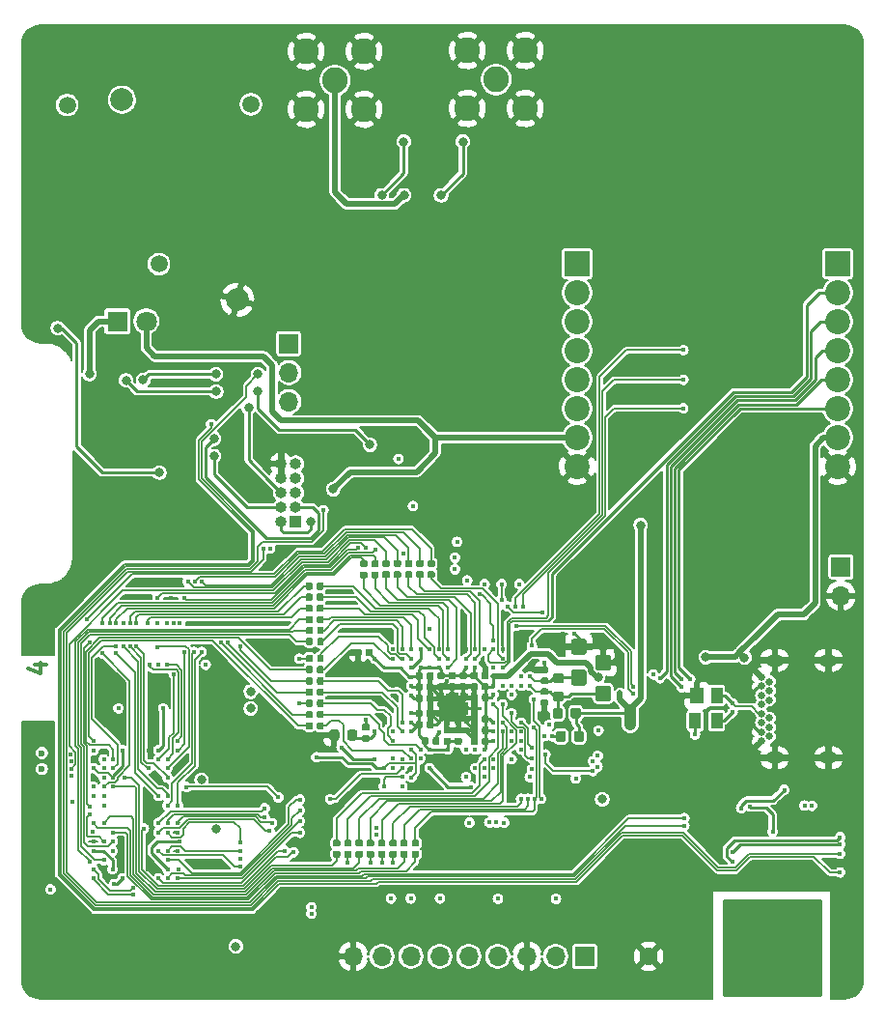
<source format=gbr>
G04 #@! TF.GenerationSoftware,KiCad,Pcbnew,(5.1.5-0-10_14)*
G04 #@! TF.CreationDate,2021-01-28T08:30:45+01:00*
G04 #@! TF.ProjectId,BEASTH7_01,42454153-5448-4375-9f30-312e6b696361,rev?*
G04 #@! TF.SameCoordinates,Original*
G04 #@! TF.FileFunction,Copper,L4,Bot*
G04 #@! TF.FilePolarity,Positive*
%FSLAX46Y46*%
G04 Gerber Fmt 4.6, Leading zero omitted, Abs format (unit mm)*
G04 Created by KiCad (PCBNEW (5.1.5-0-10_14)) date 2021-01-28 08:30:45*
%MOMM*%
%LPD*%
G04 APERTURE LIST*
%ADD10C,0.300000*%
%ADD11R,2.200000X2.200000*%
%ADD12C,2.200000*%
%ADD13C,0.100000*%
%ADD14C,0.650000*%
%ADD15O,1.600000X1.000000*%
%ADD16C,2.250000*%
%ADD17C,2.000000*%
%ADD18C,1.500000*%
%ADD19R,1.700000X1.700000*%
%ADD20O,1.700000X1.700000*%
%ADD21C,1.600000*%
%ADD22R,1.000000X1.000000*%
%ADD23O,1.000000X1.000000*%
%ADD24R,1.200000X1.400000*%
%ADD25R,1.000000X1.400000*%
%ADD26R,1.800000X1.800000*%
%ADD27C,1.800000*%
%ADD28C,0.450000*%
%ADD29C,0.800000*%
%ADD30C,0.600000*%
%ADD31C,0.250000*%
%ADD32C,0.130000*%
%ADD33C,0.500000*%
%ADD34C,1.000000*%
%ADD35C,0.254000*%
%ADD36C,0.150000*%
G04 APERTURE END LIST*
D10*
X87978571Y-126876428D02*
X88978571Y-126876428D01*
X87407142Y-127233571D02*
X88478571Y-127590714D01*
X88478571Y-126662142D01*
D11*
X158430000Y-91719400D03*
D12*
X158430000Y-94259400D03*
X158430000Y-96799400D03*
X158430000Y-99339400D03*
X158430000Y-101879400D03*
X158430000Y-104419400D03*
X158430000Y-106959400D03*
X158430000Y-109499400D03*
X135570000Y-109499400D03*
X135570000Y-106959400D03*
X135570000Y-104419400D03*
X135570000Y-101879400D03*
X135570000Y-99339400D03*
X135570000Y-96799400D03*
X135570000Y-94259400D03*
D11*
X135570000Y-91719400D03*
G04 #@! TA.AperFunction,SMDPad,CuDef*
D13*
G36*
X127669558Y-127541510D02*
G01*
X127683876Y-127543634D01*
X127697917Y-127547151D01*
X127711546Y-127552028D01*
X127724631Y-127558217D01*
X127737047Y-127565658D01*
X127748673Y-127574281D01*
X127759398Y-127584002D01*
X127769119Y-127594727D01*
X127777742Y-127606353D01*
X127785183Y-127618769D01*
X127791372Y-127631854D01*
X127796249Y-127645483D01*
X127799766Y-127659524D01*
X127801890Y-127673842D01*
X127802600Y-127688300D01*
X127802600Y-127983300D01*
X127801890Y-127997758D01*
X127799766Y-128012076D01*
X127796249Y-128026117D01*
X127791372Y-128039746D01*
X127785183Y-128052831D01*
X127777742Y-128065247D01*
X127769119Y-128076873D01*
X127759398Y-128087598D01*
X127748673Y-128097319D01*
X127737047Y-128105942D01*
X127724631Y-128113383D01*
X127711546Y-128119572D01*
X127697917Y-128124449D01*
X127683876Y-128127966D01*
X127669558Y-128130090D01*
X127655100Y-128130800D01*
X127310100Y-128130800D01*
X127295642Y-128130090D01*
X127281324Y-128127966D01*
X127267283Y-128124449D01*
X127253654Y-128119572D01*
X127240569Y-128113383D01*
X127228153Y-128105942D01*
X127216527Y-128097319D01*
X127205802Y-128087598D01*
X127196081Y-128076873D01*
X127187458Y-128065247D01*
X127180017Y-128052831D01*
X127173828Y-128039746D01*
X127168951Y-128026117D01*
X127165434Y-128012076D01*
X127163310Y-127997758D01*
X127162600Y-127983300D01*
X127162600Y-127688300D01*
X127163310Y-127673842D01*
X127165434Y-127659524D01*
X127168951Y-127645483D01*
X127173828Y-127631854D01*
X127180017Y-127618769D01*
X127187458Y-127606353D01*
X127196081Y-127594727D01*
X127205802Y-127584002D01*
X127216527Y-127574281D01*
X127228153Y-127565658D01*
X127240569Y-127558217D01*
X127253654Y-127552028D01*
X127267283Y-127547151D01*
X127281324Y-127543634D01*
X127295642Y-127541510D01*
X127310100Y-127540800D01*
X127655100Y-127540800D01*
X127669558Y-127541510D01*
G37*
G04 #@! TD.AperFunction*
G04 #@! TA.AperFunction,SMDPad,CuDef*
G36*
X127669558Y-128511510D02*
G01*
X127683876Y-128513634D01*
X127697917Y-128517151D01*
X127711546Y-128522028D01*
X127724631Y-128528217D01*
X127737047Y-128535658D01*
X127748673Y-128544281D01*
X127759398Y-128554002D01*
X127769119Y-128564727D01*
X127777742Y-128576353D01*
X127785183Y-128588769D01*
X127791372Y-128601854D01*
X127796249Y-128615483D01*
X127799766Y-128629524D01*
X127801890Y-128643842D01*
X127802600Y-128658300D01*
X127802600Y-128953300D01*
X127801890Y-128967758D01*
X127799766Y-128982076D01*
X127796249Y-128996117D01*
X127791372Y-129009746D01*
X127785183Y-129022831D01*
X127777742Y-129035247D01*
X127769119Y-129046873D01*
X127759398Y-129057598D01*
X127748673Y-129067319D01*
X127737047Y-129075942D01*
X127724631Y-129083383D01*
X127711546Y-129089572D01*
X127697917Y-129094449D01*
X127683876Y-129097966D01*
X127669558Y-129100090D01*
X127655100Y-129100800D01*
X127310100Y-129100800D01*
X127295642Y-129100090D01*
X127281324Y-129097966D01*
X127267283Y-129094449D01*
X127253654Y-129089572D01*
X127240569Y-129083383D01*
X127228153Y-129075942D01*
X127216527Y-129067319D01*
X127205802Y-129057598D01*
X127196081Y-129046873D01*
X127187458Y-129035247D01*
X127180017Y-129022831D01*
X127173828Y-129009746D01*
X127168951Y-128996117D01*
X127165434Y-128982076D01*
X127163310Y-128967758D01*
X127162600Y-128953300D01*
X127162600Y-128658300D01*
X127163310Y-128643842D01*
X127165434Y-128629524D01*
X127168951Y-128615483D01*
X127173828Y-128601854D01*
X127180017Y-128588769D01*
X127187458Y-128576353D01*
X127196081Y-128564727D01*
X127205802Y-128554002D01*
X127216527Y-128544281D01*
X127228153Y-128535658D01*
X127240569Y-128528217D01*
X127253654Y-128522028D01*
X127267283Y-128517151D01*
X127281324Y-128513634D01*
X127295642Y-128511510D01*
X127310100Y-128510800D01*
X127655100Y-128510800D01*
X127669558Y-128511510D01*
G37*
G04 #@! TD.AperFunction*
D14*
X151731400Y-132759200D03*
X151731400Y-133559200D03*
X152431400Y-133159200D03*
X152431400Y-132359200D03*
X151731400Y-131959200D03*
X152431400Y-131559200D03*
X151731400Y-131159200D03*
X151731400Y-130359200D03*
X152431400Y-129959200D03*
X151731400Y-129559200D03*
X152431400Y-129159200D03*
X151731400Y-128759200D03*
X152431400Y-128359200D03*
X151731400Y-127959200D03*
D15*
X152881400Y-126489200D03*
X152881400Y-135029200D03*
X157611400Y-135029200D03*
X157611400Y-126489200D03*
D16*
X111785400Y-78206600D03*
X111785400Y-73126600D03*
X116865400Y-73126600D03*
X116865400Y-78206600D03*
X114325400Y-75666600D03*
X125920000Y-78130400D03*
X125920000Y-73050400D03*
X131000000Y-73050400D03*
X131000000Y-78130400D03*
X128460000Y-75590400D03*
D17*
X95628200Y-77353848D03*
X105753200Y-94890862D03*
D18*
X106942044Y-77750000D03*
X90817688Y-77821797D03*
X98867688Y-91764806D03*
G04 #@! TA.AperFunction,SMDPad,CuDef*
D13*
G36*
X121850958Y-127544310D02*
G01*
X121865276Y-127546434D01*
X121879317Y-127549951D01*
X121892946Y-127554828D01*
X121906031Y-127561017D01*
X121918447Y-127568458D01*
X121930073Y-127577081D01*
X121940798Y-127586802D01*
X121950519Y-127597527D01*
X121959142Y-127609153D01*
X121966583Y-127621569D01*
X121972772Y-127634654D01*
X121977649Y-127648283D01*
X121981166Y-127662324D01*
X121983290Y-127676642D01*
X121984000Y-127691100D01*
X121984000Y-128036100D01*
X121983290Y-128050558D01*
X121981166Y-128064876D01*
X121977649Y-128078917D01*
X121972772Y-128092546D01*
X121966583Y-128105631D01*
X121959142Y-128118047D01*
X121950519Y-128129673D01*
X121940798Y-128140398D01*
X121930073Y-128150119D01*
X121918447Y-128158742D01*
X121906031Y-128166183D01*
X121892946Y-128172372D01*
X121879317Y-128177249D01*
X121865276Y-128180766D01*
X121850958Y-128182890D01*
X121836500Y-128183600D01*
X121541500Y-128183600D01*
X121527042Y-128182890D01*
X121512724Y-128180766D01*
X121498683Y-128177249D01*
X121485054Y-128172372D01*
X121471969Y-128166183D01*
X121459553Y-128158742D01*
X121447927Y-128150119D01*
X121437202Y-128140398D01*
X121427481Y-128129673D01*
X121418858Y-128118047D01*
X121411417Y-128105631D01*
X121405228Y-128092546D01*
X121400351Y-128078917D01*
X121396834Y-128064876D01*
X121394710Y-128050558D01*
X121394000Y-128036100D01*
X121394000Y-127691100D01*
X121394710Y-127676642D01*
X121396834Y-127662324D01*
X121400351Y-127648283D01*
X121405228Y-127634654D01*
X121411417Y-127621569D01*
X121418858Y-127609153D01*
X121427481Y-127597527D01*
X121437202Y-127586802D01*
X121447927Y-127577081D01*
X121459553Y-127568458D01*
X121471969Y-127561017D01*
X121485054Y-127554828D01*
X121498683Y-127549951D01*
X121512724Y-127546434D01*
X121527042Y-127544310D01*
X121541500Y-127543600D01*
X121836500Y-127543600D01*
X121850958Y-127544310D01*
G37*
G04 #@! TD.AperFunction*
G04 #@! TA.AperFunction,SMDPad,CuDef*
G36*
X122820958Y-127544310D02*
G01*
X122835276Y-127546434D01*
X122849317Y-127549951D01*
X122862946Y-127554828D01*
X122876031Y-127561017D01*
X122888447Y-127568458D01*
X122900073Y-127577081D01*
X122910798Y-127586802D01*
X122920519Y-127597527D01*
X122929142Y-127609153D01*
X122936583Y-127621569D01*
X122942772Y-127634654D01*
X122947649Y-127648283D01*
X122951166Y-127662324D01*
X122953290Y-127676642D01*
X122954000Y-127691100D01*
X122954000Y-128036100D01*
X122953290Y-128050558D01*
X122951166Y-128064876D01*
X122947649Y-128078917D01*
X122942772Y-128092546D01*
X122936583Y-128105631D01*
X122929142Y-128118047D01*
X122920519Y-128129673D01*
X122910798Y-128140398D01*
X122900073Y-128150119D01*
X122888447Y-128158742D01*
X122876031Y-128166183D01*
X122862946Y-128172372D01*
X122849317Y-128177249D01*
X122835276Y-128180766D01*
X122820958Y-128182890D01*
X122806500Y-128183600D01*
X122511500Y-128183600D01*
X122497042Y-128182890D01*
X122482724Y-128180766D01*
X122468683Y-128177249D01*
X122455054Y-128172372D01*
X122441969Y-128166183D01*
X122429553Y-128158742D01*
X122417927Y-128150119D01*
X122407202Y-128140398D01*
X122397481Y-128129673D01*
X122388858Y-128118047D01*
X122381417Y-128105631D01*
X122375228Y-128092546D01*
X122370351Y-128078917D01*
X122366834Y-128064876D01*
X122364710Y-128050558D01*
X122364000Y-128036100D01*
X122364000Y-127691100D01*
X122364710Y-127676642D01*
X122366834Y-127662324D01*
X122370351Y-127648283D01*
X122375228Y-127634654D01*
X122381417Y-127621569D01*
X122388858Y-127609153D01*
X122397481Y-127597527D01*
X122407202Y-127586802D01*
X122417927Y-127577081D01*
X122429553Y-127568458D01*
X122441969Y-127561017D01*
X122455054Y-127554828D01*
X122468683Y-127549951D01*
X122482724Y-127546434D01*
X122497042Y-127544310D01*
X122511500Y-127543600D01*
X122806500Y-127543600D01*
X122820958Y-127544310D01*
G37*
G04 #@! TD.AperFunction*
G04 #@! TA.AperFunction,SMDPad,CuDef*
G36*
X117204758Y-133032710D02*
G01*
X117219076Y-133034834D01*
X117233117Y-133038351D01*
X117246746Y-133043228D01*
X117259831Y-133049417D01*
X117272247Y-133056858D01*
X117283873Y-133065481D01*
X117294598Y-133075202D01*
X117304319Y-133085927D01*
X117312942Y-133097553D01*
X117320383Y-133109969D01*
X117326572Y-133123054D01*
X117331449Y-133136683D01*
X117334966Y-133150724D01*
X117337090Y-133165042D01*
X117337800Y-133179500D01*
X117337800Y-133474500D01*
X117337090Y-133488958D01*
X117334966Y-133503276D01*
X117331449Y-133517317D01*
X117326572Y-133530946D01*
X117320383Y-133544031D01*
X117312942Y-133556447D01*
X117304319Y-133568073D01*
X117294598Y-133578798D01*
X117283873Y-133588519D01*
X117272247Y-133597142D01*
X117259831Y-133604583D01*
X117246746Y-133610772D01*
X117233117Y-133615649D01*
X117219076Y-133619166D01*
X117204758Y-133621290D01*
X117190300Y-133622000D01*
X116845300Y-133622000D01*
X116830842Y-133621290D01*
X116816524Y-133619166D01*
X116802483Y-133615649D01*
X116788854Y-133610772D01*
X116775769Y-133604583D01*
X116763353Y-133597142D01*
X116751727Y-133588519D01*
X116741002Y-133578798D01*
X116731281Y-133568073D01*
X116722658Y-133556447D01*
X116715217Y-133544031D01*
X116709028Y-133530946D01*
X116704151Y-133517317D01*
X116700634Y-133503276D01*
X116698510Y-133488958D01*
X116697800Y-133474500D01*
X116697800Y-133179500D01*
X116698510Y-133165042D01*
X116700634Y-133150724D01*
X116704151Y-133136683D01*
X116709028Y-133123054D01*
X116715217Y-133109969D01*
X116722658Y-133097553D01*
X116731281Y-133085927D01*
X116741002Y-133075202D01*
X116751727Y-133065481D01*
X116763353Y-133056858D01*
X116775769Y-133049417D01*
X116788854Y-133043228D01*
X116802483Y-133038351D01*
X116816524Y-133034834D01*
X116830842Y-133032710D01*
X116845300Y-133032000D01*
X117190300Y-133032000D01*
X117204758Y-133032710D01*
G37*
G04 #@! TD.AperFunction*
G04 #@! TA.AperFunction,SMDPad,CuDef*
G36*
X117204758Y-132062710D02*
G01*
X117219076Y-132064834D01*
X117233117Y-132068351D01*
X117246746Y-132073228D01*
X117259831Y-132079417D01*
X117272247Y-132086858D01*
X117283873Y-132095481D01*
X117294598Y-132105202D01*
X117304319Y-132115927D01*
X117312942Y-132127553D01*
X117320383Y-132139969D01*
X117326572Y-132153054D01*
X117331449Y-132166683D01*
X117334966Y-132180724D01*
X117337090Y-132195042D01*
X117337800Y-132209500D01*
X117337800Y-132504500D01*
X117337090Y-132518958D01*
X117334966Y-132533276D01*
X117331449Y-132547317D01*
X117326572Y-132560946D01*
X117320383Y-132574031D01*
X117312942Y-132586447D01*
X117304319Y-132598073D01*
X117294598Y-132608798D01*
X117283873Y-132618519D01*
X117272247Y-132627142D01*
X117259831Y-132634583D01*
X117246746Y-132640772D01*
X117233117Y-132645649D01*
X117219076Y-132649166D01*
X117204758Y-132651290D01*
X117190300Y-132652000D01*
X116845300Y-132652000D01*
X116830842Y-132651290D01*
X116816524Y-132649166D01*
X116802483Y-132645649D01*
X116788854Y-132640772D01*
X116775769Y-132634583D01*
X116763353Y-132627142D01*
X116751727Y-132618519D01*
X116741002Y-132608798D01*
X116731281Y-132598073D01*
X116722658Y-132586447D01*
X116715217Y-132574031D01*
X116709028Y-132560946D01*
X116704151Y-132547317D01*
X116700634Y-132533276D01*
X116698510Y-132518958D01*
X116697800Y-132504500D01*
X116697800Y-132209500D01*
X116698510Y-132195042D01*
X116700634Y-132180724D01*
X116704151Y-132166683D01*
X116709028Y-132153054D01*
X116715217Y-132139969D01*
X116722658Y-132127553D01*
X116731281Y-132115927D01*
X116741002Y-132105202D01*
X116751727Y-132095481D01*
X116763353Y-132086858D01*
X116775769Y-132079417D01*
X116788854Y-132073228D01*
X116802483Y-132068351D01*
X116816524Y-132064834D01*
X116830842Y-132062710D01*
X116845300Y-132062000D01*
X117190300Y-132062000D01*
X117204758Y-132062710D01*
G37*
G04 #@! TD.AperFunction*
G04 #@! TA.AperFunction,SMDPad,CuDef*
G36*
X123808758Y-128511510D02*
G01*
X123823076Y-128513634D01*
X123837117Y-128517151D01*
X123850746Y-128522028D01*
X123863831Y-128528217D01*
X123876247Y-128535658D01*
X123887873Y-128544281D01*
X123898598Y-128554002D01*
X123908319Y-128564727D01*
X123916942Y-128576353D01*
X123924383Y-128588769D01*
X123930572Y-128601854D01*
X123935449Y-128615483D01*
X123938966Y-128629524D01*
X123941090Y-128643842D01*
X123941800Y-128658300D01*
X123941800Y-128953300D01*
X123941090Y-128967758D01*
X123938966Y-128982076D01*
X123935449Y-128996117D01*
X123930572Y-129009746D01*
X123924383Y-129022831D01*
X123916942Y-129035247D01*
X123908319Y-129046873D01*
X123898598Y-129057598D01*
X123887873Y-129067319D01*
X123876247Y-129075942D01*
X123863831Y-129083383D01*
X123850746Y-129089572D01*
X123837117Y-129094449D01*
X123823076Y-129097966D01*
X123808758Y-129100090D01*
X123794300Y-129100800D01*
X123449300Y-129100800D01*
X123434842Y-129100090D01*
X123420524Y-129097966D01*
X123406483Y-129094449D01*
X123392854Y-129089572D01*
X123379769Y-129083383D01*
X123367353Y-129075942D01*
X123355727Y-129067319D01*
X123345002Y-129057598D01*
X123335281Y-129046873D01*
X123326658Y-129035247D01*
X123319217Y-129022831D01*
X123313028Y-129009746D01*
X123308151Y-128996117D01*
X123304634Y-128982076D01*
X123302510Y-128967758D01*
X123301800Y-128953300D01*
X123301800Y-128658300D01*
X123302510Y-128643842D01*
X123304634Y-128629524D01*
X123308151Y-128615483D01*
X123313028Y-128601854D01*
X123319217Y-128588769D01*
X123326658Y-128576353D01*
X123335281Y-128564727D01*
X123345002Y-128554002D01*
X123355727Y-128544281D01*
X123367353Y-128535658D01*
X123379769Y-128528217D01*
X123392854Y-128522028D01*
X123406483Y-128517151D01*
X123420524Y-128513634D01*
X123434842Y-128511510D01*
X123449300Y-128510800D01*
X123794300Y-128510800D01*
X123808758Y-128511510D01*
G37*
G04 #@! TD.AperFunction*
G04 #@! TA.AperFunction,SMDPad,CuDef*
G36*
X123808758Y-127541510D02*
G01*
X123823076Y-127543634D01*
X123837117Y-127547151D01*
X123850746Y-127552028D01*
X123863831Y-127558217D01*
X123876247Y-127565658D01*
X123887873Y-127574281D01*
X123898598Y-127584002D01*
X123908319Y-127594727D01*
X123916942Y-127606353D01*
X123924383Y-127618769D01*
X123930572Y-127631854D01*
X123935449Y-127645483D01*
X123938966Y-127659524D01*
X123941090Y-127673842D01*
X123941800Y-127688300D01*
X123941800Y-127983300D01*
X123941090Y-127997758D01*
X123938966Y-128012076D01*
X123935449Y-128026117D01*
X123930572Y-128039746D01*
X123924383Y-128052831D01*
X123916942Y-128065247D01*
X123908319Y-128076873D01*
X123898598Y-128087598D01*
X123887873Y-128097319D01*
X123876247Y-128105942D01*
X123863831Y-128113383D01*
X123850746Y-128119572D01*
X123837117Y-128124449D01*
X123823076Y-128127966D01*
X123808758Y-128130090D01*
X123794300Y-128130800D01*
X123449300Y-128130800D01*
X123434842Y-128130090D01*
X123420524Y-128127966D01*
X123406483Y-128124449D01*
X123392854Y-128119572D01*
X123379769Y-128113383D01*
X123367353Y-128105942D01*
X123355727Y-128097319D01*
X123345002Y-128087598D01*
X123335281Y-128076873D01*
X123326658Y-128065247D01*
X123319217Y-128052831D01*
X123313028Y-128039746D01*
X123308151Y-128026117D01*
X123304634Y-128012076D01*
X123302510Y-127997758D01*
X123301800Y-127983300D01*
X123301800Y-127688300D01*
X123302510Y-127673842D01*
X123304634Y-127659524D01*
X123308151Y-127645483D01*
X123313028Y-127631854D01*
X123319217Y-127618769D01*
X123326658Y-127606353D01*
X123335281Y-127594727D01*
X123345002Y-127584002D01*
X123355727Y-127574281D01*
X123367353Y-127565658D01*
X123379769Y-127558217D01*
X123392854Y-127552028D01*
X123406483Y-127547151D01*
X123420524Y-127543634D01*
X123434842Y-127541510D01*
X123449300Y-127540800D01*
X123794300Y-127540800D01*
X123808758Y-127541510D01*
G37*
G04 #@! TD.AperFunction*
G04 #@! TA.AperFunction,SMDPad,CuDef*
G36*
X138295305Y-128696404D02*
G01*
X138319573Y-128700004D01*
X138343372Y-128705965D01*
X138366471Y-128714230D01*
X138388650Y-128724720D01*
X138409693Y-128737332D01*
X138429399Y-128751947D01*
X138447577Y-128768423D01*
X138464053Y-128786601D01*
X138478668Y-128806307D01*
X138491280Y-128827350D01*
X138501770Y-128849529D01*
X138510035Y-128872628D01*
X138515996Y-128896427D01*
X138519596Y-128920695D01*
X138520800Y-128945199D01*
X138520800Y-129845201D01*
X138519596Y-129869705D01*
X138515996Y-129893973D01*
X138510035Y-129917772D01*
X138501770Y-129940871D01*
X138491280Y-129963050D01*
X138478668Y-129984093D01*
X138464053Y-130003799D01*
X138447577Y-130021977D01*
X138429399Y-130038453D01*
X138409693Y-130053068D01*
X138388650Y-130065680D01*
X138366471Y-130076170D01*
X138343372Y-130084435D01*
X138319573Y-130090396D01*
X138295305Y-130093996D01*
X138270801Y-130095200D01*
X137420799Y-130095200D01*
X137396295Y-130093996D01*
X137372027Y-130090396D01*
X137348228Y-130084435D01*
X137325129Y-130076170D01*
X137302950Y-130065680D01*
X137281907Y-130053068D01*
X137262201Y-130038453D01*
X137244023Y-130021977D01*
X137227547Y-130003799D01*
X137212932Y-129984093D01*
X137200320Y-129963050D01*
X137189830Y-129940871D01*
X137181565Y-129917772D01*
X137175604Y-129893973D01*
X137172004Y-129869705D01*
X137170800Y-129845201D01*
X137170800Y-128945199D01*
X137172004Y-128920695D01*
X137175604Y-128896427D01*
X137181565Y-128872628D01*
X137189830Y-128849529D01*
X137200320Y-128827350D01*
X137212932Y-128806307D01*
X137227547Y-128786601D01*
X137244023Y-128768423D01*
X137262201Y-128751947D01*
X137281907Y-128737332D01*
X137302950Y-128724720D01*
X137325129Y-128714230D01*
X137348228Y-128705965D01*
X137372027Y-128700004D01*
X137396295Y-128696404D01*
X137420799Y-128695200D01*
X138270801Y-128695200D01*
X138295305Y-128696404D01*
G37*
G04 #@! TD.AperFunction*
G04 #@! TA.AperFunction,SMDPad,CuDef*
G36*
X138295305Y-125996404D02*
G01*
X138319573Y-126000004D01*
X138343372Y-126005965D01*
X138366471Y-126014230D01*
X138388650Y-126024720D01*
X138409693Y-126037332D01*
X138429399Y-126051947D01*
X138447577Y-126068423D01*
X138464053Y-126086601D01*
X138478668Y-126106307D01*
X138491280Y-126127350D01*
X138501770Y-126149529D01*
X138510035Y-126172628D01*
X138515996Y-126196427D01*
X138519596Y-126220695D01*
X138520800Y-126245199D01*
X138520800Y-127145201D01*
X138519596Y-127169705D01*
X138515996Y-127193973D01*
X138510035Y-127217772D01*
X138501770Y-127240871D01*
X138491280Y-127263050D01*
X138478668Y-127284093D01*
X138464053Y-127303799D01*
X138447577Y-127321977D01*
X138429399Y-127338453D01*
X138409693Y-127353068D01*
X138388650Y-127365680D01*
X138366471Y-127376170D01*
X138343372Y-127384435D01*
X138319573Y-127390396D01*
X138295305Y-127393996D01*
X138270801Y-127395200D01*
X137420799Y-127395200D01*
X137396295Y-127393996D01*
X137372027Y-127390396D01*
X137348228Y-127384435D01*
X137325129Y-127376170D01*
X137302950Y-127365680D01*
X137281907Y-127353068D01*
X137262201Y-127338453D01*
X137244023Y-127321977D01*
X137227547Y-127303799D01*
X137212932Y-127284093D01*
X137200320Y-127263050D01*
X137189830Y-127240871D01*
X137181565Y-127217772D01*
X137175604Y-127193973D01*
X137172004Y-127169705D01*
X137170800Y-127145201D01*
X137170800Y-126245199D01*
X137172004Y-126220695D01*
X137175604Y-126196427D01*
X137181565Y-126172628D01*
X137189830Y-126149529D01*
X137200320Y-126127350D01*
X137212932Y-126106307D01*
X137227547Y-126086601D01*
X137244023Y-126068423D01*
X137262201Y-126051947D01*
X137281907Y-126037332D01*
X137302950Y-126024720D01*
X137325129Y-126014230D01*
X137348228Y-126005965D01*
X137372027Y-126000004D01*
X137396295Y-125996404D01*
X137420799Y-125995200D01*
X138270801Y-125995200D01*
X138295305Y-125996404D01*
G37*
G04 #@! TD.AperFunction*
G04 #@! TA.AperFunction,SMDPad,CuDef*
G36*
X132876558Y-129908510D02*
G01*
X132890876Y-129910634D01*
X132904917Y-129914151D01*
X132918546Y-129919028D01*
X132931631Y-129925217D01*
X132944047Y-129932658D01*
X132955673Y-129941281D01*
X132966398Y-129951002D01*
X132976119Y-129961727D01*
X132984742Y-129973353D01*
X132992183Y-129985769D01*
X132998372Y-129998854D01*
X133003249Y-130012483D01*
X133006766Y-130026524D01*
X133008890Y-130040842D01*
X133009600Y-130055300D01*
X133009600Y-130350300D01*
X133008890Y-130364758D01*
X133006766Y-130379076D01*
X133003249Y-130393117D01*
X132998372Y-130406746D01*
X132992183Y-130419831D01*
X132984742Y-130432247D01*
X132976119Y-130443873D01*
X132966398Y-130454598D01*
X132955673Y-130464319D01*
X132944047Y-130472942D01*
X132931631Y-130480383D01*
X132918546Y-130486572D01*
X132904917Y-130491449D01*
X132890876Y-130494966D01*
X132876558Y-130497090D01*
X132862100Y-130497800D01*
X132517100Y-130497800D01*
X132502642Y-130497090D01*
X132488324Y-130494966D01*
X132474283Y-130491449D01*
X132460654Y-130486572D01*
X132447569Y-130480383D01*
X132435153Y-130472942D01*
X132423527Y-130464319D01*
X132412802Y-130454598D01*
X132403081Y-130443873D01*
X132394458Y-130432247D01*
X132387017Y-130419831D01*
X132380828Y-130406746D01*
X132375951Y-130393117D01*
X132372434Y-130379076D01*
X132370310Y-130364758D01*
X132369600Y-130350300D01*
X132369600Y-130055300D01*
X132370310Y-130040842D01*
X132372434Y-130026524D01*
X132375951Y-130012483D01*
X132380828Y-129998854D01*
X132387017Y-129985769D01*
X132394458Y-129973353D01*
X132403081Y-129961727D01*
X132412802Y-129951002D01*
X132423527Y-129941281D01*
X132435153Y-129932658D01*
X132447569Y-129925217D01*
X132460654Y-129919028D01*
X132474283Y-129914151D01*
X132488324Y-129910634D01*
X132502642Y-129908510D01*
X132517100Y-129907800D01*
X132862100Y-129907800D01*
X132876558Y-129908510D01*
G37*
G04 #@! TD.AperFunction*
G04 #@! TA.AperFunction,SMDPad,CuDef*
G36*
X132876558Y-128938510D02*
G01*
X132890876Y-128940634D01*
X132904917Y-128944151D01*
X132918546Y-128949028D01*
X132931631Y-128955217D01*
X132944047Y-128962658D01*
X132955673Y-128971281D01*
X132966398Y-128981002D01*
X132976119Y-128991727D01*
X132984742Y-129003353D01*
X132992183Y-129015769D01*
X132998372Y-129028854D01*
X133003249Y-129042483D01*
X133006766Y-129056524D01*
X133008890Y-129070842D01*
X133009600Y-129085300D01*
X133009600Y-129380300D01*
X133008890Y-129394758D01*
X133006766Y-129409076D01*
X133003249Y-129423117D01*
X132998372Y-129436746D01*
X132992183Y-129449831D01*
X132984742Y-129462247D01*
X132976119Y-129473873D01*
X132966398Y-129484598D01*
X132955673Y-129494319D01*
X132944047Y-129502942D01*
X132931631Y-129510383D01*
X132918546Y-129516572D01*
X132904917Y-129521449D01*
X132890876Y-129524966D01*
X132876558Y-129527090D01*
X132862100Y-129527800D01*
X132517100Y-129527800D01*
X132502642Y-129527090D01*
X132488324Y-129524966D01*
X132474283Y-129521449D01*
X132460654Y-129516572D01*
X132447569Y-129510383D01*
X132435153Y-129502942D01*
X132423527Y-129494319D01*
X132412802Y-129484598D01*
X132403081Y-129473873D01*
X132394458Y-129462247D01*
X132387017Y-129449831D01*
X132380828Y-129436746D01*
X132375951Y-129423117D01*
X132372434Y-129409076D01*
X132370310Y-129394758D01*
X132369600Y-129380300D01*
X132369600Y-129085300D01*
X132370310Y-129070842D01*
X132372434Y-129056524D01*
X132375951Y-129042483D01*
X132380828Y-129028854D01*
X132387017Y-129015769D01*
X132394458Y-129003353D01*
X132403081Y-128991727D01*
X132412802Y-128981002D01*
X132423527Y-128971281D01*
X132435153Y-128962658D01*
X132447569Y-128955217D01*
X132460654Y-128949028D01*
X132474283Y-128944151D01*
X132488324Y-128940634D01*
X132502642Y-128938510D01*
X132517100Y-128937800D01*
X132862100Y-128937800D01*
X132876558Y-128938510D01*
G37*
G04 #@! TD.AperFunction*
G04 #@! TA.AperFunction,SMDPad,CuDef*
G36*
X124773958Y-127541510D02*
G01*
X124788276Y-127543634D01*
X124802317Y-127547151D01*
X124815946Y-127552028D01*
X124829031Y-127558217D01*
X124841447Y-127565658D01*
X124853073Y-127574281D01*
X124863798Y-127584002D01*
X124873519Y-127594727D01*
X124882142Y-127606353D01*
X124889583Y-127618769D01*
X124895772Y-127631854D01*
X124900649Y-127645483D01*
X124904166Y-127659524D01*
X124906290Y-127673842D01*
X124907000Y-127688300D01*
X124907000Y-127983300D01*
X124906290Y-127997758D01*
X124904166Y-128012076D01*
X124900649Y-128026117D01*
X124895772Y-128039746D01*
X124889583Y-128052831D01*
X124882142Y-128065247D01*
X124873519Y-128076873D01*
X124863798Y-128087598D01*
X124853073Y-128097319D01*
X124841447Y-128105942D01*
X124829031Y-128113383D01*
X124815946Y-128119572D01*
X124802317Y-128124449D01*
X124788276Y-128127966D01*
X124773958Y-128130090D01*
X124759500Y-128130800D01*
X124414500Y-128130800D01*
X124400042Y-128130090D01*
X124385724Y-128127966D01*
X124371683Y-128124449D01*
X124358054Y-128119572D01*
X124344969Y-128113383D01*
X124332553Y-128105942D01*
X124320927Y-128097319D01*
X124310202Y-128087598D01*
X124300481Y-128076873D01*
X124291858Y-128065247D01*
X124284417Y-128052831D01*
X124278228Y-128039746D01*
X124273351Y-128026117D01*
X124269834Y-128012076D01*
X124267710Y-127997758D01*
X124267000Y-127983300D01*
X124267000Y-127688300D01*
X124267710Y-127673842D01*
X124269834Y-127659524D01*
X124273351Y-127645483D01*
X124278228Y-127631854D01*
X124284417Y-127618769D01*
X124291858Y-127606353D01*
X124300481Y-127594727D01*
X124310202Y-127584002D01*
X124320927Y-127574281D01*
X124332553Y-127565658D01*
X124344969Y-127558217D01*
X124358054Y-127552028D01*
X124371683Y-127547151D01*
X124385724Y-127543634D01*
X124400042Y-127541510D01*
X124414500Y-127540800D01*
X124759500Y-127540800D01*
X124773958Y-127541510D01*
G37*
G04 #@! TD.AperFunction*
G04 #@! TA.AperFunction,SMDPad,CuDef*
G36*
X124773958Y-128511510D02*
G01*
X124788276Y-128513634D01*
X124802317Y-128517151D01*
X124815946Y-128522028D01*
X124829031Y-128528217D01*
X124841447Y-128535658D01*
X124853073Y-128544281D01*
X124863798Y-128554002D01*
X124873519Y-128564727D01*
X124882142Y-128576353D01*
X124889583Y-128588769D01*
X124895772Y-128601854D01*
X124900649Y-128615483D01*
X124904166Y-128629524D01*
X124906290Y-128643842D01*
X124907000Y-128658300D01*
X124907000Y-128953300D01*
X124906290Y-128967758D01*
X124904166Y-128982076D01*
X124900649Y-128996117D01*
X124895772Y-129009746D01*
X124889583Y-129022831D01*
X124882142Y-129035247D01*
X124873519Y-129046873D01*
X124863798Y-129057598D01*
X124853073Y-129067319D01*
X124841447Y-129075942D01*
X124829031Y-129083383D01*
X124815946Y-129089572D01*
X124802317Y-129094449D01*
X124788276Y-129097966D01*
X124773958Y-129100090D01*
X124759500Y-129100800D01*
X124414500Y-129100800D01*
X124400042Y-129100090D01*
X124385724Y-129097966D01*
X124371683Y-129094449D01*
X124358054Y-129089572D01*
X124344969Y-129083383D01*
X124332553Y-129075942D01*
X124320927Y-129067319D01*
X124310202Y-129057598D01*
X124300481Y-129046873D01*
X124291858Y-129035247D01*
X124284417Y-129022831D01*
X124278228Y-129009746D01*
X124273351Y-128996117D01*
X124269834Y-128982076D01*
X124267710Y-128967758D01*
X124267000Y-128953300D01*
X124267000Y-128658300D01*
X124267710Y-128643842D01*
X124269834Y-128629524D01*
X124273351Y-128615483D01*
X124278228Y-128601854D01*
X124284417Y-128588769D01*
X124291858Y-128576353D01*
X124300481Y-128564727D01*
X124310202Y-128554002D01*
X124320927Y-128544281D01*
X124332553Y-128535658D01*
X124344969Y-128528217D01*
X124358054Y-128522028D01*
X124371683Y-128517151D01*
X124385724Y-128513634D01*
X124400042Y-128511510D01*
X124414500Y-128510800D01*
X124759500Y-128510800D01*
X124773958Y-128511510D01*
G37*
G04 #@! TD.AperFunction*
G04 #@! TA.AperFunction,SMDPad,CuDef*
G36*
X132876558Y-128003510D02*
G01*
X132890876Y-128005634D01*
X132904917Y-128009151D01*
X132918546Y-128014028D01*
X132931631Y-128020217D01*
X132944047Y-128027658D01*
X132955673Y-128036281D01*
X132966398Y-128046002D01*
X132976119Y-128056727D01*
X132984742Y-128068353D01*
X132992183Y-128080769D01*
X132998372Y-128093854D01*
X133003249Y-128107483D01*
X133006766Y-128121524D01*
X133008890Y-128135842D01*
X133009600Y-128150300D01*
X133009600Y-128445300D01*
X133008890Y-128459758D01*
X133006766Y-128474076D01*
X133003249Y-128488117D01*
X132998372Y-128501746D01*
X132992183Y-128514831D01*
X132984742Y-128527247D01*
X132976119Y-128538873D01*
X132966398Y-128549598D01*
X132955673Y-128559319D01*
X132944047Y-128567942D01*
X132931631Y-128575383D01*
X132918546Y-128581572D01*
X132904917Y-128586449D01*
X132890876Y-128589966D01*
X132876558Y-128592090D01*
X132862100Y-128592800D01*
X132517100Y-128592800D01*
X132502642Y-128592090D01*
X132488324Y-128589966D01*
X132474283Y-128586449D01*
X132460654Y-128581572D01*
X132447569Y-128575383D01*
X132435153Y-128567942D01*
X132423527Y-128559319D01*
X132412802Y-128549598D01*
X132403081Y-128538873D01*
X132394458Y-128527247D01*
X132387017Y-128514831D01*
X132380828Y-128501746D01*
X132375951Y-128488117D01*
X132372434Y-128474076D01*
X132370310Y-128459758D01*
X132369600Y-128445300D01*
X132369600Y-128150300D01*
X132370310Y-128135842D01*
X132372434Y-128121524D01*
X132375951Y-128107483D01*
X132380828Y-128093854D01*
X132387017Y-128080769D01*
X132394458Y-128068353D01*
X132403081Y-128056727D01*
X132412802Y-128046002D01*
X132423527Y-128036281D01*
X132435153Y-128027658D01*
X132447569Y-128020217D01*
X132460654Y-128014028D01*
X132474283Y-128009151D01*
X132488324Y-128005634D01*
X132502642Y-128003510D01*
X132517100Y-128002800D01*
X132862100Y-128002800D01*
X132876558Y-128003510D01*
G37*
G04 #@! TD.AperFunction*
G04 #@! TA.AperFunction,SMDPad,CuDef*
G36*
X132876558Y-127033510D02*
G01*
X132890876Y-127035634D01*
X132904917Y-127039151D01*
X132918546Y-127044028D01*
X132931631Y-127050217D01*
X132944047Y-127057658D01*
X132955673Y-127066281D01*
X132966398Y-127076002D01*
X132976119Y-127086727D01*
X132984742Y-127098353D01*
X132992183Y-127110769D01*
X132998372Y-127123854D01*
X133003249Y-127137483D01*
X133006766Y-127151524D01*
X133008890Y-127165842D01*
X133009600Y-127180300D01*
X133009600Y-127475300D01*
X133008890Y-127489758D01*
X133006766Y-127504076D01*
X133003249Y-127518117D01*
X132998372Y-127531746D01*
X132992183Y-127544831D01*
X132984742Y-127557247D01*
X132976119Y-127568873D01*
X132966398Y-127579598D01*
X132955673Y-127589319D01*
X132944047Y-127597942D01*
X132931631Y-127605383D01*
X132918546Y-127611572D01*
X132904917Y-127616449D01*
X132890876Y-127619966D01*
X132876558Y-127622090D01*
X132862100Y-127622800D01*
X132517100Y-127622800D01*
X132502642Y-127622090D01*
X132488324Y-127619966D01*
X132474283Y-127616449D01*
X132460654Y-127611572D01*
X132447569Y-127605383D01*
X132435153Y-127597942D01*
X132423527Y-127589319D01*
X132412802Y-127579598D01*
X132403081Y-127568873D01*
X132394458Y-127557247D01*
X132387017Y-127544831D01*
X132380828Y-127531746D01*
X132375951Y-127518117D01*
X132372434Y-127504076D01*
X132370310Y-127489758D01*
X132369600Y-127475300D01*
X132369600Y-127180300D01*
X132370310Y-127165842D01*
X132372434Y-127151524D01*
X132375951Y-127137483D01*
X132380828Y-127123854D01*
X132387017Y-127110769D01*
X132394458Y-127098353D01*
X132403081Y-127086727D01*
X132412802Y-127076002D01*
X132423527Y-127066281D01*
X132435153Y-127057658D01*
X132447569Y-127050217D01*
X132460654Y-127044028D01*
X132474283Y-127039151D01*
X132488324Y-127035634D01*
X132502642Y-127033510D01*
X132517100Y-127032800D01*
X132862100Y-127032800D01*
X132876558Y-127033510D01*
G37*
G04 #@! TD.AperFunction*
G04 #@! TA.AperFunction,SMDPad,CuDef*
G36*
X124342158Y-133286710D02*
G01*
X124356476Y-133288834D01*
X124370517Y-133292351D01*
X124384146Y-133297228D01*
X124397231Y-133303417D01*
X124409647Y-133310858D01*
X124421273Y-133319481D01*
X124431998Y-133329202D01*
X124441719Y-133339927D01*
X124450342Y-133351553D01*
X124457783Y-133363969D01*
X124463972Y-133377054D01*
X124468849Y-133390683D01*
X124472366Y-133404724D01*
X124474490Y-133419042D01*
X124475200Y-133433500D01*
X124475200Y-133728500D01*
X124474490Y-133742958D01*
X124472366Y-133757276D01*
X124468849Y-133771317D01*
X124463972Y-133784946D01*
X124457783Y-133798031D01*
X124450342Y-133810447D01*
X124441719Y-133822073D01*
X124431998Y-133832798D01*
X124421273Y-133842519D01*
X124409647Y-133851142D01*
X124397231Y-133858583D01*
X124384146Y-133864772D01*
X124370517Y-133869649D01*
X124356476Y-133873166D01*
X124342158Y-133875290D01*
X124327700Y-133876000D01*
X123982700Y-133876000D01*
X123968242Y-133875290D01*
X123953924Y-133873166D01*
X123939883Y-133869649D01*
X123926254Y-133864772D01*
X123913169Y-133858583D01*
X123900753Y-133851142D01*
X123889127Y-133842519D01*
X123878402Y-133832798D01*
X123868681Y-133822073D01*
X123860058Y-133810447D01*
X123852617Y-133798031D01*
X123846428Y-133784946D01*
X123841551Y-133771317D01*
X123838034Y-133757276D01*
X123835910Y-133742958D01*
X123835200Y-133728500D01*
X123835200Y-133433500D01*
X123835910Y-133419042D01*
X123838034Y-133404724D01*
X123841551Y-133390683D01*
X123846428Y-133377054D01*
X123852617Y-133363969D01*
X123860058Y-133351553D01*
X123868681Y-133339927D01*
X123878402Y-133329202D01*
X123889127Y-133319481D01*
X123900753Y-133310858D01*
X123913169Y-133303417D01*
X123926254Y-133297228D01*
X123939883Y-133292351D01*
X123953924Y-133288834D01*
X123968242Y-133286710D01*
X123982700Y-133286000D01*
X124327700Y-133286000D01*
X124342158Y-133286710D01*
G37*
G04 #@! TD.AperFunction*
G04 #@! TA.AperFunction,SMDPad,CuDef*
G36*
X124342158Y-132316710D02*
G01*
X124356476Y-132318834D01*
X124370517Y-132322351D01*
X124384146Y-132327228D01*
X124397231Y-132333417D01*
X124409647Y-132340858D01*
X124421273Y-132349481D01*
X124431998Y-132359202D01*
X124441719Y-132369927D01*
X124450342Y-132381553D01*
X124457783Y-132393969D01*
X124463972Y-132407054D01*
X124468849Y-132420683D01*
X124472366Y-132434724D01*
X124474490Y-132449042D01*
X124475200Y-132463500D01*
X124475200Y-132758500D01*
X124474490Y-132772958D01*
X124472366Y-132787276D01*
X124468849Y-132801317D01*
X124463972Y-132814946D01*
X124457783Y-132828031D01*
X124450342Y-132840447D01*
X124441719Y-132852073D01*
X124431998Y-132862798D01*
X124421273Y-132872519D01*
X124409647Y-132881142D01*
X124397231Y-132888583D01*
X124384146Y-132894772D01*
X124370517Y-132899649D01*
X124356476Y-132903166D01*
X124342158Y-132905290D01*
X124327700Y-132906000D01*
X123982700Y-132906000D01*
X123968242Y-132905290D01*
X123953924Y-132903166D01*
X123939883Y-132899649D01*
X123926254Y-132894772D01*
X123913169Y-132888583D01*
X123900753Y-132881142D01*
X123889127Y-132872519D01*
X123878402Y-132862798D01*
X123868681Y-132852073D01*
X123860058Y-132840447D01*
X123852617Y-132828031D01*
X123846428Y-132814946D01*
X123841551Y-132801317D01*
X123838034Y-132787276D01*
X123835910Y-132772958D01*
X123835200Y-132758500D01*
X123835200Y-132463500D01*
X123835910Y-132449042D01*
X123838034Y-132434724D01*
X123841551Y-132420683D01*
X123846428Y-132407054D01*
X123852617Y-132393969D01*
X123860058Y-132381553D01*
X123868681Y-132369927D01*
X123878402Y-132359202D01*
X123889127Y-132349481D01*
X123900753Y-132340858D01*
X123913169Y-132333417D01*
X123926254Y-132327228D01*
X123939883Y-132322351D01*
X123953924Y-132318834D01*
X123968242Y-132316710D01*
X123982700Y-132316000D01*
X124327700Y-132316000D01*
X124342158Y-132316710D01*
G37*
G04 #@! TD.AperFunction*
G04 #@! TA.AperFunction,SMDPad,CuDef*
G36*
X125739158Y-127541510D02*
G01*
X125753476Y-127543634D01*
X125767517Y-127547151D01*
X125781146Y-127552028D01*
X125794231Y-127558217D01*
X125806647Y-127565658D01*
X125818273Y-127574281D01*
X125828998Y-127584002D01*
X125838719Y-127594727D01*
X125847342Y-127606353D01*
X125854783Y-127618769D01*
X125860972Y-127631854D01*
X125865849Y-127645483D01*
X125869366Y-127659524D01*
X125871490Y-127673842D01*
X125872200Y-127688300D01*
X125872200Y-127983300D01*
X125871490Y-127997758D01*
X125869366Y-128012076D01*
X125865849Y-128026117D01*
X125860972Y-128039746D01*
X125854783Y-128052831D01*
X125847342Y-128065247D01*
X125838719Y-128076873D01*
X125828998Y-128087598D01*
X125818273Y-128097319D01*
X125806647Y-128105942D01*
X125794231Y-128113383D01*
X125781146Y-128119572D01*
X125767517Y-128124449D01*
X125753476Y-128127966D01*
X125739158Y-128130090D01*
X125724700Y-128130800D01*
X125379700Y-128130800D01*
X125365242Y-128130090D01*
X125350924Y-128127966D01*
X125336883Y-128124449D01*
X125323254Y-128119572D01*
X125310169Y-128113383D01*
X125297753Y-128105942D01*
X125286127Y-128097319D01*
X125275402Y-128087598D01*
X125265681Y-128076873D01*
X125257058Y-128065247D01*
X125249617Y-128052831D01*
X125243428Y-128039746D01*
X125238551Y-128026117D01*
X125235034Y-128012076D01*
X125232910Y-127997758D01*
X125232200Y-127983300D01*
X125232200Y-127688300D01*
X125232910Y-127673842D01*
X125235034Y-127659524D01*
X125238551Y-127645483D01*
X125243428Y-127631854D01*
X125249617Y-127618769D01*
X125257058Y-127606353D01*
X125265681Y-127594727D01*
X125275402Y-127584002D01*
X125286127Y-127574281D01*
X125297753Y-127565658D01*
X125310169Y-127558217D01*
X125323254Y-127552028D01*
X125336883Y-127547151D01*
X125350924Y-127543634D01*
X125365242Y-127541510D01*
X125379700Y-127540800D01*
X125724700Y-127540800D01*
X125739158Y-127541510D01*
G37*
G04 #@! TD.AperFunction*
G04 #@! TA.AperFunction,SMDPad,CuDef*
G36*
X125739158Y-128511510D02*
G01*
X125753476Y-128513634D01*
X125767517Y-128517151D01*
X125781146Y-128522028D01*
X125794231Y-128528217D01*
X125806647Y-128535658D01*
X125818273Y-128544281D01*
X125828998Y-128554002D01*
X125838719Y-128564727D01*
X125847342Y-128576353D01*
X125854783Y-128588769D01*
X125860972Y-128601854D01*
X125865849Y-128615483D01*
X125869366Y-128629524D01*
X125871490Y-128643842D01*
X125872200Y-128658300D01*
X125872200Y-128953300D01*
X125871490Y-128967758D01*
X125869366Y-128982076D01*
X125865849Y-128996117D01*
X125860972Y-129009746D01*
X125854783Y-129022831D01*
X125847342Y-129035247D01*
X125838719Y-129046873D01*
X125828998Y-129057598D01*
X125818273Y-129067319D01*
X125806647Y-129075942D01*
X125794231Y-129083383D01*
X125781146Y-129089572D01*
X125767517Y-129094449D01*
X125753476Y-129097966D01*
X125739158Y-129100090D01*
X125724700Y-129100800D01*
X125379700Y-129100800D01*
X125365242Y-129100090D01*
X125350924Y-129097966D01*
X125336883Y-129094449D01*
X125323254Y-129089572D01*
X125310169Y-129083383D01*
X125297753Y-129075942D01*
X125286127Y-129067319D01*
X125275402Y-129057598D01*
X125265681Y-129046873D01*
X125257058Y-129035247D01*
X125249617Y-129022831D01*
X125243428Y-129009746D01*
X125238551Y-128996117D01*
X125235034Y-128982076D01*
X125232910Y-128967758D01*
X125232200Y-128953300D01*
X125232200Y-128658300D01*
X125232910Y-128643842D01*
X125235034Y-128629524D01*
X125238551Y-128615483D01*
X125243428Y-128601854D01*
X125249617Y-128588769D01*
X125257058Y-128576353D01*
X125265681Y-128564727D01*
X125275402Y-128554002D01*
X125286127Y-128544281D01*
X125297753Y-128535658D01*
X125310169Y-128528217D01*
X125323254Y-128522028D01*
X125336883Y-128517151D01*
X125350924Y-128513634D01*
X125365242Y-128511510D01*
X125379700Y-128510800D01*
X125724700Y-128510800D01*
X125739158Y-128511510D01*
G37*
G04 #@! TD.AperFunction*
G04 #@! TA.AperFunction,SMDPad,CuDef*
G36*
X116064291Y-132571253D02*
G01*
X116085526Y-132574403D01*
X116106350Y-132579619D01*
X116126562Y-132586851D01*
X116145968Y-132596030D01*
X116164381Y-132607066D01*
X116181624Y-132619854D01*
X116197530Y-132634270D01*
X116211946Y-132650176D01*
X116224734Y-132667419D01*
X116235770Y-132685832D01*
X116244949Y-132705238D01*
X116252181Y-132725450D01*
X116257397Y-132746274D01*
X116260547Y-132767509D01*
X116261600Y-132788950D01*
X116261600Y-133301450D01*
X116260547Y-133322891D01*
X116257397Y-133344126D01*
X116252181Y-133364950D01*
X116244949Y-133385162D01*
X116235770Y-133404568D01*
X116224734Y-133422981D01*
X116211946Y-133440224D01*
X116197530Y-133456130D01*
X116181624Y-133470546D01*
X116164381Y-133483334D01*
X116145968Y-133494370D01*
X116126562Y-133503549D01*
X116106350Y-133510781D01*
X116085526Y-133515997D01*
X116064291Y-133519147D01*
X116042850Y-133520200D01*
X115605350Y-133520200D01*
X115583909Y-133519147D01*
X115562674Y-133515997D01*
X115541850Y-133510781D01*
X115521638Y-133503549D01*
X115502232Y-133494370D01*
X115483819Y-133483334D01*
X115466576Y-133470546D01*
X115450670Y-133456130D01*
X115436254Y-133440224D01*
X115423466Y-133422981D01*
X115412430Y-133404568D01*
X115403251Y-133385162D01*
X115396019Y-133364950D01*
X115390803Y-133344126D01*
X115387653Y-133322891D01*
X115386600Y-133301450D01*
X115386600Y-132788950D01*
X115387653Y-132767509D01*
X115390803Y-132746274D01*
X115396019Y-132725450D01*
X115403251Y-132705238D01*
X115412430Y-132685832D01*
X115423466Y-132667419D01*
X115436254Y-132650176D01*
X115450670Y-132634270D01*
X115466576Y-132619854D01*
X115483819Y-132607066D01*
X115502232Y-132596030D01*
X115521638Y-132586851D01*
X115541850Y-132579619D01*
X115562674Y-132574403D01*
X115583909Y-132571253D01*
X115605350Y-132570200D01*
X116042850Y-132570200D01*
X116064291Y-132571253D01*
G37*
G04 #@! TD.AperFunction*
G04 #@! TA.AperFunction,SMDPad,CuDef*
G36*
X114489291Y-132571253D02*
G01*
X114510526Y-132574403D01*
X114531350Y-132579619D01*
X114551562Y-132586851D01*
X114570968Y-132596030D01*
X114589381Y-132607066D01*
X114606624Y-132619854D01*
X114622530Y-132634270D01*
X114636946Y-132650176D01*
X114649734Y-132667419D01*
X114660770Y-132685832D01*
X114669949Y-132705238D01*
X114677181Y-132725450D01*
X114682397Y-132746274D01*
X114685547Y-132767509D01*
X114686600Y-132788950D01*
X114686600Y-133301450D01*
X114685547Y-133322891D01*
X114682397Y-133344126D01*
X114677181Y-133364950D01*
X114669949Y-133385162D01*
X114660770Y-133404568D01*
X114649734Y-133422981D01*
X114636946Y-133440224D01*
X114622530Y-133456130D01*
X114606624Y-133470546D01*
X114589381Y-133483334D01*
X114570968Y-133494370D01*
X114551562Y-133503549D01*
X114531350Y-133510781D01*
X114510526Y-133515997D01*
X114489291Y-133519147D01*
X114467850Y-133520200D01*
X114030350Y-133520200D01*
X114008909Y-133519147D01*
X113987674Y-133515997D01*
X113966850Y-133510781D01*
X113946638Y-133503549D01*
X113927232Y-133494370D01*
X113908819Y-133483334D01*
X113891576Y-133470546D01*
X113875670Y-133456130D01*
X113861254Y-133440224D01*
X113848466Y-133422981D01*
X113837430Y-133404568D01*
X113828251Y-133385162D01*
X113821019Y-133364950D01*
X113815803Y-133344126D01*
X113812653Y-133322891D01*
X113811600Y-133301450D01*
X113811600Y-132788950D01*
X113812653Y-132767509D01*
X113815803Y-132746274D01*
X113821019Y-132725450D01*
X113828251Y-132705238D01*
X113837430Y-132685832D01*
X113848466Y-132667419D01*
X113861254Y-132650176D01*
X113875670Y-132634270D01*
X113891576Y-132619854D01*
X113908819Y-132607066D01*
X113927232Y-132596030D01*
X113946638Y-132586851D01*
X113966850Y-132579619D01*
X113987674Y-132574403D01*
X114008909Y-132571253D01*
X114030350Y-132570200D01*
X114467850Y-132570200D01*
X114489291Y-132571253D01*
G37*
G04 #@! TD.AperFunction*
G04 #@! TA.AperFunction,SMDPad,CuDef*
G36*
X136161705Y-124595604D02*
G01*
X136185973Y-124599204D01*
X136209772Y-124605165D01*
X136232871Y-124613430D01*
X136255050Y-124623920D01*
X136276093Y-124636532D01*
X136295799Y-124651147D01*
X136313977Y-124667623D01*
X136330453Y-124685801D01*
X136345068Y-124705507D01*
X136357680Y-124726550D01*
X136368170Y-124748729D01*
X136376435Y-124771828D01*
X136382396Y-124795627D01*
X136385996Y-124819895D01*
X136387200Y-124844399D01*
X136387200Y-125744401D01*
X136385996Y-125768905D01*
X136382396Y-125793173D01*
X136376435Y-125816972D01*
X136368170Y-125840071D01*
X136357680Y-125862250D01*
X136345068Y-125883293D01*
X136330453Y-125902999D01*
X136313977Y-125921177D01*
X136295799Y-125937653D01*
X136276093Y-125952268D01*
X136255050Y-125964880D01*
X136232871Y-125975370D01*
X136209772Y-125983635D01*
X136185973Y-125989596D01*
X136161705Y-125993196D01*
X136137201Y-125994400D01*
X135287199Y-125994400D01*
X135262695Y-125993196D01*
X135238427Y-125989596D01*
X135214628Y-125983635D01*
X135191529Y-125975370D01*
X135169350Y-125964880D01*
X135148307Y-125952268D01*
X135128601Y-125937653D01*
X135110423Y-125921177D01*
X135093947Y-125902999D01*
X135079332Y-125883293D01*
X135066720Y-125862250D01*
X135056230Y-125840071D01*
X135047965Y-125816972D01*
X135042004Y-125793173D01*
X135038404Y-125768905D01*
X135037200Y-125744401D01*
X135037200Y-124844399D01*
X135038404Y-124819895D01*
X135042004Y-124795627D01*
X135047965Y-124771828D01*
X135056230Y-124748729D01*
X135066720Y-124726550D01*
X135079332Y-124705507D01*
X135093947Y-124685801D01*
X135110423Y-124667623D01*
X135128601Y-124651147D01*
X135148307Y-124636532D01*
X135169350Y-124623920D01*
X135191529Y-124613430D01*
X135214628Y-124605165D01*
X135238427Y-124599204D01*
X135262695Y-124595604D01*
X135287199Y-124594400D01*
X136137201Y-124594400D01*
X136161705Y-124595604D01*
G37*
G04 #@! TD.AperFunction*
G04 #@! TA.AperFunction,SMDPad,CuDef*
G36*
X136161705Y-127295604D02*
G01*
X136185973Y-127299204D01*
X136209772Y-127305165D01*
X136232871Y-127313430D01*
X136255050Y-127323920D01*
X136276093Y-127336532D01*
X136295799Y-127351147D01*
X136313977Y-127367623D01*
X136330453Y-127385801D01*
X136345068Y-127405507D01*
X136357680Y-127426550D01*
X136368170Y-127448729D01*
X136376435Y-127471828D01*
X136382396Y-127495627D01*
X136385996Y-127519895D01*
X136387200Y-127544399D01*
X136387200Y-128444401D01*
X136385996Y-128468905D01*
X136382396Y-128493173D01*
X136376435Y-128516972D01*
X136368170Y-128540071D01*
X136357680Y-128562250D01*
X136345068Y-128583293D01*
X136330453Y-128602999D01*
X136313977Y-128621177D01*
X136295799Y-128637653D01*
X136276093Y-128652268D01*
X136255050Y-128664880D01*
X136232871Y-128675370D01*
X136209772Y-128683635D01*
X136185973Y-128689596D01*
X136161705Y-128693196D01*
X136137201Y-128694400D01*
X135287199Y-128694400D01*
X135262695Y-128693196D01*
X135238427Y-128689596D01*
X135214628Y-128683635D01*
X135191529Y-128675370D01*
X135169350Y-128664880D01*
X135148307Y-128652268D01*
X135128601Y-128637653D01*
X135110423Y-128621177D01*
X135093947Y-128602999D01*
X135079332Y-128583293D01*
X135066720Y-128562250D01*
X135056230Y-128540071D01*
X135047965Y-128516972D01*
X135042004Y-128493173D01*
X135038404Y-128468905D01*
X135037200Y-128444401D01*
X135037200Y-127544399D01*
X135038404Y-127519895D01*
X135042004Y-127495627D01*
X135047965Y-127471828D01*
X135056230Y-127448729D01*
X135066720Y-127426550D01*
X135079332Y-127405507D01*
X135093947Y-127385801D01*
X135110423Y-127367623D01*
X135128601Y-127351147D01*
X135148307Y-127336532D01*
X135169350Y-127323920D01*
X135191529Y-127313430D01*
X135214628Y-127305165D01*
X135238427Y-127299204D01*
X135262695Y-127295604D01*
X135287199Y-127294400D01*
X136137201Y-127294400D01*
X136161705Y-127295604D01*
G37*
G04 #@! TD.AperFunction*
G04 #@! TA.AperFunction,SMDPad,CuDef*
G36*
X125307358Y-133286710D02*
G01*
X125321676Y-133288834D01*
X125335717Y-133292351D01*
X125349346Y-133297228D01*
X125362431Y-133303417D01*
X125374847Y-133310858D01*
X125386473Y-133319481D01*
X125397198Y-133329202D01*
X125406919Y-133339927D01*
X125415542Y-133351553D01*
X125422983Y-133363969D01*
X125429172Y-133377054D01*
X125434049Y-133390683D01*
X125437566Y-133404724D01*
X125439690Y-133419042D01*
X125440400Y-133433500D01*
X125440400Y-133728500D01*
X125439690Y-133742958D01*
X125437566Y-133757276D01*
X125434049Y-133771317D01*
X125429172Y-133784946D01*
X125422983Y-133798031D01*
X125415542Y-133810447D01*
X125406919Y-133822073D01*
X125397198Y-133832798D01*
X125386473Y-133842519D01*
X125374847Y-133851142D01*
X125362431Y-133858583D01*
X125349346Y-133864772D01*
X125335717Y-133869649D01*
X125321676Y-133873166D01*
X125307358Y-133875290D01*
X125292900Y-133876000D01*
X124947900Y-133876000D01*
X124933442Y-133875290D01*
X124919124Y-133873166D01*
X124905083Y-133869649D01*
X124891454Y-133864772D01*
X124878369Y-133858583D01*
X124865953Y-133851142D01*
X124854327Y-133842519D01*
X124843602Y-133832798D01*
X124833881Y-133822073D01*
X124825258Y-133810447D01*
X124817817Y-133798031D01*
X124811628Y-133784946D01*
X124806751Y-133771317D01*
X124803234Y-133757276D01*
X124801110Y-133742958D01*
X124800400Y-133728500D01*
X124800400Y-133433500D01*
X124801110Y-133419042D01*
X124803234Y-133404724D01*
X124806751Y-133390683D01*
X124811628Y-133377054D01*
X124817817Y-133363969D01*
X124825258Y-133351553D01*
X124833881Y-133339927D01*
X124843602Y-133329202D01*
X124854327Y-133319481D01*
X124865953Y-133310858D01*
X124878369Y-133303417D01*
X124891454Y-133297228D01*
X124905083Y-133292351D01*
X124919124Y-133288834D01*
X124933442Y-133286710D01*
X124947900Y-133286000D01*
X125292900Y-133286000D01*
X125307358Y-133286710D01*
G37*
G04 #@! TD.AperFunction*
G04 #@! TA.AperFunction,SMDPad,CuDef*
G36*
X125307358Y-132316710D02*
G01*
X125321676Y-132318834D01*
X125335717Y-132322351D01*
X125349346Y-132327228D01*
X125362431Y-132333417D01*
X125374847Y-132340858D01*
X125386473Y-132349481D01*
X125397198Y-132359202D01*
X125406919Y-132369927D01*
X125415542Y-132381553D01*
X125422983Y-132393969D01*
X125429172Y-132407054D01*
X125434049Y-132420683D01*
X125437566Y-132434724D01*
X125439690Y-132449042D01*
X125440400Y-132463500D01*
X125440400Y-132758500D01*
X125439690Y-132772958D01*
X125437566Y-132787276D01*
X125434049Y-132801317D01*
X125429172Y-132814946D01*
X125422983Y-132828031D01*
X125415542Y-132840447D01*
X125406919Y-132852073D01*
X125397198Y-132862798D01*
X125386473Y-132872519D01*
X125374847Y-132881142D01*
X125362431Y-132888583D01*
X125349346Y-132894772D01*
X125335717Y-132899649D01*
X125321676Y-132903166D01*
X125307358Y-132905290D01*
X125292900Y-132906000D01*
X124947900Y-132906000D01*
X124933442Y-132905290D01*
X124919124Y-132903166D01*
X124905083Y-132899649D01*
X124891454Y-132894772D01*
X124878369Y-132888583D01*
X124865953Y-132881142D01*
X124854327Y-132872519D01*
X124843602Y-132862798D01*
X124833881Y-132852073D01*
X124825258Y-132840447D01*
X124817817Y-132828031D01*
X124811628Y-132814946D01*
X124806751Y-132801317D01*
X124803234Y-132787276D01*
X124801110Y-132772958D01*
X124800400Y-132758500D01*
X124800400Y-132463500D01*
X124801110Y-132449042D01*
X124803234Y-132434724D01*
X124806751Y-132420683D01*
X124811628Y-132407054D01*
X124817817Y-132393969D01*
X124825258Y-132381553D01*
X124833881Y-132369927D01*
X124843602Y-132359202D01*
X124854327Y-132349481D01*
X124865953Y-132340858D01*
X124878369Y-132333417D01*
X124891454Y-132327228D01*
X124905083Y-132322351D01*
X124919124Y-132318834D01*
X124933442Y-132316710D01*
X124947900Y-132316000D01*
X125292900Y-132316000D01*
X125307358Y-132316710D01*
G37*
G04 #@! TD.AperFunction*
G04 #@! TA.AperFunction,SMDPad,CuDef*
G36*
X126704358Y-128511510D02*
G01*
X126718676Y-128513634D01*
X126732717Y-128517151D01*
X126746346Y-128522028D01*
X126759431Y-128528217D01*
X126771847Y-128535658D01*
X126783473Y-128544281D01*
X126794198Y-128554002D01*
X126803919Y-128564727D01*
X126812542Y-128576353D01*
X126819983Y-128588769D01*
X126826172Y-128601854D01*
X126831049Y-128615483D01*
X126834566Y-128629524D01*
X126836690Y-128643842D01*
X126837400Y-128658300D01*
X126837400Y-128953300D01*
X126836690Y-128967758D01*
X126834566Y-128982076D01*
X126831049Y-128996117D01*
X126826172Y-129009746D01*
X126819983Y-129022831D01*
X126812542Y-129035247D01*
X126803919Y-129046873D01*
X126794198Y-129057598D01*
X126783473Y-129067319D01*
X126771847Y-129075942D01*
X126759431Y-129083383D01*
X126746346Y-129089572D01*
X126732717Y-129094449D01*
X126718676Y-129097966D01*
X126704358Y-129100090D01*
X126689900Y-129100800D01*
X126344900Y-129100800D01*
X126330442Y-129100090D01*
X126316124Y-129097966D01*
X126302083Y-129094449D01*
X126288454Y-129089572D01*
X126275369Y-129083383D01*
X126262953Y-129075942D01*
X126251327Y-129067319D01*
X126240602Y-129057598D01*
X126230881Y-129046873D01*
X126222258Y-129035247D01*
X126214817Y-129022831D01*
X126208628Y-129009746D01*
X126203751Y-128996117D01*
X126200234Y-128982076D01*
X126198110Y-128967758D01*
X126197400Y-128953300D01*
X126197400Y-128658300D01*
X126198110Y-128643842D01*
X126200234Y-128629524D01*
X126203751Y-128615483D01*
X126208628Y-128601854D01*
X126214817Y-128588769D01*
X126222258Y-128576353D01*
X126230881Y-128564727D01*
X126240602Y-128554002D01*
X126251327Y-128544281D01*
X126262953Y-128535658D01*
X126275369Y-128528217D01*
X126288454Y-128522028D01*
X126302083Y-128517151D01*
X126316124Y-128513634D01*
X126330442Y-128511510D01*
X126344900Y-128510800D01*
X126689900Y-128510800D01*
X126704358Y-128511510D01*
G37*
G04 #@! TD.AperFunction*
G04 #@! TA.AperFunction,SMDPad,CuDef*
G36*
X126704358Y-127541510D02*
G01*
X126718676Y-127543634D01*
X126732717Y-127547151D01*
X126746346Y-127552028D01*
X126759431Y-127558217D01*
X126771847Y-127565658D01*
X126783473Y-127574281D01*
X126794198Y-127584002D01*
X126803919Y-127594727D01*
X126812542Y-127606353D01*
X126819983Y-127618769D01*
X126826172Y-127631854D01*
X126831049Y-127645483D01*
X126834566Y-127659524D01*
X126836690Y-127673842D01*
X126837400Y-127688300D01*
X126837400Y-127983300D01*
X126836690Y-127997758D01*
X126834566Y-128012076D01*
X126831049Y-128026117D01*
X126826172Y-128039746D01*
X126819983Y-128052831D01*
X126812542Y-128065247D01*
X126803919Y-128076873D01*
X126794198Y-128087598D01*
X126783473Y-128097319D01*
X126771847Y-128105942D01*
X126759431Y-128113383D01*
X126746346Y-128119572D01*
X126732717Y-128124449D01*
X126718676Y-128127966D01*
X126704358Y-128130090D01*
X126689900Y-128130800D01*
X126344900Y-128130800D01*
X126330442Y-128130090D01*
X126316124Y-128127966D01*
X126302083Y-128124449D01*
X126288454Y-128119572D01*
X126275369Y-128113383D01*
X126262953Y-128105942D01*
X126251327Y-128097319D01*
X126240602Y-128087598D01*
X126230881Y-128076873D01*
X126222258Y-128065247D01*
X126214817Y-128052831D01*
X126208628Y-128039746D01*
X126203751Y-128026117D01*
X126200234Y-128012076D01*
X126198110Y-127997758D01*
X126197400Y-127983300D01*
X126197400Y-127688300D01*
X126198110Y-127673842D01*
X126200234Y-127659524D01*
X126203751Y-127645483D01*
X126208628Y-127631854D01*
X126214817Y-127618769D01*
X126222258Y-127606353D01*
X126230881Y-127594727D01*
X126240602Y-127584002D01*
X126251327Y-127574281D01*
X126262953Y-127565658D01*
X126275369Y-127558217D01*
X126288454Y-127552028D01*
X126302083Y-127547151D01*
X126316124Y-127543634D01*
X126330442Y-127541510D01*
X126344900Y-127540800D01*
X126689900Y-127540800D01*
X126704358Y-127541510D01*
G37*
G04 #@! TD.AperFunction*
G04 #@! TA.AperFunction,SMDPad,CuDef*
G36*
X123351958Y-133233910D02*
G01*
X123366276Y-133236034D01*
X123380317Y-133239551D01*
X123393946Y-133244428D01*
X123407031Y-133250617D01*
X123419447Y-133258058D01*
X123431073Y-133266681D01*
X123441798Y-133276402D01*
X123451519Y-133287127D01*
X123460142Y-133298753D01*
X123467583Y-133311169D01*
X123473772Y-133324254D01*
X123478649Y-133337883D01*
X123482166Y-133351924D01*
X123484290Y-133366242D01*
X123485000Y-133380700D01*
X123485000Y-133725700D01*
X123484290Y-133740158D01*
X123482166Y-133754476D01*
X123478649Y-133768517D01*
X123473772Y-133782146D01*
X123467583Y-133795231D01*
X123460142Y-133807647D01*
X123451519Y-133819273D01*
X123441798Y-133829998D01*
X123431073Y-133839719D01*
X123419447Y-133848342D01*
X123407031Y-133855783D01*
X123393946Y-133861972D01*
X123380317Y-133866849D01*
X123366276Y-133870366D01*
X123351958Y-133872490D01*
X123337500Y-133873200D01*
X123042500Y-133873200D01*
X123028042Y-133872490D01*
X123013724Y-133870366D01*
X122999683Y-133866849D01*
X122986054Y-133861972D01*
X122972969Y-133855783D01*
X122960553Y-133848342D01*
X122948927Y-133839719D01*
X122938202Y-133829998D01*
X122928481Y-133819273D01*
X122919858Y-133807647D01*
X122912417Y-133795231D01*
X122906228Y-133782146D01*
X122901351Y-133768517D01*
X122897834Y-133754476D01*
X122895710Y-133740158D01*
X122895000Y-133725700D01*
X122895000Y-133380700D01*
X122895710Y-133366242D01*
X122897834Y-133351924D01*
X122901351Y-133337883D01*
X122906228Y-133324254D01*
X122912417Y-133311169D01*
X122919858Y-133298753D01*
X122928481Y-133287127D01*
X122938202Y-133276402D01*
X122948927Y-133266681D01*
X122960553Y-133258058D01*
X122972969Y-133250617D01*
X122986054Y-133244428D01*
X122999683Y-133239551D01*
X123013724Y-133236034D01*
X123028042Y-133233910D01*
X123042500Y-133233200D01*
X123337500Y-133233200D01*
X123351958Y-133233910D01*
G37*
G04 #@! TD.AperFunction*
G04 #@! TA.AperFunction,SMDPad,CuDef*
G36*
X122381958Y-133233910D02*
G01*
X122396276Y-133236034D01*
X122410317Y-133239551D01*
X122423946Y-133244428D01*
X122437031Y-133250617D01*
X122449447Y-133258058D01*
X122461073Y-133266681D01*
X122471798Y-133276402D01*
X122481519Y-133287127D01*
X122490142Y-133298753D01*
X122497583Y-133311169D01*
X122503772Y-133324254D01*
X122508649Y-133337883D01*
X122512166Y-133351924D01*
X122514290Y-133366242D01*
X122515000Y-133380700D01*
X122515000Y-133725700D01*
X122514290Y-133740158D01*
X122512166Y-133754476D01*
X122508649Y-133768517D01*
X122503772Y-133782146D01*
X122497583Y-133795231D01*
X122490142Y-133807647D01*
X122481519Y-133819273D01*
X122471798Y-133829998D01*
X122461073Y-133839719D01*
X122449447Y-133848342D01*
X122437031Y-133855783D01*
X122423946Y-133861972D01*
X122410317Y-133866849D01*
X122396276Y-133870366D01*
X122381958Y-133872490D01*
X122367500Y-133873200D01*
X122072500Y-133873200D01*
X122058042Y-133872490D01*
X122043724Y-133870366D01*
X122029683Y-133866849D01*
X122016054Y-133861972D01*
X122002969Y-133855783D01*
X121990553Y-133848342D01*
X121978927Y-133839719D01*
X121968202Y-133829998D01*
X121958481Y-133819273D01*
X121949858Y-133807647D01*
X121942417Y-133795231D01*
X121936228Y-133782146D01*
X121931351Y-133768517D01*
X121927834Y-133754476D01*
X121925710Y-133740158D01*
X121925000Y-133725700D01*
X121925000Y-133380700D01*
X121925710Y-133366242D01*
X121927834Y-133351924D01*
X121931351Y-133337883D01*
X121936228Y-133324254D01*
X121942417Y-133311169D01*
X121949858Y-133298753D01*
X121958481Y-133287127D01*
X121968202Y-133276402D01*
X121978927Y-133266681D01*
X121990553Y-133258058D01*
X122002969Y-133250617D01*
X122016054Y-133244428D01*
X122029683Y-133239551D01*
X122043724Y-133236034D01*
X122058042Y-133233910D01*
X122072500Y-133233200D01*
X122367500Y-133233200D01*
X122381958Y-133233910D01*
G37*
G04 #@! TD.AperFunction*
G04 #@! TA.AperFunction,SMDPad,CuDef*
G36*
X121850958Y-131811510D02*
G01*
X121865276Y-131813634D01*
X121879317Y-131817151D01*
X121892946Y-131822028D01*
X121906031Y-131828217D01*
X121918447Y-131835658D01*
X121930073Y-131844281D01*
X121940798Y-131854002D01*
X121950519Y-131864727D01*
X121959142Y-131876353D01*
X121966583Y-131888769D01*
X121972772Y-131901854D01*
X121977649Y-131915483D01*
X121981166Y-131929524D01*
X121983290Y-131943842D01*
X121984000Y-131958300D01*
X121984000Y-132303300D01*
X121983290Y-132317758D01*
X121981166Y-132332076D01*
X121977649Y-132346117D01*
X121972772Y-132359746D01*
X121966583Y-132372831D01*
X121959142Y-132385247D01*
X121950519Y-132396873D01*
X121940798Y-132407598D01*
X121930073Y-132417319D01*
X121918447Y-132425942D01*
X121906031Y-132433383D01*
X121892946Y-132439572D01*
X121879317Y-132444449D01*
X121865276Y-132447966D01*
X121850958Y-132450090D01*
X121836500Y-132450800D01*
X121541500Y-132450800D01*
X121527042Y-132450090D01*
X121512724Y-132447966D01*
X121498683Y-132444449D01*
X121485054Y-132439572D01*
X121471969Y-132433383D01*
X121459553Y-132425942D01*
X121447927Y-132417319D01*
X121437202Y-132407598D01*
X121427481Y-132396873D01*
X121418858Y-132385247D01*
X121411417Y-132372831D01*
X121405228Y-132359746D01*
X121400351Y-132346117D01*
X121396834Y-132332076D01*
X121394710Y-132317758D01*
X121394000Y-132303300D01*
X121394000Y-131958300D01*
X121394710Y-131943842D01*
X121396834Y-131929524D01*
X121400351Y-131915483D01*
X121405228Y-131901854D01*
X121411417Y-131888769D01*
X121418858Y-131876353D01*
X121427481Y-131864727D01*
X121437202Y-131854002D01*
X121447927Y-131844281D01*
X121459553Y-131835658D01*
X121471969Y-131828217D01*
X121485054Y-131822028D01*
X121498683Y-131817151D01*
X121512724Y-131813634D01*
X121527042Y-131811510D01*
X121541500Y-131810800D01*
X121836500Y-131810800D01*
X121850958Y-131811510D01*
G37*
G04 #@! TD.AperFunction*
G04 #@! TA.AperFunction,SMDPad,CuDef*
G36*
X122820958Y-131811510D02*
G01*
X122835276Y-131813634D01*
X122849317Y-131817151D01*
X122862946Y-131822028D01*
X122876031Y-131828217D01*
X122888447Y-131835658D01*
X122900073Y-131844281D01*
X122910798Y-131854002D01*
X122920519Y-131864727D01*
X122929142Y-131876353D01*
X122936583Y-131888769D01*
X122942772Y-131901854D01*
X122947649Y-131915483D01*
X122951166Y-131929524D01*
X122953290Y-131943842D01*
X122954000Y-131958300D01*
X122954000Y-132303300D01*
X122953290Y-132317758D01*
X122951166Y-132332076D01*
X122947649Y-132346117D01*
X122942772Y-132359746D01*
X122936583Y-132372831D01*
X122929142Y-132385247D01*
X122920519Y-132396873D01*
X122910798Y-132407598D01*
X122900073Y-132417319D01*
X122888447Y-132425942D01*
X122876031Y-132433383D01*
X122862946Y-132439572D01*
X122849317Y-132444449D01*
X122835276Y-132447966D01*
X122820958Y-132450090D01*
X122806500Y-132450800D01*
X122511500Y-132450800D01*
X122497042Y-132450090D01*
X122482724Y-132447966D01*
X122468683Y-132444449D01*
X122455054Y-132439572D01*
X122441969Y-132433383D01*
X122429553Y-132425942D01*
X122417927Y-132417319D01*
X122407202Y-132407598D01*
X122397481Y-132396873D01*
X122388858Y-132385247D01*
X122381417Y-132372831D01*
X122375228Y-132359746D01*
X122370351Y-132346117D01*
X122366834Y-132332076D01*
X122364710Y-132317758D01*
X122364000Y-132303300D01*
X122364000Y-131958300D01*
X122364710Y-131943842D01*
X122366834Y-131929524D01*
X122370351Y-131915483D01*
X122375228Y-131901854D01*
X122381417Y-131888769D01*
X122388858Y-131876353D01*
X122397481Y-131864727D01*
X122407202Y-131854002D01*
X122417927Y-131844281D01*
X122429553Y-131835658D01*
X122441969Y-131828217D01*
X122455054Y-131822028D01*
X122468683Y-131817151D01*
X122482724Y-131813634D01*
X122497042Y-131811510D01*
X122511500Y-131810800D01*
X122806500Y-131810800D01*
X122820958Y-131811510D01*
G37*
G04 #@! TD.AperFunction*
G04 #@! TA.AperFunction,SMDPad,CuDef*
G36*
X126702358Y-129423910D02*
G01*
X126716676Y-129426034D01*
X126730717Y-129429551D01*
X126744346Y-129434428D01*
X126757431Y-129440617D01*
X126769847Y-129448058D01*
X126781473Y-129456681D01*
X126792198Y-129466402D01*
X126801919Y-129477127D01*
X126810542Y-129488753D01*
X126817983Y-129501169D01*
X126824172Y-129514254D01*
X126829049Y-129527883D01*
X126832566Y-129541924D01*
X126834690Y-129556242D01*
X126835400Y-129570700D01*
X126835400Y-129915700D01*
X126834690Y-129930158D01*
X126832566Y-129944476D01*
X126829049Y-129958517D01*
X126824172Y-129972146D01*
X126817983Y-129985231D01*
X126810542Y-129997647D01*
X126801919Y-130009273D01*
X126792198Y-130019998D01*
X126781473Y-130029719D01*
X126769847Y-130038342D01*
X126757431Y-130045783D01*
X126744346Y-130051972D01*
X126730717Y-130056849D01*
X126716676Y-130060366D01*
X126702358Y-130062490D01*
X126687900Y-130063200D01*
X126392900Y-130063200D01*
X126378442Y-130062490D01*
X126364124Y-130060366D01*
X126350083Y-130056849D01*
X126336454Y-130051972D01*
X126323369Y-130045783D01*
X126310953Y-130038342D01*
X126299327Y-130029719D01*
X126288602Y-130019998D01*
X126278881Y-130009273D01*
X126270258Y-129997647D01*
X126262817Y-129985231D01*
X126256628Y-129972146D01*
X126251751Y-129958517D01*
X126248234Y-129944476D01*
X126246110Y-129930158D01*
X126245400Y-129915700D01*
X126245400Y-129570700D01*
X126246110Y-129556242D01*
X126248234Y-129541924D01*
X126251751Y-129527883D01*
X126256628Y-129514254D01*
X126262817Y-129501169D01*
X126270258Y-129488753D01*
X126278881Y-129477127D01*
X126288602Y-129466402D01*
X126299327Y-129456681D01*
X126310953Y-129448058D01*
X126323369Y-129440617D01*
X126336454Y-129434428D01*
X126350083Y-129429551D01*
X126364124Y-129426034D01*
X126378442Y-129423910D01*
X126392900Y-129423200D01*
X126687900Y-129423200D01*
X126702358Y-129423910D01*
G37*
G04 #@! TD.AperFunction*
G04 #@! TA.AperFunction,SMDPad,CuDef*
G36*
X127672358Y-129423910D02*
G01*
X127686676Y-129426034D01*
X127700717Y-129429551D01*
X127714346Y-129434428D01*
X127727431Y-129440617D01*
X127739847Y-129448058D01*
X127751473Y-129456681D01*
X127762198Y-129466402D01*
X127771919Y-129477127D01*
X127780542Y-129488753D01*
X127787983Y-129501169D01*
X127794172Y-129514254D01*
X127799049Y-129527883D01*
X127802566Y-129541924D01*
X127804690Y-129556242D01*
X127805400Y-129570700D01*
X127805400Y-129915700D01*
X127804690Y-129930158D01*
X127802566Y-129944476D01*
X127799049Y-129958517D01*
X127794172Y-129972146D01*
X127787983Y-129985231D01*
X127780542Y-129997647D01*
X127771919Y-130009273D01*
X127762198Y-130019998D01*
X127751473Y-130029719D01*
X127739847Y-130038342D01*
X127727431Y-130045783D01*
X127714346Y-130051972D01*
X127700717Y-130056849D01*
X127686676Y-130060366D01*
X127672358Y-130062490D01*
X127657900Y-130063200D01*
X127362900Y-130063200D01*
X127348442Y-130062490D01*
X127334124Y-130060366D01*
X127320083Y-130056849D01*
X127306454Y-130051972D01*
X127293369Y-130045783D01*
X127280953Y-130038342D01*
X127269327Y-130029719D01*
X127258602Y-130019998D01*
X127248881Y-130009273D01*
X127240258Y-129997647D01*
X127232817Y-129985231D01*
X127226628Y-129972146D01*
X127221751Y-129958517D01*
X127218234Y-129944476D01*
X127216110Y-129930158D01*
X127215400Y-129915700D01*
X127215400Y-129570700D01*
X127216110Y-129556242D01*
X127218234Y-129541924D01*
X127221751Y-129527883D01*
X127226628Y-129514254D01*
X127232817Y-129501169D01*
X127240258Y-129488753D01*
X127248881Y-129477127D01*
X127258602Y-129466402D01*
X127269327Y-129456681D01*
X127280953Y-129448058D01*
X127293369Y-129440617D01*
X127306454Y-129434428D01*
X127320083Y-129429551D01*
X127334124Y-129426034D01*
X127348442Y-129423910D01*
X127362900Y-129423200D01*
X127657900Y-129423200D01*
X127672358Y-129423910D01*
G37*
G04 #@! TD.AperFunction*
G04 #@! TA.AperFunction,SMDPad,CuDef*
G36*
X122820958Y-130820910D02*
G01*
X122835276Y-130823034D01*
X122849317Y-130826551D01*
X122862946Y-130831428D01*
X122876031Y-130837617D01*
X122888447Y-130845058D01*
X122900073Y-130853681D01*
X122910798Y-130863402D01*
X122920519Y-130874127D01*
X122929142Y-130885753D01*
X122936583Y-130898169D01*
X122942772Y-130911254D01*
X122947649Y-130924883D01*
X122951166Y-130938924D01*
X122953290Y-130953242D01*
X122954000Y-130967700D01*
X122954000Y-131312700D01*
X122953290Y-131327158D01*
X122951166Y-131341476D01*
X122947649Y-131355517D01*
X122942772Y-131369146D01*
X122936583Y-131382231D01*
X122929142Y-131394647D01*
X122920519Y-131406273D01*
X122910798Y-131416998D01*
X122900073Y-131426719D01*
X122888447Y-131435342D01*
X122876031Y-131442783D01*
X122862946Y-131448972D01*
X122849317Y-131453849D01*
X122835276Y-131457366D01*
X122820958Y-131459490D01*
X122806500Y-131460200D01*
X122511500Y-131460200D01*
X122497042Y-131459490D01*
X122482724Y-131457366D01*
X122468683Y-131453849D01*
X122455054Y-131448972D01*
X122441969Y-131442783D01*
X122429553Y-131435342D01*
X122417927Y-131426719D01*
X122407202Y-131416998D01*
X122397481Y-131406273D01*
X122388858Y-131394647D01*
X122381417Y-131382231D01*
X122375228Y-131369146D01*
X122370351Y-131355517D01*
X122366834Y-131341476D01*
X122364710Y-131327158D01*
X122364000Y-131312700D01*
X122364000Y-130967700D01*
X122364710Y-130953242D01*
X122366834Y-130938924D01*
X122370351Y-130924883D01*
X122375228Y-130911254D01*
X122381417Y-130898169D01*
X122388858Y-130885753D01*
X122397481Y-130874127D01*
X122407202Y-130863402D01*
X122417927Y-130853681D01*
X122429553Y-130845058D01*
X122441969Y-130837617D01*
X122455054Y-130831428D01*
X122468683Y-130826551D01*
X122482724Y-130823034D01*
X122497042Y-130820910D01*
X122511500Y-130820200D01*
X122806500Y-130820200D01*
X122820958Y-130820910D01*
G37*
G04 #@! TD.AperFunction*
G04 #@! TA.AperFunction,SMDPad,CuDef*
G36*
X121850958Y-130820910D02*
G01*
X121865276Y-130823034D01*
X121879317Y-130826551D01*
X121892946Y-130831428D01*
X121906031Y-130837617D01*
X121918447Y-130845058D01*
X121930073Y-130853681D01*
X121940798Y-130863402D01*
X121950519Y-130874127D01*
X121959142Y-130885753D01*
X121966583Y-130898169D01*
X121972772Y-130911254D01*
X121977649Y-130924883D01*
X121981166Y-130938924D01*
X121983290Y-130953242D01*
X121984000Y-130967700D01*
X121984000Y-131312700D01*
X121983290Y-131327158D01*
X121981166Y-131341476D01*
X121977649Y-131355517D01*
X121972772Y-131369146D01*
X121966583Y-131382231D01*
X121959142Y-131394647D01*
X121950519Y-131406273D01*
X121940798Y-131416998D01*
X121930073Y-131426719D01*
X121918447Y-131435342D01*
X121906031Y-131442783D01*
X121892946Y-131448972D01*
X121879317Y-131453849D01*
X121865276Y-131457366D01*
X121850958Y-131459490D01*
X121836500Y-131460200D01*
X121541500Y-131460200D01*
X121527042Y-131459490D01*
X121512724Y-131457366D01*
X121498683Y-131453849D01*
X121485054Y-131448972D01*
X121471969Y-131442783D01*
X121459553Y-131435342D01*
X121447927Y-131426719D01*
X121437202Y-131416998D01*
X121427481Y-131406273D01*
X121418858Y-131394647D01*
X121411417Y-131382231D01*
X121405228Y-131369146D01*
X121400351Y-131355517D01*
X121396834Y-131341476D01*
X121394710Y-131327158D01*
X121394000Y-131312700D01*
X121394000Y-130967700D01*
X121394710Y-130953242D01*
X121396834Y-130938924D01*
X121400351Y-130924883D01*
X121405228Y-130911254D01*
X121411417Y-130898169D01*
X121418858Y-130885753D01*
X121427481Y-130874127D01*
X121437202Y-130863402D01*
X121447927Y-130853681D01*
X121459553Y-130845058D01*
X121471969Y-130837617D01*
X121485054Y-130831428D01*
X121498683Y-130826551D01*
X121512724Y-130823034D01*
X121527042Y-130820910D01*
X121541500Y-130820200D01*
X121836500Y-130820200D01*
X121850958Y-130820910D01*
G37*
G04 #@! TD.AperFunction*
G04 #@! TA.AperFunction,SMDPad,CuDef*
G36*
X127672358Y-131303510D02*
G01*
X127686676Y-131305634D01*
X127700717Y-131309151D01*
X127714346Y-131314028D01*
X127727431Y-131320217D01*
X127739847Y-131327658D01*
X127751473Y-131336281D01*
X127762198Y-131346002D01*
X127771919Y-131356727D01*
X127780542Y-131368353D01*
X127787983Y-131380769D01*
X127794172Y-131393854D01*
X127799049Y-131407483D01*
X127802566Y-131421524D01*
X127804690Y-131435842D01*
X127805400Y-131450300D01*
X127805400Y-131795300D01*
X127804690Y-131809758D01*
X127802566Y-131824076D01*
X127799049Y-131838117D01*
X127794172Y-131851746D01*
X127787983Y-131864831D01*
X127780542Y-131877247D01*
X127771919Y-131888873D01*
X127762198Y-131899598D01*
X127751473Y-131909319D01*
X127739847Y-131917942D01*
X127727431Y-131925383D01*
X127714346Y-131931572D01*
X127700717Y-131936449D01*
X127686676Y-131939966D01*
X127672358Y-131942090D01*
X127657900Y-131942800D01*
X127362900Y-131942800D01*
X127348442Y-131942090D01*
X127334124Y-131939966D01*
X127320083Y-131936449D01*
X127306454Y-131931572D01*
X127293369Y-131925383D01*
X127280953Y-131917942D01*
X127269327Y-131909319D01*
X127258602Y-131899598D01*
X127248881Y-131888873D01*
X127240258Y-131877247D01*
X127232817Y-131864831D01*
X127226628Y-131851746D01*
X127221751Y-131838117D01*
X127218234Y-131824076D01*
X127216110Y-131809758D01*
X127215400Y-131795300D01*
X127215400Y-131450300D01*
X127216110Y-131435842D01*
X127218234Y-131421524D01*
X127221751Y-131407483D01*
X127226628Y-131393854D01*
X127232817Y-131380769D01*
X127240258Y-131368353D01*
X127248881Y-131356727D01*
X127258602Y-131346002D01*
X127269327Y-131336281D01*
X127280953Y-131327658D01*
X127293369Y-131320217D01*
X127306454Y-131314028D01*
X127320083Y-131309151D01*
X127334124Y-131305634D01*
X127348442Y-131303510D01*
X127362900Y-131302800D01*
X127657900Y-131302800D01*
X127672358Y-131303510D01*
G37*
G04 #@! TD.AperFunction*
G04 #@! TA.AperFunction,SMDPad,CuDef*
G36*
X126702358Y-131303510D02*
G01*
X126716676Y-131305634D01*
X126730717Y-131309151D01*
X126744346Y-131314028D01*
X126757431Y-131320217D01*
X126769847Y-131327658D01*
X126781473Y-131336281D01*
X126792198Y-131346002D01*
X126801919Y-131356727D01*
X126810542Y-131368353D01*
X126817983Y-131380769D01*
X126824172Y-131393854D01*
X126829049Y-131407483D01*
X126832566Y-131421524D01*
X126834690Y-131435842D01*
X126835400Y-131450300D01*
X126835400Y-131795300D01*
X126834690Y-131809758D01*
X126832566Y-131824076D01*
X126829049Y-131838117D01*
X126824172Y-131851746D01*
X126817983Y-131864831D01*
X126810542Y-131877247D01*
X126801919Y-131888873D01*
X126792198Y-131899598D01*
X126781473Y-131909319D01*
X126769847Y-131917942D01*
X126757431Y-131925383D01*
X126744346Y-131931572D01*
X126730717Y-131936449D01*
X126716676Y-131939966D01*
X126702358Y-131942090D01*
X126687900Y-131942800D01*
X126392900Y-131942800D01*
X126378442Y-131942090D01*
X126364124Y-131939966D01*
X126350083Y-131936449D01*
X126336454Y-131931572D01*
X126323369Y-131925383D01*
X126310953Y-131917942D01*
X126299327Y-131909319D01*
X126288602Y-131899598D01*
X126278881Y-131888873D01*
X126270258Y-131877247D01*
X126262817Y-131864831D01*
X126256628Y-131851746D01*
X126251751Y-131838117D01*
X126248234Y-131824076D01*
X126246110Y-131809758D01*
X126245400Y-131795300D01*
X126245400Y-131450300D01*
X126246110Y-131435842D01*
X126248234Y-131421524D01*
X126251751Y-131407483D01*
X126256628Y-131393854D01*
X126262817Y-131380769D01*
X126270258Y-131368353D01*
X126278881Y-131356727D01*
X126288602Y-131346002D01*
X126299327Y-131336281D01*
X126310953Y-131327658D01*
X126323369Y-131320217D01*
X126336454Y-131314028D01*
X126350083Y-131309151D01*
X126364124Y-131305634D01*
X126378442Y-131303510D01*
X126392900Y-131302800D01*
X126687900Y-131302800D01*
X126702358Y-131303510D01*
G37*
G04 #@! TD.AperFunction*
G04 #@! TA.AperFunction,SMDPad,CuDef*
G36*
X121850958Y-129500110D02*
G01*
X121865276Y-129502234D01*
X121879317Y-129505751D01*
X121892946Y-129510628D01*
X121906031Y-129516817D01*
X121918447Y-129524258D01*
X121930073Y-129532881D01*
X121940798Y-129542602D01*
X121950519Y-129553327D01*
X121959142Y-129564953D01*
X121966583Y-129577369D01*
X121972772Y-129590454D01*
X121977649Y-129604083D01*
X121981166Y-129618124D01*
X121983290Y-129632442D01*
X121984000Y-129646900D01*
X121984000Y-129991900D01*
X121983290Y-130006358D01*
X121981166Y-130020676D01*
X121977649Y-130034717D01*
X121972772Y-130048346D01*
X121966583Y-130061431D01*
X121959142Y-130073847D01*
X121950519Y-130085473D01*
X121940798Y-130096198D01*
X121930073Y-130105919D01*
X121918447Y-130114542D01*
X121906031Y-130121983D01*
X121892946Y-130128172D01*
X121879317Y-130133049D01*
X121865276Y-130136566D01*
X121850958Y-130138690D01*
X121836500Y-130139400D01*
X121541500Y-130139400D01*
X121527042Y-130138690D01*
X121512724Y-130136566D01*
X121498683Y-130133049D01*
X121485054Y-130128172D01*
X121471969Y-130121983D01*
X121459553Y-130114542D01*
X121447927Y-130105919D01*
X121437202Y-130096198D01*
X121427481Y-130085473D01*
X121418858Y-130073847D01*
X121411417Y-130061431D01*
X121405228Y-130048346D01*
X121400351Y-130034717D01*
X121396834Y-130020676D01*
X121394710Y-130006358D01*
X121394000Y-129991900D01*
X121394000Y-129646900D01*
X121394710Y-129632442D01*
X121396834Y-129618124D01*
X121400351Y-129604083D01*
X121405228Y-129590454D01*
X121411417Y-129577369D01*
X121418858Y-129564953D01*
X121427481Y-129553327D01*
X121437202Y-129542602D01*
X121447927Y-129532881D01*
X121459553Y-129524258D01*
X121471969Y-129516817D01*
X121485054Y-129510628D01*
X121498683Y-129505751D01*
X121512724Y-129502234D01*
X121527042Y-129500110D01*
X121541500Y-129499400D01*
X121836500Y-129499400D01*
X121850958Y-129500110D01*
G37*
G04 #@! TD.AperFunction*
G04 #@! TA.AperFunction,SMDPad,CuDef*
G36*
X122820958Y-129500110D02*
G01*
X122835276Y-129502234D01*
X122849317Y-129505751D01*
X122862946Y-129510628D01*
X122876031Y-129516817D01*
X122888447Y-129524258D01*
X122900073Y-129532881D01*
X122910798Y-129542602D01*
X122920519Y-129553327D01*
X122929142Y-129564953D01*
X122936583Y-129577369D01*
X122942772Y-129590454D01*
X122947649Y-129604083D01*
X122951166Y-129618124D01*
X122953290Y-129632442D01*
X122954000Y-129646900D01*
X122954000Y-129991900D01*
X122953290Y-130006358D01*
X122951166Y-130020676D01*
X122947649Y-130034717D01*
X122942772Y-130048346D01*
X122936583Y-130061431D01*
X122929142Y-130073847D01*
X122920519Y-130085473D01*
X122910798Y-130096198D01*
X122900073Y-130105919D01*
X122888447Y-130114542D01*
X122876031Y-130121983D01*
X122862946Y-130128172D01*
X122849317Y-130133049D01*
X122835276Y-130136566D01*
X122820958Y-130138690D01*
X122806500Y-130139400D01*
X122511500Y-130139400D01*
X122497042Y-130138690D01*
X122482724Y-130136566D01*
X122468683Y-130133049D01*
X122455054Y-130128172D01*
X122441969Y-130121983D01*
X122429553Y-130114542D01*
X122417927Y-130105919D01*
X122407202Y-130096198D01*
X122397481Y-130085473D01*
X122388858Y-130073847D01*
X122381417Y-130061431D01*
X122375228Y-130048346D01*
X122370351Y-130034717D01*
X122366834Y-130020676D01*
X122364710Y-130006358D01*
X122364000Y-129991900D01*
X122364000Y-129646900D01*
X122364710Y-129632442D01*
X122366834Y-129618124D01*
X122370351Y-129604083D01*
X122375228Y-129590454D01*
X122381417Y-129577369D01*
X122388858Y-129564953D01*
X122397481Y-129553327D01*
X122407202Y-129542602D01*
X122417927Y-129532881D01*
X122429553Y-129524258D01*
X122441969Y-129516817D01*
X122455054Y-129510628D01*
X122468683Y-129505751D01*
X122482724Y-129502234D01*
X122497042Y-129500110D01*
X122511500Y-129499400D01*
X122806500Y-129499400D01*
X122820958Y-129500110D01*
G37*
G04 #@! TD.AperFunction*
G04 #@! TA.AperFunction,SMDPad,CuDef*
G36*
X126702358Y-132294110D02*
G01*
X126716676Y-132296234D01*
X126730717Y-132299751D01*
X126744346Y-132304628D01*
X126757431Y-132310817D01*
X126769847Y-132318258D01*
X126781473Y-132326881D01*
X126792198Y-132336602D01*
X126801919Y-132347327D01*
X126810542Y-132358953D01*
X126817983Y-132371369D01*
X126824172Y-132384454D01*
X126829049Y-132398083D01*
X126832566Y-132412124D01*
X126834690Y-132426442D01*
X126835400Y-132440900D01*
X126835400Y-132785900D01*
X126834690Y-132800358D01*
X126832566Y-132814676D01*
X126829049Y-132828717D01*
X126824172Y-132842346D01*
X126817983Y-132855431D01*
X126810542Y-132867847D01*
X126801919Y-132879473D01*
X126792198Y-132890198D01*
X126781473Y-132899919D01*
X126769847Y-132908542D01*
X126757431Y-132915983D01*
X126744346Y-132922172D01*
X126730717Y-132927049D01*
X126716676Y-132930566D01*
X126702358Y-132932690D01*
X126687900Y-132933400D01*
X126392900Y-132933400D01*
X126378442Y-132932690D01*
X126364124Y-132930566D01*
X126350083Y-132927049D01*
X126336454Y-132922172D01*
X126323369Y-132915983D01*
X126310953Y-132908542D01*
X126299327Y-132899919D01*
X126288602Y-132890198D01*
X126278881Y-132879473D01*
X126270258Y-132867847D01*
X126262817Y-132855431D01*
X126256628Y-132842346D01*
X126251751Y-132828717D01*
X126248234Y-132814676D01*
X126246110Y-132800358D01*
X126245400Y-132785900D01*
X126245400Y-132440900D01*
X126246110Y-132426442D01*
X126248234Y-132412124D01*
X126251751Y-132398083D01*
X126256628Y-132384454D01*
X126262817Y-132371369D01*
X126270258Y-132358953D01*
X126278881Y-132347327D01*
X126288602Y-132336602D01*
X126299327Y-132326881D01*
X126310953Y-132318258D01*
X126323369Y-132310817D01*
X126336454Y-132304628D01*
X126350083Y-132299751D01*
X126364124Y-132296234D01*
X126378442Y-132294110D01*
X126392900Y-132293400D01*
X126687900Y-132293400D01*
X126702358Y-132294110D01*
G37*
G04 #@! TD.AperFunction*
G04 #@! TA.AperFunction,SMDPad,CuDef*
G36*
X127672358Y-132294110D02*
G01*
X127686676Y-132296234D01*
X127700717Y-132299751D01*
X127714346Y-132304628D01*
X127727431Y-132310817D01*
X127739847Y-132318258D01*
X127751473Y-132326881D01*
X127762198Y-132336602D01*
X127771919Y-132347327D01*
X127780542Y-132358953D01*
X127787983Y-132371369D01*
X127794172Y-132384454D01*
X127799049Y-132398083D01*
X127802566Y-132412124D01*
X127804690Y-132426442D01*
X127805400Y-132440900D01*
X127805400Y-132785900D01*
X127804690Y-132800358D01*
X127802566Y-132814676D01*
X127799049Y-132828717D01*
X127794172Y-132842346D01*
X127787983Y-132855431D01*
X127780542Y-132867847D01*
X127771919Y-132879473D01*
X127762198Y-132890198D01*
X127751473Y-132899919D01*
X127739847Y-132908542D01*
X127727431Y-132915983D01*
X127714346Y-132922172D01*
X127700717Y-132927049D01*
X127686676Y-132930566D01*
X127672358Y-132932690D01*
X127657900Y-132933400D01*
X127362900Y-132933400D01*
X127348442Y-132932690D01*
X127334124Y-132930566D01*
X127320083Y-132927049D01*
X127306454Y-132922172D01*
X127293369Y-132915983D01*
X127280953Y-132908542D01*
X127269327Y-132899919D01*
X127258602Y-132890198D01*
X127248881Y-132879473D01*
X127240258Y-132867847D01*
X127232817Y-132855431D01*
X127226628Y-132842346D01*
X127221751Y-132828717D01*
X127218234Y-132814676D01*
X127216110Y-132800358D01*
X127215400Y-132785900D01*
X127215400Y-132440900D01*
X127216110Y-132426442D01*
X127218234Y-132412124D01*
X127221751Y-132398083D01*
X127226628Y-132384454D01*
X127232817Y-132371369D01*
X127240258Y-132358953D01*
X127248881Y-132347327D01*
X127258602Y-132336602D01*
X127269327Y-132326881D01*
X127280953Y-132318258D01*
X127293369Y-132310817D01*
X127306454Y-132304628D01*
X127320083Y-132299751D01*
X127334124Y-132296234D01*
X127348442Y-132294110D01*
X127362900Y-132293400D01*
X127657900Y-132293400D01*
X127672358Y-132294110D01*
G37*
G04 #@! TD.AperFunction*
G04 #@! TA.AperFunction,SMDPad,CuDef*
G36*
X122820958Y-128509510D02*
G01*
X122835276Y-128511634D01*
X122849317Y-128515151D01*
X122862946Y-128520028D01*
X122876031Y-128526217D01*
X122888447Y-128533658D01*
X122900073Y-128542281D01*
X122910798Y-128552002D01*
X122920519Y-128562727D01*
X122929142Y-128574353D01*
X122936583Y-128586769D01*
X122942772Y-128599854D01*
X122947649Y-128613483D01*
X122951166Y-128627524D01*
X122953290Y-128641842D01*
X122954000Y-128656300D01*
X122954000Y-129001300D01*
X122953290Y-129015758D01*
X122951166Y-129030076D01*
X122947649Y-129044117D01*
X122942772Y-129057746D01*
X122936583Y-129070831D01*
X122929142Y-129083247D01*
X122920519Y-129094873D01*
X122910798Y-129105598D01*
X122900073Y-129115319D01*
X122888447Y-129123942D01*
X122876031Y-129131383D01*
X122862946Y-129137572D01*
X122849317Y-129142449D01*
X122835276Y-129145966D01*
X122820958Y-129148090D01*
X122806500Y-129148800D01*
X122511500Y-129148800D01*
X122497042Y-129148090D01*
X122482724Y-129145966D01*
X122468683Y-129142449D01*
X122455054Y-129137572D01*
X122441969Y-129131383D01*
X122429553Y-129123942D01*
X122417927Y-129115319D01*
X122407202Y-129105598D01*
X122397481Y-129094873D01*
X122388858Y-129083247D01*
X122381417Y-129070831D01*
X122375228Y-129057746D01*
X122370351Y-129044117D01*
X122366834Y-129030076D01*
X122364710Y-129015758D01*
X122364000Y-129001300D01*
X122364000Y-128656300D01*
X122364710Y-128641842D01*
X122366834Y-128627524D01*
X122370351Y-128613483D01*
X122375228Y-128599854D01*
X122381417Y-128586769D01*
X122388858Y-128574353D01*
X122397481Y-128562727D01*
X122407202Y-128552002D01*
X122417927Y-128542281D01*
X122429553Y-128533658D01*
X122441969Y-128526217D01*
X122455054Y-128520028D01*
X122468683Y-128515151D01*
X122482724Y-128511634D01*
X122497042Y-128509510D01*
X122511500Y-128508800D01*
X122806500Y-128508800D01*
X122820958Y-128509510D01*
G37*
G04 #@! TD.AperFunction*
G04 #@! TA.AperFunction,SMDPad,CuDef*
G36*
X121850958Y-128509510D02*
G01*
X121865276Y-128511634D01*
X121879317Y-128515151D01*
X121892946Y-128520028D01*
X121906031Y-128526217D01*
X121918447Y-128533658D01*
X121930073Y-128542281D01*
X121940798Y-128552002D01*
X121950519Y-128562727D01*
X121959142Y-128574353D01*
X121966583Y-128586769D01*
X121972772Y-128599854D01*
X121977649Y-128613483D01*
X121981166Y-128627524D01*
X121983290Y-128641842D01*
X121984000Y-128656300D01*
X121984000Y-129001300D01*
X121983290Y-129015758D01*
X121981166Y-129030076D01*
X121977649Y-129044117D01*
X121972772Y-129057746D01*
X121966583Y-129070831D01*
X121959142Y-129083247D01*
X121950519Y-129094873D01*
X121940798Y-129105598D01*
X121930073Y-129115319D01*
X121918447Y-129123942D01*
X121906031Y-129131383D01*
X121892946Y-129137572D01*
X121879317Y-129142449D01*
X121865276Y-129145966D01*
X121850958Y-129148090D01*
X121836500Y-129148800D01*
X121541500Y-129148800D01*
X121527042Y-129148090D01*
X121512724Y-129145966D01*
X121498683Y-129142449D01*
X121485054Y-129137572D01*
X121471969Y-129131383D01*
X121459553Y-129123942D01*
X121447927Y-129115319D01*
X121437202Y-129105598D01*
X121427481Y-129094873D01*
X121418858Y-129083247D01*
X121411417Y-129070831D01*
X121405228Y-129057746D01*
X121400351Y-129044117D01*
X121396834Y-129030076D01*
X121394710Y-129015758D01*
X121394000Y-129001300D01*
X121394000Y-128656300D01*
X121394710Y-128641842D01*
X121396834Y-128627524D01*
X121400351Y-128613483D01*
X121405228Y-128599854D01*
X121411417Y-128586769D01*
X121418858Y-128574353D01*
X121427481Y-128562727D01*
X121437202Y-128552002D01*
X121447927Y-128542281D01*
X121459553Y-128533658D01*
X121471969Y-128526217D01*
X121485054Y-128520028D01*
X121498683Y-128515151D01*
X121512724Y-128511634D01*
X121527042Y-128509510D01*
X121541500Y-128508800D01*
X121836500Y-128508800D01*
X121850958Y-128509510D01*
G37*
G04 #@! TD.AperFunction*
G04 #@! TA.AperFunction,SMDPad,CuDef*
G36*
X127672358Y-133259310D02*
G01*
X127686676Y-133261434D01*
X127700717Y-133264951D01*
X127714346Y-133269828D01*
X127727431Y-133276017D01*
X127739847Y-133283458D01*
X127751473Y-133292081D01*
X127762198Y-133301802D01*
X127771919Y-133312527D01*
X127780542Y-133324153D01*
X127787983Y-133336569D01*
X127794172Y-133349654D01*
X127799049Y-133363283D01*
X127802566Y-133377324D01*
X127804690Y-133391642D01*
X127805400Y-133406100D01*
X127805400Y-133751100D01*
X127804690Y-133765558D01*
X127802566Y-133779876D01*
X127799049Y-133793917D01*
X127794172Y-133807546D01*
X127787983Y-133820631D01*
X127780542Y-133833047D01*
X127771919Y-133844673D01*
X127762198Y-133855398D01*
X127751473Y-133865119D01*
X127739847Y-133873742D01*
X127727431Y-133881183D01*
X127714346Y-133887372D01*
X127700717Y-133892249D01*
X127686676Y-133895766D01*
X127672358Y-133897890D01*
X127657900Y-133898600D01*
X127362900Y-133898600D01*
X127348442Y-133897890D01*
X127334124Y-133895766D01*
X127320083Y-133892249D01*
X127306454Y-133887372D01*
X127293369Y-133881183D01*
X127280953Y-133873742D01*
X127269327Y-133865119D01*
X127258602Y-133855398D01*
X127248881Y-133844673D01*
X127240258Y-133833047D01*
X127232817Y-133820631D01*
X127226628Y-133807546D01*
X127221751Y-133793917D01*
X127218234Y-133779876D01*
X127216110Y-133765558D01*
X127215400Y-133751100D01*
X127215400Y-133406100D01*
X127216110Y-133391642D01*
X127218234Y-133377324D01*
X127221751Y-133363283D01*
X127226628Y-133349654D01*
X127232817Y-133336569D01*
X127240258Y-133324153D01*
X127248881Y-133312527D01*
X127258602Y-133301802D01*
X127269327Y-133292081D01*
X127280953Y-133283458D01*
X127293369Y-133276017D01*
X127306454Y-133269828D01*
X127320083Y-133264951D01*
X127334124Y-133261434D01*
X127348442Y-133259310D01*
X127362900Y-133258600D01*
X127657900Y-133258600D01*
X127672358Y-133259310D01*
G37*
G04 #@! TD.AperFunction*
G04 #@! TA.AperFunction,SMDPad,CuDef*
G36*
X126702358Y-133259310D02*
G01*
X126716676Y-133261434D01*
X126730717Y-133264951D01*
X126744346Y-133269828D01*
X126757431Y-133276017D01*
X126769847Y-133283458D01*
X126781473Y-133292081D01*
X126792198Y-133301802D01*
X126801919Y-133312527D01*
X126810542Y-133324153D01*
X126817983Y-133336569D01*
X126824172Y-133349654D01*
X126829049Y-133363283D01*
X126832566Y-133377324D01*
X126834690Y-133391642D01*
X126835400Y-133406100D01*
X126835400Y-133751100D01*
X126834690Y-133765558D01*
X126832566Y-133779876D01*
X126829049Y-133793917D01*
X126824172Y-133807546D01*
X126817983Y-133820631D01*
X126810542Y-133833047D01*
X126801919Y-133844673D01*
X126792198Y-133855398D01*
X126781473Y-133865119D01*
X126769847Y-133873742D01*
X126757431Y-133881183D01*
X126744346Y-133887372D01*
X126730717Y-133892249D01*
X126716676Y-133895766D01*
X126702358Y-133897890D01*
X126687900Y-133898600D01*
X126392900Y-133898600D01*
X126378442Y-133897890D01*
X126364124Y-133895766D01*
X126350083Y-133892249D01*
X126336454Y-133887372D01*
X126323369Y-133881183D01*
X126310953Y-133873742D01*
X126299327Y-133865119D01*
X126288602Y-133855398D01*
X126278881Y-133844673D01*
X126270258Y-133833047D01*
X126262817Y-133820631D01*
X126256628Y-133807546D01*
X126251751Y-133793917D01*
X126248234Y-133779876D01*
X126246110Y-133765558D01*
X126245400Y-133751100D01*
X126245400Y-133406100D01*
X126246110Y-133391642D01*
X126248234Y-133377324D01*
X126251751Y-133363283D01*
X126256628Y-133349654D01*
X126262817Y-133336569D01*
X126270258Y-133324153D01*
X126278881Y-133312527D01*
X126288602Y-133301802D01*
X126299327Y-133292081D01*
X126310953Y-133283458D01*
X126323369Y-133276017D01*
X126336454Y-133269828D01*
X126350083Y-133264951D01*
X126364124Y-133261434D01*
X126378442Y-133259310D01*
X126392900Y-133258600D01*
X126687900Y-133258600D01*
X126702358Y-133259310D01*
G37*
G04 #@! TD.AperFunction*
G04 #@! TA.AperFunction,SMDPad,CuDef*
G36*
X135952491Y-132672853D02*
G01*
X135973726Y-132676003D01*
X135994550Y-132681219D01*
X136014762Y-132688451D01*
X136034168Y-132697630D01*
X136052581Y-132708666D01*
X136069824Y-132721454D01*
X136085730Y-132735870D01*
X136100146Y-132751776D01*
X136112934Y-132769019D01*
X136123970Y-132787432D01*
X136133149Y-132806838D01*
X136140381Y-132827050D01*
X136145597Y-132847874D01*
X136148747Y-132869109D01*
X136149800Y-132890550D01*
X136149800Y-133403050D01*
X136148747Y-133424491D01*
X136145597Y-133445726D01*
X136140381Y-133466550D01*
X136133149Y-133486762D01*
X136123970Y-133506168D01*
X136112934Y-133524581D01*
X136100146Y-133541824D01*
X136085730Y-133557730D01*
X136069824Y-133572146D01*
X136052581Y-133584934D01*
X136034168Y-133595970D01*
X136014762Y-133605149D01*
X135994550Y-133612381D01*
X135973726Y-133617597D01*
X135952491Y-133620747D01*
X135931050Y-133621800D01*
X135493550Y-133621800D01*
X135472109Y-133620747D01*
X135450874Y-133617597D01*
X135430050Y-133612381D01*
X135409838Y-133605149D01*
X135390432Y-133595970D01*
X135372019Y-133584934D01*
X135354776Y-133572146D01*
X135338870Y-133557730D01*
X135324454Y-133541824D01*
X135311666Y-133524581D01*
X135300630Y-133506168D01*
X135291451Y-133486762D01*
X135284219Y-133466550D01*
X135279003Y-133445726D01*
X135275853Y-133424491D01*
X135274800Y-133403050D01*
X135274800Y-132890550D01*
X135275853Y-132869109D01*
X135279003Y-132847874D01*
X135284219Y-132827050D01*
X135291451Y-132806838D01*
X135300630Y-132787432D01*
X135311666Y-132769019D01*
X135324454Y-132751776D01*
X135338870Y-132735870D01*
X135354776Y-132721454D01*
X135372019Y-132708666D01*
X135390432Y-132697630D01*
X135409838Y-132688451D01*
X135430050Y-132681219D01*
X135450874Y-132676003D01*
X135472109Y-132672853D01*
X135493550Y-132671800D01*
X135931050Y-132671800D01*
X135952491Y-132672853D01*
G37*
G04 #@! TD.AperFunction*
G04 #@! TA.AperFunction,SMDPad,CuDef*
G36*
X134377491Y-132672853D02*
G01*
X134398726Y-132676003D01*
X134419550Y-132681219D01*
X134439762Y-132688451D01*
X134459168Y-132697630D01*
X134477581Y-132708666D01*
X134494824Y-132721454D01*
X134510730Y-132735870D01*
X134525146Y-132751776D01*
X134537934Y-132769019D01*
X134548970Y-132787432D01*
X134558149Y-132806838D01*
X134565381Y-132827050D01*
X134570597Y-132847874D01*
X134573747Y-132869109D01*
X134574800Y-132890550D01*
X134574800Y-133403050D01*
X134573747Y-133424491D01*
X134570597Y-133445726D01*
X134565381Y-133466550D01*
X134558149Y-133486762D01*
X134548970Y-133506168D01*
X134537934Y-133524581D01*
X134525146Y-133541824D01*
X134510730Y-133557730D01*
X134494824Y-133572146D01*
X134477581Y-133584934D01*
X134459168Y-133595970D01*
X134439762Y-133605149D01*
X134419550Y-133612381D01*
X134398726Y-133617597D01*
X134377491Y-133620747D01*
X134356050Y-133621800D01*
X133918550Y-133621800D01*
X133897109Y-133620747D01*
X133875874Y-133617597D01*
X133855050Y-133612381D01*
X133834838Y-133605149D01*
X133815432Y-133595970D01*
X133797019Y-133584934D01*
X133779776Y-133572146D01*
X133763870Y-133557730D01*
X133749454Y-133541824D01*
X133736666Y-133524581D01*
X133725630Y-133506168D01*
X133716451Y-133486762D01*
X133709219Y-133466550D01*
X133704003Y-133445726D01*
X133700853Y-133424491D01*
X133699800Y-133403050D01*
X133699800Y-132890550D01*
X133700853Y-132869109D01*
X133704003Y-132847874D01*
X133709219Y-132827050D01*
X133716451Y-132806838D01*
X133725630Y-132787432D01*
X133736666Y-132769019D01*
X133749454Y-132751776D01*
X133763870Y-132735870D01*
X133779776Y-132721454D01*
X133797019Y-132708666D01*
X133815432Y-132697630D01*
X133834838Y-132688451D01*
X133855050Y-132681219D01*
X133875874Y-132676003D01*
X133897109Y-132672853D01*
X133918550Y-132671800D01*
X134356050Y-132671800D01*
X134377491Y-132672853D01*
G37*
G04 #@! TD.AperFunction*
G04 #@! TA.AperFunction,SMDPad,CuDef*
G36*
X134098091Y-130640853D02*
G01*
X134119326Y-130644003D01*
X134140150Y-130649219D01*
X134160362Y-130656451D01*
X134179768Y-130665630D01*
X134198181Y-130676666D01*
X134215424Y-130689454D01*
X134231330Y-130703870D01*
X134245746Y-130719776D01*
X134258534Y-130737019D01*
X134269570Y-130755432D01*
X134278749Y-130774838D01*
X134285981Y-130795050D01*
X134291197Y-130815874D01*
X134294347Y-130837109D01*
X134295400Y-130858550D01*
X134295400Y-131371050D01*
X134294347Y-131392491D01*
X134291197Y-131413726D01*
X134285981Y-131434550D01*
X134278749Y-131454762D01*
X134269570Y-131474168D01*
X134258534Y-131492581D01*
X134245746Y-131509824D01*
X134231330Y-131525730D01*
X134215424Y-131540146D01*
X134198181Y-131552934D01*
X134179768Y-131563970D01*
X134160362Y-131573149D01*
X134140150Y-131580381D01*
X134119326Y-131585597D01*
X134098091Y-131588747D01*
X134076650Y-131589800D01*
X133639150Y-131589800D01*
X133617709Y-131588747D01*
X133596474Y-131585597D01*
X133575650Y-131580381D01*
X133555438Y-131573149D01*
X133536032Y-131563970D01*
X133517619Y-131552934D01*
X133500376Y-131540146D01*
X133484470Y-131525730D01*
X133470054Y-131509824D01*
X133457266Y-131492581D01*
X133446230Y-131474168D01*
X133437051Y-131454762D01*
X133429819Y-131434550D01*
X133424603Y-131413726D01*
X133421453Y-131392491D01*
X133420400Y-131371050D01*
X133420400Y-130858550D01*
X133421453Y-130837109D01*
X133424603Y-130815874D01*
X133429819Y-130795050D01*
X133437051Y-130774838D01*
X133446230Y-130755432D01*
X133457266Y-130737019D01*
X133470054Y-130719776D01*
X133484470Y-130703870D01*
X133500376Y-130689454D01*
X133517619Y-130676666D01*
X133536032Y-130665630D01*
X133555438Y-130656451D01*
X133575650Y-130649219D01*
X133596474Y-130644003D01*
X133617709Y-130640853D01*
X133639150Y-130639800D01*
X134076650Y-130639800D01*
X134098091Y-130640853D01*
G37*
G04 #@! TD.AperFunction*
G04 #@! TA.AperFunction,SMDPad,CuDef*
G36*
X135673091Y-130640853D02*
G01*
X135694326Y-130644003D01*
X135715150Y-130649219D01*
X135735362Y-130656451D01*
X135754768Y-130665630D01*
X135773181Y-130676666D01*
X135790424Y-130689454D01*
X135806330Y-130703870D01*
X135820746Y-130719776D01*
X135833534Y-130737019D01*
X135844570Y-130755432D01*
X135853749Y-130774838D01*
X135860981Y-130795050D01*
X135866197Y-130815874D01*
X135869347Y-130837109D01*
X135870400Y-130858550D01*
X135870400Y-131371050D01*
X135869347Y-131392491D01*
X135866197Y-131413726D01*
X135860981Y-131434550D01*
X135853749Y-131454762D01*
X135844570Y-131474168D01*
X135833534Y-131492581D01*
X135820746Y-131509824D01*
X135806330Y-131525730D01*
X135790424Y-131540146D01*
X135773181Y-131552934D01*
X135754768Y-131563970D01*
X135735362Y-131573149D01*
X135715150Y-131580381D01*
X135694326Y-131585597D01*
X135673091Y-131588747D01*
X135651650Y-131589800D01*
X135214150Y-131589800D01*
X135192709Y-131588747D01*
X135171474Y-131585597D01*
X135150650Y-131580381D01*
X135130438Y-131573149D01*
X135111032Y-131563970D01*
X135092619Y-131552934D01*
X135075376Y-131540146D01*
X135059470Y-131525730D01*
X135045054Y-131509824D01*
X135032266Y-131492581D01*
X135021230Y-131474168D01*
X135012051Y-131454762D01*
X135004819Y-131434550D01*
X134999603Y-131413726D01*
X134996453Y-131392491D01*
X134995400Y-131371050D01*
X134995400Y-130858550D01*
X134996453Y-130837109D01*
X134999603Y-130815874D01*
X135004819Y-130795050D01*
X135012051Y-130774838D01*
X135021230Y-130755432D01*
X135032266Y-130737019D01*
X135045054Y-130719776D01*
X135059470Y-130703870D01*
X135075376Y-130689454D01*
X135092619Y-130676666D01*
X135111032Y-130665630D01*
X135130438Y-130656451D01*
X135150650Y-130649219D01*
X135171474Y-130644003D01*
X135192709Y-130640853D01*
X135214150Y-130639800D01*
X135651650Y-130639800D01*
X135673091Y-130640853D01*
G37*
G04 #@! TD.AperFunction*
D19*
X136215120Y-152435560D03*
D20*
X133675120Y-152435560D03*
X131135120Y-152435560D03*
X128595120Y-152435560D03*
X126055120Y-152435560D03*
X123515120Y-152435560D03*
X120975120Y-152435560D03*
X118435120Y-152435560D03*
X115895120Y-152435560D03*
D21*
X141833600Y-152425400D03*
D19*
X158699200Y-118287800D03*
D20*
X158699200Y-120827800D03*
D22*
X110871000Y-114350800D03*
D23*
X109601000Y-114350800D03*
X110871000Y-113080800D03*
X109601000Y-113080800D03*
X110871000Y-111810800D03*
X109601000Y-111810800D03*
X110871000Y-110540800D03*
X109601000Y-110540800D03*
X110871000Y-109270800D03*
X109601000Y-109270800D03*
G04 #@! TA.AperFunction,SMDPad,CuDef*
D13*
G36*
X134186491Y-129205253D02*
G01*
X134207726Y-129208403D01*
X134228550Y-129213619D01*
X134248762Y-129220851D01*
X134268168Y-129230030D01*
X134286581Y-129241066D01*
X134303824Y-129253854D01*
X134319730Y-129268270D01*
X134334146Y-129284176D01*
X134346934Y-129301419D01*
X134357970Y-129319832D01*
X134367149Y-129339238D01*
X134374381Y-129359450D01*
X134379597Y-129380274D01*
X134382747Y-129401509D01*
X134383800Y-129422950D01*
X134383800Y-129860450D01*
X134382747Y-129881891D01*
X134379597Y-129903126D01*
X134374381Y-129923950D01*
X134367149Y-129944162D01*
X134357970Y-129963568D01*
X134346934Y-129981981D01*
X134334146Y-129999224D01*
X134319730Y-130015130D01*
X134303824Y-130029546D01*
X134286581Y-130042334D01*
X134268168Y-130053370D01*
X134248762Y-130062549D01*
X134228550Y-130069781D01*
X134207726Y-130074997D01*
X134186491Y-130078147D01*
X134165050Y-130079200D01*
X133652550Y-130079200D01*
X133631109Y-130078147D01*
X133609874Y-130074997D01*
X133589050Y-130069781D01*
X133568838Y-130062549D01*
X133549432Y-130053370D01*
X133531019Y-130042334D01*
X133513776Y-130029546D01*
X133497870Y-130015130D01*
X133483454Y-129999224D01*
X133470666Y-129981981D01*
X133459630Y-129963568D01*
X133450451Y-129944162D01*
X133443219Y-129923950D01*
X133438003Y-129903126D01*
X133434853Y-129881891D01*
X133433800Y-129860450D01*
X133433800Y-129422950D01*
X133434853Y-129401509D01*
X133438003Y-129380274D01*
X133443219Y-129359450D01*
X133450451Y-129339238D01*
X133459630Y-129319832D01*
X133470666Y-129301419D01*
X133483454Y-129284176D01*
X133497870Y-129268270D01*
X133513776Y-129253854D01*
X133531019Y-129241066D01*
X133549432Y-129230030D01*
X133568838Y-129220851D01*
X133589050Y-129213619D01*
X133609874Y-129208403D01*
X133631109Y-129205253D01*
X133652550Y-129204200D01*
X134165050Y-129204200D01*
X134186491Y-129205253D01*
G37*
G04 #@! TD.AperFunction*
G04 #@! TA.AperFunction,SMDPad,CuDef*
G36*
X134186491Y-127630253D02*
G01*
X134207726Y-127633403D01*
X134228550Y-127638619D01*
X134248762Y-127645851D01*
X134268168Y-127655030D01*
X134286581Y-127666066D01*
X134303824Y-127678854D01*
X134319730Y-127693270D01*
X134334146Y-127709176D01*
X134346934Y-127726419D01*
X134357970Y-127744832D01*
X134367149Y-127764238D01*
X134374381Y-127784450D01*
X134379597Y-127805274D01*
X134382747Y-127826509D01*
X134383800Y-127847950D01*
X134383800Y-128285450D01*
X134382747Y-128306891D01*
X134379597Y-128328126D01*
X134374381Y-128348950D01*
X134367149Y-128369162D01*
X134357970Y-128388568D01*
X134346934Y-128406981D01*
X134334146Y-128424224D01*
X134319730Y-128440130D01*
X134303824Y-128454546D01*
X134286581Y-128467334D01*
X134268168Y-128478370D01*
X134248762Y-128487549D01*
X134228550Y-128494781D01*
X134207726Y-128499997D01*
X134186491Y-128503147D01*
X134165050Y-128504200D01*
X133652550Y-128504200D01*
X133631109Y-128503147D01*
X133609874Y-128499997D01*
X133589050Y-128494781D01*
X133568838Y-128487549D01*
X133549432Y-128478370D01*
X133531019Y-128467334D01*
X133513776Y-128454546D01*
X133497870Y-128440130D01*
X133483454Y-128424224D01*
X133470666Y-128406981D01*
X133459630Y-128388568D01*
X133450451Y-128369162D01*
X133443219Y-128348950D01*
X133438003Y-128328126D01*
X133434853Y-128306891D01*
X133433800Y-128285450D01*
X133433800Y-127847950D01*
X133434853Y-127826509D01*
X133438003Y-127805274D01*
X133443219Y-127784450D01*
X133450451Y-127764238D01*
X133459630Y-127744832D01*
X133470666Y-127726419D01*
X133483454Y-127709176D01*
X133497870Y-127693270D01*
X133513776Y-127678854D01*
X133531019Y-127666066D01*
X133549432Y-127655030D01*
X133568838Y-127645851D01*
X133589050Y-127638619D01*
X133609874Y-127633403D01*
X133631109Y-127630253D01*
X133652550Y-127629200D01*
X134165050Y-127629200D01*
X134186491Y-127630253D01*
G37*
G04 #@! TD.AperFunction*
D24*
X146082600Y-129575200D03*
D25*
X147802600Y-129575200D03*
X147802600Y-131775200D03*
X145902600Y-131775200D03*
G04 #@! TA.AperFunction,SMDPad,CuDef*
D13*
G36*
X113191958Y-131913110D02*
G01*
X113206276Y-131915234D01*
X113220317Y-131918751D01*
X113233946Y-131923628D01*
X113247031Y-131929817D01*
X113259447Y-131937258D01*
X113271073Y-131945881D01*
X113281798Y-131955602D01*
X113291519Y-131966327D01*
X113300142Y-131977953D01*
X113307583Y-131990369D01*
X113313772Y-132003454D01*
X113318649Y-132017083D01*
X113322166Y-132031124D01*
X113324290Y-132045442D01*
X113325000Y-132059900D01*
X113325000Y-132404900D01*
X113324290Y-132419358D01*
X113322166Y-132433676D01*
X113318649Y-132447717D01*
X113313772Y-132461346D01*
X113307583Y-132474431D01*
X113300142Y-132486847D01*
X113291519Y-132498473D01*
X113281798Y-132509198D01*
X113271073Y-132518919D01*
X113259447Y-132527542D01*
X113247031Y-132534983D01*
X113233946Y-132541172D01*
X113220317Y-132546049D01*
X113206276Y-132549566D01*
X113191958Y-132551690D01*
X113177500Y-132552400D01*
X112882500Y-132552400D01*
X112868042Y-132551690D01*
X112853724Y-132549566D01*
X112839683Y-132546049D01*
X112826054Y-132541172D01*
X112812969Y-132534983D01*
X112800553Y-132527542D01*
X112788927Y-132518919D01*
X112778202Y-132509198D01*
X112768481Y-132498473D01*
X112759858Y-132486847D01*
X112752417Y-132474431D01*
X112746228Y-132461346D01*
X112741351Y-132447717D01*
X112737834Y-132433676D01*
X112735710Y-132419358D01*
X112735000Y-132404900D01*
X112735000Y-132059900D01*
X112735710Y-132045442D01*
X112737834Y-132031124D01*
X112741351Y-132017083D01*
X112746228Y-132003454D01*
X112752417Y-131990369D01*
X112759858Y-131977953D01*
X112768481Y-131966327D01*
X112778202Y-131955602D01*
X112788927Y-131945881D01*
X112800553Y-131937258D01*
X112812969Y-131929817D01*
X112826054Y-131923628D01*
X112839683Y-131918751D01*
X112853724Y-131915234D01*
X112868042Y-131913110D01*
X112882500Y-131912400D01*
X113177500Y-131912400D01*
X113191958Y-131913110D01*
G37*
G04 #@! TD.AperFunction*
G04 #@! TA.AperFunction,SMDPad,CuDef*
G36*
X112221958Y-131913110D02*
G01*
X112236276Y-131915234D01*
X112250317Y-131918751D01*
X112263946Y-131923628D01*
X112277031Y-131929817D01*
X112289447Y-131937258D01*
X112301073Y-131945881D01*
X112311798Y-131955602D01*
X112321519Y-131966327D01*
X112330142Y-131977953D01*
X112337583Y-131990369D01*
X112343772Y-132003454D01*
X112348649Y-132017083D01*
X112352166Y-132031124D01*
X112354290Y-132045442D01*
X112355000Y-132059900D01*
X112355000Y-132404900D01*
X112354290Y-132419358D01*
X112352166Y-132433676D01*
X112348649Y-132447717D01*
X112343772Y-132461346D01*
X112337583Y-132474431D01*
X112330142Y-132486847D01*
X112321519Y-132498473D01*
X112311798Y-132509198D01*
X112301073Y-132518919D01*
X112289447Y-132527542D01*
X112277031Y-132534983D01*
X112263946Y-132541172D01*
X112250317Y-132546049D01*
X112236276Y-132549566D01*
X112221958Y-132551690D01*
X112207500Y-132552400D01*
X111912500Y-132552400D01*
X111898042Y-132551690D01*
X111883724Y-132549566D01*
X111869683Y-132546049D01*
X111856054Y-132541172D01*
X111842969Y-132534983D01*
X111830553Y-132527542D01*
X111818927Y-132518919D01*
X111808202Y-132509198D01*
X111798481Y-132498473D01*
X111789858Y-132486847D01*
X111782417Y-132474431D01*
X111776228Y-132461346D01*
X111771351Y-132447717D01*
X111767834Y-132433676D01*
X111765710Y-132419358D01*
X111765000Y-132404900D01*
X111765000Y-132059900D01*
X111765710Y-132045442D01*
X111767834Y-132031124D01*
X111771351Y-132017083D01*
X111776228Y-132003454D01*
X111782417Y-131990369D01*
X111789858Y-131977953D01*
X111798481Y-131966327D01*
X111808202Y-131955602D01*
X111818927Y-131945881D01*
X111830553Y-131937258D01*
X111842969Y-131929817D01*
X111856054Y-131923628D01*
X111869683Y-131918751D01*
X111883724Y-131915234D01*
X111898042Y-131913110D01*
X111912500Y-131912400D01*
X112207500Y-131912400D01*
X112221958Y-131913110D01*
G37*
G04 #@! TD.AperFunction*
G04 #@! TA.AperFunction,SMDPad,CuDef*
G36*
X113194358Y-130922510D02*
G01*
X113208676Y-130924634D01*
X113222717Y-130928151D01*
X113236346Y-130933028D01*
X113249431Y-130939217D01*
X113261847Y-130946658D01*
X113273473Y-130955281D01*
X113284198Y-130965002D01*
X113293919Y-130975727D01*
X113302542Y-130987353D01*
X113309983Y-130999769D01*
X113316172Y-131012854D01*
X113321049Y-131026483D01*
X113324566Y-131040524D01*
X113326690Y-131054842D01*
X113327400Y-131069300D01*
X113327400Y-131414300D01*
X113326690Y-131428758D01*
X113324566Y-131443076D01*
X113321049Y-131457117D01*
X113316172Y-131470746D01*
X113309983Y-131483831D01*
X113302542Y-131496247D01*
X113293919Y-131507873D01*
X113284198Y-131518598D01*
X113273473Y-131528319D01*
X113261847Y-131536942D01*
X113249431Y-131544383D01*
X113236346Y-131550572D01*
X113222717Y-131555449D01*
X113208676Y-131558966D01*
X113194358Y-131561090D01*
X113179900Y-131561800D01*
X112884900Y-131561800D01*
X112870442Y-131561090D01*
X112856124Y-131558966D01*
X112842083Y-131555449D01*
X112828454Y-131550572D01*
X112815369Y-131544383D01*
X112802953Y-131536942D01*
X112791327Y-131528319D01*
X112780602Y-131518598D01*
X112770881Y-131507873D01*
X112762258Y-131496247D01*
X112754817Y-131483831D01*
X112748628Y-131470746D01*
X112743751Y-131457117D01*
X112740234Y-131443076D01*
X112738110Y-131428758D01*
X112737400Y-131414300D01*
X112737400Y-131069300D01*
X112738110Y-131054842D01*
X112740234Y-131040524D01*
X112743751Y-131026483D01*
X112748628Y-131012854D01*
X112754817Y-130999769D01*
X112762258Y-130987353D01*
X112770881Y-130975727D01*
X112780602Y-130965002D01*
X112791327Y-130955281D01*
X112802953Y-130946658D01*
X112815369Y-130939217D01*
X112828454Y-130933028D01*
X112842083Y-130928151D01*
X112856124Y-130924634D01*
X112870442Y-130922510D01*
X112884900Y-130921800D01*
X113179900Y-130921800D01*
X113194358Y-130922510D01*
G37*
G04 #@! TD.AperFunction*
G04 #@! TA.AperFunction,SMDPad,CuDef*
G36*
X112224358Y-130922510D02*
G01*
X112238676Y-130924634D01*
X112252717Y-130928151D01*
X112266346Y-130933028D01*
X112279431Y-130939217D01*
X112291847Y-130946658D01*
X112303473Y-130955281D01*
X112314198Y-130965002D01*
X112323919Y-130975727D01*
X112332542Y-130987353D01*
X112339983Y-130999769D01*
X112346172Y-131012854D01*
X112351049Y-131026483D01*
X112354566Y-131040524D01*
X112356690Y-131054842D01*
X112357400Y-131069300D01*
X112357400Y-131414300D01*
X112356690Y-131428758D01*
X112354566Y-131443076D01*
X112351049Y-131457117D01*
X112346172Y-131470746D01*
X112339983Y-131483831D01*
X112332542Y-131496247D01*
X112323919Y-131507873D01*
X112314198Y-131518598D01*
X112303473Y-131528319D01*
X112291847Y-131536942D01*
X112279431Y-131544383D01*
X112266346Y-131550572D01*
X112252717Y-131555449D01*
X112238676Y-131558966D01*
X112224358Y-131561090D01*
X112209900Y-131561800D01*
X111914900Y-131561800D01*
X111900442Y-131561090D01*
X111886124Y-131558966D01*
X111872083Y-131555449D01*
X111858454Y-131550572D01*
X111845369Y-131544383D01*
X111832953Y-131536942D01*
X111821327Y-131528319D01*
X111810602Y-131518598D01*
X111800881Y-131507873D01*
X111792258Y-131496247D01*
X111784817Y-131483831D01*
X111778628Y-131470746D01*
X111773751Y-131457117D01*
X111770234Y-131443076D01*
X111768110Y-131428758D01*
X111767400Y-131414300D01*
X111767400Y-131069300D01*
X111768110Y-131054842D01*
X111770234Y-131040524D01*
X111773751Y-131026483D01*
X111778628Y-131012854D01*
X111784817Y-130999769D01*
X111792258Y-130987353D01*
X111800881Y-130975727D01*
X111810602Y-130965002D01*
X111821327Y-130955281D01*
X111832953Y-130946658D01*
X111845369Y-130939217D01*
X111858454Y-130933028D01*
X111872083Y-130928151D01*
X111886124Y-130924634D01*
X111900442Y-130922510D01*
X111914900Y-130921800D01*
X112209900Y-130921800D01*
X112224358Y-130922510D01*
G37*
G04 #@! TD.AperFunction*
G04 #@! TA.AperFunction,SMDPad,CuDef*
G36*
X113194358Y-126985510D02*
G01*
X113208676Y-126987634D01*
X113222717Y-126991151D01*
X113236346Y-126996028D01*
X113249431Y-127002217D01*
X113261847Y-127009658D01*
X113273473Y-127018281D01*
X113284198Y-127028002D01*
X113293919Y-127038727D01*
X113302542Y-127050353D01*
X113309983Y-127062769D01*
X113316172Y-127075854D01*
X113321049Y-127089483D01*
X113324566Y-127103524D01*
X113326690Y-127117842D01*
X113327400Y-127132300D01*
X113327400Y-127477300D01*
X113326690Y-127491758D01*
X113324566Y-127506076D01*
X113321049Y-127520117D01*
X113316172Y-127533746D01*
X113309983Y-127546831D01*
X113302542Y-127559247D01*
X113293919Y-127570873D01*
X113284198Y-127581598D01*
X113273473Y-127591319D01*
X113261847Y-127599942D01*
X113249431Y-127607383D01*
X113236346Y-127613572D01*
X113222717Y-127618449D01*
X113208676Y-127621966D01*
X113194358Y-127624090D01*
X113179900Y-127624800D01*
X112884900Y-127624800D01*
X112870442Y-127624090D01*
X112856124Y-127621966D01*
X112842083Y-127618449D01*
X112828454Y-127613572D01*
X112815369Y-127607383D01*
X112802953Y-127599942D01*
X112791327Y-127591319D01*
X112780602Y-127581598D01*
X112770881Y-127570873D01*
X112762258Y-127559247D01*
X112754817Y-127546831D01*
X112748628Y-127533746D01*
X112743751Y-127520117D01*
X112740234Y-127506076D01*
X112738110Y-127491758D01*
X112737400Y-127477300D01*
X112737400Y-127132300D01*
X112738110Y-127117842D01*
X112740234Y-127103524D01*
X112743751Y-127089483D01*
X112748628Y-127075854D01*
X112754817Y-127062769D01*
X112762258Y-127050353D01*
X112770881Y-127038727D01*
X112780602Y-127028002D01*
X112791327Y-127018281D01*
X112802953Y-127009658D01*
X112815369Y-127002217D01*
X112828454Y-126996028D01*
X112842083Y-126991151D01*
X112856124Y-126987634D01*
X112870442Y-126985510D01*
X112884900Y-126984800D01*
X113179900Y-126984800D01*
X113194358Y-126985510D01*
G37*
G04 #@! TD.AperFunction*
G04 #@! TA.AperFunction,SMDPad,CuDef*
G36*
X112224358Y-126985510D02*
G01*
X112238676Y-126987634D01*
X112252717Y-126991151D01*
X112266346Y-126996028D01*
X112279431Y-127002217D01*
X112291847Y-127009658D01*
X112303473Y-127018281D01*
X112314198Y-127028002D01*
X112323919Y-127038727D01*
X112332542Y-127050353D01*
X112339983Y-127062769D01*
X112346172Y-127075854D01*
X112351049Y-127089483D01*
X112354566Y-127103524D01*
X112356690Y-127117842D01*
X112357400Y-127132300D01*
X112357400Y-127477300D01*
X112356690Y-127491758D01*
X112354566Y-127506076D01*
X112351049Y-127520117D01*
X112346172Y-127533746D01*
X112339983Y-127546831D01*
X112332542Y-127559247D01*
X112323919Y-127570873D01*
X112314198Y-127581598D01*
X112303473Y-127591319D01*
X112291847Y-127599942D01*
X112279431Y-127607383D01*
X112266346Y-127613572D01*
X112252717Y-127618449D01*
X112238676Y-127621966D01*
X112224358Y-127624090D01*
X112209900Y-127624800D01*
X111914900Y-127624800D01*
X111900442Y-127624090D01*
X111886124Y-127621966D01*
X111872083Y-127618449D01*
X111858454Y-127613572D01*
X111845369Y-127607383D01*
X111832953Y-127599942D01*
X111821327Y-127591319D01*
X111810602Y-127581598D01*
X111800881Y-127570873D01*
X111792258Y-127559247D01*
X111784817Y-127546831D01*
X111778628Y-127533746D01*
X111773751Y-127520117D01*
X111770234Y-127506076D01*
X111768110Y-127491758D01*
X111767400Y-127477300D01*
X111767400Y-127132300D01*
X111768110Y-127117842D01*
X111770234Y-127103524D01*
X111773751Y-127089483D01*
X111778628Y-127075854D01*
X111784817Y-127062769D01*
X111792258Y-127050353D01*
X111800881Y-127038727D01*
X111810602Y-127028002D01*
X111821327Y-127018281D01*
X111832953Y-127009658D01*
X111845369Y-127002217D01*
X111858454Y-126996028D01*
X111872083Y-126991151D01*
X111886124Y-126987634D01*
X111900442Y-126985510D01*
X111914900Y-126984800D01*
X112209900Y-126984800D01*
X112224358Y-126985510D01*
G37*
G04 #@! TD.AperFunction*
G04 #@! TA.AperFunction,SMDPad,CuDef*
G36*
X117026958Y-117734710D02*
G01*
X117041276Y-117736834D01*
X117055317Y-117740351D01*
X117068946Y-117745228D01*
X117082031Y-117751417D01*
X117094447Y-117758858D01*
X117106073Y-117767481D01*
X117116798Y-117777202D01*
X117126519Y-117787927D01*
X117135142Y-117799553D01*
X117142583Y-117811969D01*
X117148772Y-117825054D01*
X117153649Y-117838683D01*
X117157166Y-117852724D01*
X117159290Y-117867042D01*
X117160000Y-117881500D01*
X117160000Y-118176500D01*
X117159290Y-118190958D01*
X117157166Y-118205276D01*
X117153649Y-118219317D01*
X117148772Y-118232946D01*
X117142583Y-118246031D01*
X117135142Y-118258447D01*
X117126519Y-118270073D01*
X117116798Y-118280798D01*
X117106073Y-118290519D01*
X117094447Y-118299142D01*
X117082031Y-118306583D01*
X117068946Y-118312772D01*
X117055317Y-118317649D01*
X117041276Y-118321166D01*
X117026958Y-118323290D01*
X117012500Y-118324000D01*
X116667500Y-118324000D01*
X116653042Y-118323290D01*
X116638724Y-118321166D01*
X116624683Y-118317649D01*
X116611054Y-118312772D01*
X116597969Y-118306583D01*
X116585553Y-118299142D01*
X116573927Y-118290519D01*
X116563202Y-118280798D01*
X116553481Y-118270073D01*
X116544858Y-118258447D01*
X116537417Y-118246031D01*
X116531228Y-118232946D01*
X116526351Y-118219317D01*
X116522834Y-118205276D01*
X116520710Y-118190958D01*
X116520000Y-118176500D01*
X116520000Y-117881500D01*
X116520710Y-117867042D01*
X116522834Y-117852724D01*
X116526351Y-117838683D01*
X116531228Y-117825054D01*
X116537417Y-117811969D01*
X116544858Y-117799553D01*
X116553481Y-117787927D01*
X116563202Y-117777202D01*
X116573927Y-117767481D01*
X116585553Y-117758858D01*
X116597969Y-117751417D01*
X116611054Y-117745228D01*
X116624683Y-117740351D01*
X116638724Y-117736834D01*
X116653042Y-117734710D01*
X116667500Y-117734000D01*
X117012500Y-117734000D01*
X117026958Y-117734710D01*
G37*
G04 #@! TD.AperFunction*
G04 #@! TA.AperFunction,SMDPad,CuDef*
G36*
X117026958Y-118704710D02*
G01*
X117041276Y-118706834D01*
X117055317Y-118710351D01*
X117068946Y-118715228D01*
X117082031Y-118721417D01*
X117094447Y-118728858D01*
X117106073Y-118737481D01*
X117116798Y-118747202D01*
X117126519Y-118757927D01*
X117135142Y-118769553D01*
X117142583Y-118781969D01*
X117148772Y-118795054D01*
X117153649Y-118808683D01*
X117157166Y-118822724D01*
X117159290Y-118837042D01*
X117160000Y-118851500D01*
X117160000Y-119146500D01*
X117159290Y-119160958D01*
X117157166Y-119175276D01*
X117153649Y-119189317D01*
X117148772Y-119202946D01*
X117142583Y-119216031D01*
X117135142Y-119228447D01*
X117126519Y-119240073D01*
X117116798Y-119250798D01*
X117106073Y-119260519D01*
X117094447Y-119269142D01*
X117082031Y-119276583D01*
X117068946Y-119282772D01*
X117055317Y-119287649D01*
X117041276Y-119291166D01*
X117026958Y-119293290D01*
X117012500Y-119294000D01*
X116667500Y-119294000D01*
X116653042Y-119293290D01*
X116638724Y-119291166D01*
X116624683Y-119287649D01*
X116611054Y-119282772D01*
X116597969Y-119276583D01*
X116585553Y-119269142D01*
X116573927Y-119260519D01*
X116563202Y-119250798D01*
X116553481Y-119240073D01*
X116544858Y-119228447D01*
X116537417Y-119216031D01*
X116531228Y-119202946D01*
X116526351Y-119189317D01*
X116522834Y-119175276D01*
X116520710Y-119160958D01*
X116520000Y-119146500D01*
X116520000Y-118851500D01*
X116520710Y-118837042D01*
X116522834Y-118822724D01*
X116526351Y-118808683D01*
X116531228Y-118795054D01*
X116537417Y-118781969D01*
X116544858Y-118769553D01*
X116553481Y-118757927D01*
X116563202Y-118747202D01*
X116573927Y-118737481D01*
X116585553Y-118728858D01*
X116597969Y-118721417D01*
X116611054Y-118715228D01*
X116624683Y-118710351D01*
X116638724Y-118706834D01*
X116653042Y-118704710D01*
X116667500Y-118704000D01*
X117012500Y-118704000D01*
X117026958Y-118704710D01*
G37*
G04 #@! TD.AperFunction*
G04 #@! TA.AperFunction,SMDPad,CuDef*
G36*
X118982758Y-118681710D02*
G01*
X118997076Y-118683834D01*
X119011117Y-118687351D01*
X119024746Y-118692228D01*
X119037831Y-118698417D01*
X119050247Y-118705858D01*
X119061873Y-118714481D01*
X119072598Y-118724202D01*
X119082319Y-118734927D01*
X119090942Y-118746553D01*
X119098383Y-118758969D01*
X119104572Y-118772054D01*
X119109449Y-118785683D01*
X119112966Y-118799724D01*
X119115090Y-118814042D01*
X119115800Y-118828500D01*
X119115800Y-119123500D01*
X119115090Y-119137958D01*
X119112966Y-119152276D01*
X119109449Y-119166317D01*
X119104572Y-119179946D01*
X119098383Y-119193031D01*
X119090942Y-119205447D01*
X119082319Y-119217073D01*
X119072598Y-119227798D01*
X119061873Y-119237519D01*
X119050247Y-119246142D01*
X119037831Y-119253583D01*
X119024746Y-119259772D01*
X119011117Y-119264649D01*
X118997076Y-119268166D01*
X118982758Y-119270290D01*
X118968300Y-119271000D01*
X118623300Y-119271000D01*
X118608842Y-119270290D01*
X118594524Y-119268166D01*
X118580483Y-119264649D01*
X118566854Y-119259772D01*
X118553769Y-119253583D01*
X118541353Y-119246142D01*
X118529727Y-119237519D01*
X118519002Y-119227798D01*
X118509281Y-119217073D01*
X118500658Y-119205447D01*
X118493217Y-119193031D01*
X118487028Y-119179946D01*
X118482151Y-119166317D01*
X118478634Y-119152276D01*
X118476510Y-119137958D01*
X118475800Y-119123500D01*
X118475800Y-118828500D01*
X118476510Y-118814042D01*
X118478634Y-118799724D01*
X118482151Y-118785683D01*
X118487028Y-118772054D01*
X118493217Y-118758969D01*
X118500658Y-118746553D01*
X118509281Y-118734927D01*
X118519002Y-118724202D01*
X118529727Y-118714481D01*
X118541353Y-118705858D01*
X118553769Y-118698417D01*
X118566854Y-118692228D01*
X118580483Y-118687351D01*
X118594524Y-118683834D01*
X118608842Y-118681710D01*
X118623300Y-118681000D01*
X118968300Y-118681000D01*
X118982758Y-118681710D01*
G37*
G04 #@! TD.AperFunction*
G04 #@! TA.AperFunction,SMDPad,CuDef*
G36*
X118982758Y-117711710D02*
G01*
X118997076Y-117713834D01*
X119011117Y-117717351D01*
X119024746Y-117722228D01*
X119037831Y-117728417D01*
X119050247Y-117735858D01*
X119061873Y-117744481D01*
X119072598Y-117754202D01*
X119082319Y-117764927D01*
X119090942Y-117776553D01*
X119098383Y-117788969D01*
X119104572Y-117802054D01*
X119109449Y-117815683D01*
X119112966Y-117829724D01*
X119115090Y-117844042D01*
X119115800Y-117858500D01*
X119115800Y-118153500D01*
X119115090Y-118167958D01*
X119112966Y-118182276D01*
X119109449Y-118196317D01*
X119104572Y-118209946D01*
X119098383Y-118223031D01*
X119090942Y-118235447D01*
X119082319Y-118247073D01*
X119072598Y-118257798D01*
X119061873Y-118267519D01*
X119050247Y-118276142D01*
X119037831Y-118283583D01*
X119024746Y-118289772D01*
X119011117Y-118294649D01*
X118997076Y-118298166D01*
X118982758Y-118300290D01*
X118968300Y-118301000D01*
X118623300Y-118301000D01*
X118608842Y-118300290D01*
X118594524Y-118298166D01*
X118580483Y-118294649D01*
X118566854Y-118289772D01*
X118553769Y-118283583D01*
X118541353Y-118276142D01*
X118529727Y-118267519D01*
X118519002Y-118257798D01*
X118509281Y-118247073D01*
X118500658Y-118235447D01*
X118493217Y-118223031D01*
X118487028Y-118209946D01*
X118482151Y-118196317D01*
X118478634Y-118182276D01*
X118476510Y-118167958D01*
X118475800Y-118153500D01*
X118475800Y-117858500D01*
X118476510Y-117844042D01*
X118478634Y-117829724D01*
X118482151Y-117815683D01*
X118487028Y-117802054D01*
X118493217Y-117788969D01*
X118500658Y-117776553D01*
X118509281Y-117764927D01*
X118519002Y-117754202D01*
X118529727Y-117744481D01*
X118541353Y-117735858D01*
X118553769Y-117728417D01*
X118566854Y-117722228D01*
X118580483Y-117717351D01*
X118594524Y-117713834D01*
X118608842Y-117711710D01*
X118623300Y-117711000D01*
X118968300Y-117711000D01*
X118982758Y-117711710D01*
G37*
G04 #@! TD.AperFunction*
G04 #@! TA.AperFunction,SMDPad,CuDef*
G36*
X112198958Y-120635510D02*
G01*
X112213276Y-120637634D01*
X112227317Y-120641151D01*
X112240946Y-120646028D01*
X112254031Y-120652217D01*
X112266447Y-120659658D01*
X112278073Y-120668281D01*
X112288798Y-120678002D01*
X112298519Y-120688727D01*
X112307142Y-120700353D01*
X112314583Y-120712769D01*
X112320772Y-120725854D01*
X112325649Y-120739483D01*
X112329166Y-120753524D01*
X112331290Y-120767842D01*
X112332000Y-120782300D01*
X112332000Y-121127300D01*
X112331290Y-121141758D01*
X112329166Y-121156076D01*
X112325649Y-121170117D01*
X112320772Y-121183746D01*
X112314583Y-121196831D01*
X112307142Y-121209247D01*
X112298519Y-121220873D01*
X112288798Y-121231598D01*
X112278073Y-121241319D01*
X112266447Y-121249942D01*
X112254031Y-121257383D01*
X112240946Y-121263572D01*
X112227317Y-121268449D01*
X112213276Y-121271966D01*
X112198958Y-121274090D01*
X112184500Y-121274800D01*
X111889500Y-121274800D01*
X111875042Y-121274090D01*
X111860724Y-121271966D01*
X111846683Y-121268449D01*
X111833054Y-121263572D01*
X111819969Y-121257383D01*
X111807553Y-121249942D01*
X111795927Y-121241319D01*
X111785202Y-121231598D01*
X111775481Y-121220873D01*
X111766858Y-121209247D01*
X111759417Y-121196831D01*
X111753228Y-121183746D01*
X111748351Y-121170117D01*
X111744834Y-121156076D01*
X111742710Y-121141758D01*
X111742000Y-121127300D01*
X111742000Y-120782300D01*
X111742710Y-120767842D01*
X111744834Y-120753524D01*
X111748351Y-120739483D01*
X111753228Y-120725854D01*
X111759417Y-120712769D01*
X111766858Y-120700353D01*
X111775481Y-120688727D01*
X111785202Y-120678002D01*
X111795927Y-120668281D01*
X111807553Y-120659658D01*
X111819969Y-120652217D01*
X111833054Y-120646028D01*
X111846683Y-120641151D01*
X111860724Y-120637634D01*
X111875042Y-120635510D01*
X111889500Y-120634800D01*
X112184500Y-120634800D01*
X112198958Y-120635510D01*
G37*
G04 #@! TD.AperFunction*
G04 #@! TA.AperFunction,SMDPad,CuDef*
G36*
X113168958Y-120635510D02*
G01*
X113183276Y-120637634D01*
X113197317Y-120641151D01*
X113210946Y-120646028D01*
X113224031Y-120652217D01*
X113236447Y-120659658D01*
X113248073Y-120668281D01*
X113258798Y-120678002D01*
X113268519Y-120688727D01*
X113277142Y-120700353D01*
X113284583Y-120712769D01*
X113290772Y-120725854D01*
X113295649Y-120739483D01*
X113299166Y-120753524D01*
X113301290Y-120767842D01*
X113302000Y-120782300D01*
X113302000Y-121127300D01*
X113301290Y-121141758D01*
X113299166Y-121156076D01*
X113295649Y-121170117D01*
X113290772Y-121183746D01*
X113284583Y-121196831D01*
X113277142Y-121209247D01*
X113268519Y-121220873D01*
X113258798Y-121231598D01*
X113248073Y-121241319D01*
X113236447Y-121249942D01*
X113224031Y-121257383D01*
X113210946Y-121263572D01*
X113197317Y-121268449D01*
X113183276Y-121271966D01*
X113168958Y-121274090D01*
X113154500Y-121274800D01*
X112859500Y-121274800D01*
X112845042Y-121274090D01*
X112830724Y-121271966D01*
X112816683Y-121268449D01*
X112803054Y-121263572D01*
X112789969Y-121257383D01*
X112777553Y-121249942D01*
X112765927Y-121241319D01*
X112755202Y-121231598D01*
X112745481Y-121220873D01*
X112736858Y-121209247D01*
X112729417Y-121196831D01*
X112723228Y-121183746D01*
X112718351Y-121170117D01*
X112714834Y-121156076D01*
X112712710Y-121141758D01*
X112712000Y-121127300D01*
X112712000Y-120782300D01*
X112712710Y-120767842D01*
X112714834Y-120753524D01*
X112718351Y-120739483D01*
X112723228Y-120725854D01*
X112729417Y-120712769D01*
X112736858Y-120700353D01*
X112745481Y-120688727D01*
X112755202Y-120678002D01*
X112765927Y-120668281D01*
X112777553Y-120659658D01*
X112789969Y-120652217D01*
X112803054Y-120646028D01*
X112816683Y-120641151D01*
X112830724Y-120637634D01*
X112845042Y-120635510D01*
X112859500Y-120634800D01*
X113154500Y-120634800D01*
X113168958Y-120635510D01*
G37*
G04 #@! TD.AperFunction*
G04 #@! TA.AperFunction,SMDPad,CuDef*
G36*
X113171358Y-119670310D02*
G01*
X113185676Y-119672434D01*
X113199717Y-119675951D01*
X113213346Y-119680828D01*
X113226431Y-119687017D01*
X113238847Y-119694458D01*
X113250473Y-119703081D01*
X113261198Y-119712802D01*
X113270919Y-119723527D01*
X113279542Y-119735153D01*
X113286983Y-119747569D01*
X113293172Y-119760654D01*
X113298049Y-119774283D01*
X113301566Y-119788324D01*
X113303690Y-119802642D01*
X113304400Y-119817100D01*
X113304400Y-120162100D01*
X113303690Y-120176558D01*
X113301566Y-120190876D01*
X113298049Y-120204917D01*
X113293172Y-120218546D01*
X113286983Y-120231631D01*
X113279542Y-120244047D01*
X113270919Y-120255673D01*
X113261198Y-120266398D01*
X113250473Y-120276119D01*
X113238847Y-120284742D01*
X113226431Y-120292183D01*
X113213346Y-120298372D01*
X113199717Y-120303249D01*
X113185676Y-120306766D01*
X113171358Y-120308890D01*
X113156900Y-120309600D01*
X112861900Y-120309600D01*
X112847442Y-120308890D01*
X112833124Y-120306766D01*
X112819083Y-120303249D01*
X112805454Y-120298372D01*
X112792369Y-120292183D01*
X112779953Y-120284742D01*
X112768327Y-120276119D01*
X112757602Y-120266398D01*
X112747881Y-120255673D01*
X112739258Y-120244047D01*
X112731817Y-120231631D01*
X112725628Y-120218546D01*
X112720751Y-120204917D01*
X112717234Y-120190876D01*
X112715110Y-120176558D01*
X112714400Y-120162100D01*
X112714400Y-119817100D01*
X112715110Y-119802642D01*
X112717234Y-119788324D01*
X112720751Y-119774283D01*
X112725628Y-119760654D01*
X112731817Y-119747569D01*
X112739258Y-119735153D01*
X112747881Y-119723527D01*
X112757602Y-119712802D01*
X112768327Y-119703081D01*
X112779953Y-119694458D01*
X112792369Y-119687017D01*
X112805454Y-119680828D01*
X112819083Y-119675951D01*
X112833124Y-119672434D01*
X112847442Y-119670310D01*
X112861900Y-119669600D01*
X113156900Y-119669600D01*
X113171358Y-119670310D01*
G37*
G04 #@! TD.AperFunction*
G04 #@! TA.AperFunction,SMDPad,CuDef*
G36*
X112201358Y-119670310D02*
G01*
X112215676Y-119672434D01*
X112229717Y-119675951D01*
X112243346Y-119680828D01*
X112256431Y-119687017D01*
X112268847Y-119694458D01*
X112280473Y-119703081D01*
X112291198Y-119712802D01*
X112300919Y-119723527D01*
X112309542Y-119735153D01*
X112316983Y-119747569D01*
X112323172Y-119760654D01*
X112328049Y-119774283D01*
X112331566Y-119788324D01*
X112333690Y-119802642D01*
X112334400Y-119817100D01*
X112334400Y-120162100D01*
X112333690Y-120176558D01*
X112331566Y-120190876D01*
X112328049Y-120204917D01*
X112323172Y-120218546D01*
X112316983Y-120231631D01*
X112309542Y-120244047D01*
X112300919Y-120255673D01*
X112291198Y-120266398D01*
X112280473Y-120276119D01*
X112268847Y-120284742D01*
X112256431Y-120292183D01*
X112243346Y-120298372D01*
X112229717Y-120303249D01*
X112215676Y-120306766D01*
X112201358Y-120308890D01*
X112186900Y-120309600D01*
X111891900Y-120309600D01*
X111877442Y-120308890D01*
X111863124Y-120306766D01*
X111849083Y-120303249D01*
X111835454Y-120298372D01*
X111822369Y-120292183D01*
X111809953Y-120284742D01*
X111798327Y-120276119D01*
X111787602Y-120266398D01*
X111777881Y-120255673D01*
X111769258Y-120244047D01*
X111761817Y-120231631D01*
X111755628Y-120218546D01*
X111750751Y-120204917D01*
X111747234Y-120190876D01*
X111745110Y-120176558D01*
X111744400Y-120162100D01*
X111744400Y-119817100D01*
X111745110Y-119802642D01*
X111747234Y-119788324D01*
X111750751Y-119774283D01*
X111755628Y-119760654D01*
X111761817Y-119747569D01*
X111769258Y-119735153D01*
X111777881Y-119723527D01*
X111787602Y-119712802D01*
X111798327Y-119703081D01*
X111809953Y-119694458D01*
X111822369Y-119687017D01*
X111835454Y-119680828D01*
X111849083Y-119675951D01*
X111863124Y-119672434D01*
X111877442Y-119670310D01*
X111891900Y-119669600D01*
X112186900Y-119669600D01*
X112201358Y-119670310D01*
G37*
G04 #@! TD.AperFunction*
G04 #@! TA.AperFunction,SMDPad,CuDef*
G36*
X112201498Y-121600710D02*
G01*
X112215816Y-121602834D01*
X112229857Y-121606351D01*
X112243486Y-121611228D01*
X112256571Y-121617417D01*
X112268987Y-121624858D01*
X112280613Y-121633481D01*
X112291338Y-121643202D01*
X112301059Y-121653927D01*
X112309682Y-121665553D01*
X112317123Y-121677969D01*
X112323312Y-121691054D01*
X112328189Y-121704683D01*
X112331706Y-121718724D01*
X112333830Y-121733042D01*
X112334540Y-121747500D01*
X112334540Y-122092500D01*
X112333830Y-122106958D01*
X112331706Y-122121276D01*
X112328189Y-122135317D01*
X112323312Y-122148946D01*
X112317123Y-122162031D01*
X112309682Y-122174447D01*
X112301059Y-122186073D01*
X112291338Y-122196798D01*
X112280613Y-122206519D01*
X112268987Y-122215142D01*
X112256571Y-122222583D01*
X112243486Y-122228772D01*
X112229857Y-122233649D01*
X112215816Y-122237166D01*
X112201498Y-122239290D01*
X112187040Y-122240000D01*
X111892040Y-122240000D01*
X111877582Y-122239290D01*
X111863264Y-122237166D01*
X111849223Y-122233649D01*
X111835594Y-122228772D01*
X111822509Y-122222583D01*
X111810093Y-122215142D01*
X111798467Y-122206519D01*
X111787742Y-122196798D01*
X111778021Y-122186073D01*
X111769398Y-122174447D01*
X111761957Y-122162031D01*
X111755768Y-122148946D01*
X111750891Y-122135317D01*
X111747374Y-122121276D01*
X111745250Y-122106958D01*
X111744540Y-122092500D01*
X111744540Y-121747500D01*
X111745250Y-121733042D01*
X111747374Y-121718724D01*
X111750891Y-121704683D01*
X111755768Y-121691054D01*
X111761957Y-121677969D01*
X111769398Y-121665553D01*
X111778021Y-121653927D01*
X111787742Y-121643202D01*
X111798467Y-121633481D01*
X111810093Y-121624858D01*
X111822509Y-121617417D01*
X111835594Y-121611228D01*
X111849223Y-121606351D01*
X111863264Y-121602834D01*
X111877582Y-121600710D01*
X111892040Y-121600000D01*
X112187040Y-121600000D01*
X112201498Y-121600710D01*
G37*
G04 #@! TD.AperFunction*
G04 #@! TA.AperFunction,SMDPad,CuDef*
G36*
X113171498Y-121600710D02*
G01*
X113185816Y-121602834D01*
X113199857Y-121606351D01*
X113213486Y-121611228D01*
X113226571Y-121617417D01*
X113238987Y-121624858D01*
X113250613Y-121633481D01*
X113261338Y-121643202D01*
X113271059Y-121653927D01*
X113279682Y-121665553D01*
X113287123Y-121677969D01*
X113293312Y-121691054D01*
X113298189Y-121704683D01*
X113301706Y-121718724D01*
X113303830Y-121733042D01*
X113304540Y-121747500D01*
X113304540Y-122092500D01*
X113303830Y-122106958D01*
X113301706Y-122121276D01*
X113298189Y-122135317D01*
X113293312Y-122148946D01*
X113287123Y-122162031D01*
X113279682Y-122174447D01*
X113271059Y-122186073D01*
X113261338Y-122196798D01*
X113250613Y-122206519D01*
X113238987Y-122215142D01*
X113226571Y-122222583D01*
X113213486Y-122228772D01*
X113199857Y-122233649D01*
X113185816Y-122237166D01*
X113171498Y-122239290D01*
X113157040Y-122240000D01*
X112862040Y-122240000D01*
X112847582Y-122239290D01*
X112833264Y-122237166D01*
X112819223Y-122233649D01*
X112805594Y-122228772D01*
X112792509Y-122222583D01*
X112780093Y-122215142D01*
X112768467Y-122206519D01*
X112757742Y-122196798D01*
X112748021Y-122186073D01*
X112739398Y-122174447D01*
X112731957Y-122162031D01*
X112725768Y-122148946D01*
X112720891Y-122135317D01*
X112717374Y-122121276D01*
X112715250Y-122106958D01*
X112714540Y-122092500D01*
X112714540Y-121747500D01*
X112715250Y-121733042D01*
X112717374Y-121718724D01*
X112720891Y-121704683D01*
X112725768Y-121691054D01*
X112731957Y-121677969D01*
X112739398Y-121665553D01*
X112748021Y-121653927D01*
X112757742Y-121643202D01*
X112768467Y-121633481D01*
X112780093Y-121624858D01*
X112792509Y-121617417D01*
X112805594Y-121611228D01*
X112819223Y-121606351D01*
X112833264Y-121602834D01*
X112847582Y-121600710D01*
X112862040Y-121600000D01*
X113157040Y-121600000D01*
X113171498Y-121600710D01*
G37*
G04 #@! TD.AperFunction*
G04 #@! TA.AperFunction,SMDPad,CuDef*
G36*
X116620558Y-142220310D02*
G01*
X116634876Y-142222434D01*
X116648917Y-142225951D01*
X116662546Y-142230828D01*
X116675631Y-142237017D01*
X116688047Y-142244458D01*
X116699673Y-142253081D01*
X116710398Y-142262802D01*
X116720119Y-142273527D01*
X116728742Y-142285153D01*
X116736183Y-142297569D01*
X116742372Y-142310654D01*
X116747249Y-142324283D01*
X116750766Y-142338324D01*
X116752890Y-142352642D01*
X116753600Y-142367100D01*
X116753600Y-142662100D01*
X116752890Y-142676558D01*
X116750766Y-142690876D01*
X116747249Y-142704917D01*
X116742372Y-142718546D01*
X116736183Y-142731631D01*
X116728742Y-142744047D01*
X116720119Y-142755673D01*
X116710398Y-142766398D01*
X116699673Y-142776119D01*
X116688047Y-142784742D01*
X116675631Y-142792183D01*
X116662546Y-142798372D01*
X116648917Y-142803249D01*
X116634876Y-142806766D01*
X116620558Y-142808890D01*
X116606100Y-142809600D01*
X116261100Y-142809600D01*
X116246642Y-142808890D01*
X116232324Y-142806766D01*
X116218283Y-142803249D01*
X116204654Y-142798372D01*
X116191569Y-142792183D01*
X116179153Y-142784742D01*
X116167527Y-142776119D01*
X116156802Y-142766398D01*
X116147081Y-142755673D01*
X116138458Y-142744047D01*
X116131017Y-142731631D01*
X116124828Y-142718546D01*
X116119951Y-142704917D01*
X116116434Y-142690876D01*
X116114310Y-142676558D01*
X116113600Y-142662100D01*
X116113600Y-142367100D01*
X116114310Y-142352642D01*
X116116434Y-142338324D01*
X116119951Y-142324283D01*
X116124828Y-142310654D01*
X116131017Y-142297569D01*
X116138458Y-142285153D01*
X116147081Y-142273527D01*
X116156802Y-142262802D01*
X116167527Y-142253081D01*
X116179153Y-142244458D01*
X116191569Y-142237017D01*
X116204654Y-142230828D01*
X116218283Y-142225951D01*
X116232324Y-142222434D01*
X116246642Y-142220310D01*
X116261100Y-142219600D01*
X116606100Y-142219600D01*
X116620558Y-142220310D01*
G37*
G04 #@! TD.AperFunction*
G04 #@! TA.AperFunction,SMDPad,CuDef*
G36*
X116620558Y-143190310D02*
G01*
X116634876Y-143192434D01*
X116648917Y-143195951D01*
X116662546Y-143200828D01*
X116675631Y-143207017D01*
X116688047Y-143214458D01*
X116699673Y-143223081D01*
X116710398Y-143232802D01*
X116720119Y-143243527D01*
X116728742Y-143255153D01*
X116736183Y-143267569D01*
X116742372Y-143280654D01*
X116747249Y-143294283D01*
X116750766Y-143308324D01*
X116752890Y-143322642D01*
X116753600Y-143337100D01*
X116753600Y-143632100D01*
X116752890Y-143646558D01*
X116750766Y-143660876D01*
X116747249Y-143674917D01*
X116742372Y-143688546D01*
X116736183Y-143701631D01*
X116728742Y-143714047D01*
X116720119Y-143725673D01*
X116710398Y-143736398D01*
X116699673Y-143746119D01*
X116688047Y-143754742D01*
X116675631Y-143762183D01*
X116662546Y-143768372D01*
X116648917Y-143773249D01*
X116634876Y-143776766D01*
X116620558Y-143778890D01*
X116606100Y-143779600D01*
X116261100Y-143779600D01*
X116246642Y-143778890D01*
X116232324Y-143776766D01*
X116218283Y-143773249D01*
X116204654Y-143768372D01*
X116191569Y-143762183D01*
X116179153Y-143754742D01*
X116167527Y-143746119D01*
X116156802Y-143736398D01*
X116147081Y-143725673D01*
X116138458Y-143714047D01*
X116131017Y-143701631D01*
X116124828Y-143688546D01*
X116119951Y-143674917D01*
X116116434Y-143660876D01*
X116114310Y-143646558D01*
X116113600Y-143632100D01*
X116113600Y-143337100D01*
X116114310Y-143322642D01*
X116116434Y-143308324D01*
X116119951Y-143294283D01*
X116124828Y-143280654D01*
X116131017Y-143267569D01*
X116138458Y-143255153D01*
X116147081Y-143243527D01*
X116156802Y-143232802D01*
X116167527Y-143223081D01*
X116179153Y-143214458D01*
X116191569Y-143207017D01*
X116204654Y-143200828D01*
X116218283Y-143195951D01*
X116232324Y-143192434D01*
X116246642Y-143190310D01*
X116261100Y-143189600D01*
X116606100Y-143189600D01*
X116620558Y-143190310D01*
G37*
G04 #@! TD.AperFunction*
G04 #@! TA.AperFunction,SMDPad,CuDef*
G36*
X120557558Y-142220310D02*
G01*
X120571876Y-142222434D01*
X120585917Y-142225951D01*
X120599546Y-142230828D01*
X120612631Y-142237017D01*
X120625047Y-142244458D01*
X120636673Y-142253081D01*
X120647398Y-142262802D01*
X120657119Y-142273527D01*
X120665742Y-142285153D01*
X120673183Y-142297569D01*
X120679372Y-142310654D01*
X120684249Y-142324283D01*
X120687766Y-142338324D01*
X120689890Y-142352642D01*
X120690600Y-142367100D01*
X120690600Y-142662100D01*
X120689890Y-142676558D01*
X120687766Y-142690876D01*
X120684249Y-142704917D01*
X120679372Y-142718546D01*
X120673183Y-142731631D01*
X120665742Y-142744047D01*
X120657119Y-142755673D01*
X120647398Y-142766398D01*
X120636673Y-142776119D01*
X120625047Y-142784742D01*
X120612631Y-142792183D01*
X120599546Y-142798372D01*
X120585917Y-142803249D01*
X120571876Y-142806766D01*
X120557558Y-142808890D01*
X120543100Y-142809600D01*
X120198100Y-142809600D01*
X120183642Y-142808890D01*
X120169324Y-142806766D01*
X120155283Y-142803249D01*
X120141654Y-142798372D01*
X120128569Y-142792183D01*
X120116153Y-142784742D01*
X120104527Y-142776119D01*
X120093802Y-142766398D01*
X120084081Y-142755673D01*
X120075458Y-142744047D01*
X120068017Y-142731631D01*
X120061828Y-142718546D01*
X120056951Y-142704917D01*
X120053434Y-142690876D01*
X120051310Y-142676558D01*
X120050600Y-142662100D01*
X120050600Y-142367100D01*
X120051310Y-142352642D01*
X120053434Y-142338324D01*
X120056951Y-142324283D01*
X120061828Y-142310654D01*
X120068017Y-142297569D01*
X120075458Y-142285153D01*
X120084081Y-142273527D01*
X120093802Y-142262802D01*
X120104527Y-142253081D01*
X120116153Y-142244458D01*
X120128569Y-142237017D01*
X120141654Y-142230828D01*
X120155283Y-142225951D01*
X120169324Y-142222434D01*
X120183642Y-142220310D01*
X120198100Y-142219600D01*
X120543100Y-142219600D01*
X120557558Y-142220310D01*
G37*
G04 #@! TD.AperFunction*
G04 #@! TA.AperFunction,SMDPad,CuDef*
G36*
X120557558Y-143190310D02*
G01*
X120571876Y-143192434D01*
X120585917Y-143195951D01*
X120599546Y-143200828D01*
X120612631Y-143207017D01*
X120625047Y-143214458D01*
X120636673Y-143223081D01*
X120647398Y-143232802D01*
X120657119Y-143243527D01*
X120665742Y-143255153D01*
X120673183Y-143267569D01*
X120679372Y-143280654D01*
X120684249Y-143294283D01*
X120687766Y-143308324D01*
X120689890Y-143322642D01*
X120690600Y-143337100D01*
X120690600Y-143632100D01*
X120689890Y-143646558D01*
X120687766Y-143660876D01*
X120684249Y-143674917D01*
X120679372Y-143688546D01*
X120673183Y-143701631D01*
X120665742Y-143714047D01*
X120657119Y-143725673D01*
X120647398Y-143736398D01*
X120636673Y-143746119D01*
X120625047Y-143754742D01*
X120612631Y-143762183D01*
X120599546Y-143768372D01*
X120585917Y-143773249D01*
X120571876Y-143776766D01*
X120557558Y-143778890D01*
X120543100Y-143779600D01*
X120198100Y-143779600D01*
X120183642Y-143778890D01*
X120169324Y-143776766D01*
X120155283Y-143773249D01*
X120141654Y-143768372D01*
X120128569Y-143762183D01*
X120116153Y-143754742D01*
X120104527Y-143746119D01*
X120093802Y-143736398D01*
X120084081Y-143725673D01*
X120075458Y-143714047D01*
X120068017Y-143701631D01*
X120061828Y-143688546D01*
X120056951Y-143674917D01*
X120053434Y-143660876D01*
X120051310Y-143646558D01*
X120050600Y-143632100D01*
X120050600Y-143337100D01*
X120051310Y-143322642D01*
X120053434Y-143308324D01*
X120056951Y-143294283D01*
X120061828Y-143280654D01*
X120068017Y-143267569D01*
X120075458Y-143255153D01*
X120084081Y-143243527D01*
X120093802Y-143232802D01*
X120104527Y-143223081D01*
X120116153Y-143214458D01*
X120128569Y-143207017D01*
X120141654Y-143200828D01*
X120155283Y-143195951D01*
X120169324Y-143192434D01*
X120183642Y-143190310D01*
X120198100Y-143189600D01*
X120543100Y-143189600D01*
X120557558Y-143190310D01*
G37*
G04 #@! TD.AperFunction*
G04 #@! TA.AperFunction,SMDPad,CuDef*
G36*
X121548158Y-143192710D02*
G01*
X121562476Y-143194834D01*
X121576517Y-143198351D01*
X121590146Y-143203228D01*
X121603231Y-143209417D01*
X121615647Y-143216858D01*
X121627273Y-143225481D01*
X121637998Y-143235202D01*
X121647719Y-143245927D01*
X121656342Y-143257553D01*
X121663783Y-143269969D01*
X121669972Y-143283054D01*
X121674849Y-143296683D01*
X121678366Y-143310724D01*
X121680490Y-143325042D01*
X121681200Y-143339500D01*
X121681200Y-143634500D01*
X121680490Y-143648958D01*
X121678366Y-143663276D01*
X121674849Y-143677317D01*
X121669972Y-143690946D01*
X121663783Y-143704031D01*
X121656342Y-143716447D01*
X121647719Y-143728073D01*
X121637998Y-143738798D01*
X121627273Y-143748519D01*
X121615647Y-143757142D01*
X121603231Y-143764583D01*
X121590146Y-143770772D01*
X121576517Y-143775649D01*
X121562476Y-143779166D01*
X121548158Y-143781290D01*
X121533700Y-143782000D01*
X121188700Y-143782000D01*
X121174242Y-143781290D01*
X121159924Y-143779166D01*
X121145883Y-143775649D01*
X121132254Y-143770772D01*
X121119169Y-143764583D01*
X121106753Y-143757142D01*
X121095127Y-143748519D01*
X121084402Y-143738798D01*
X121074681Y-143728073D01*
X121066058Y-143716447D01*
X121058617Y-143704031D01*
X121052428Y-143690946D01*
X121047551Y-143677317D01*
X121044034Y-143663276D01*
X121041910Y-143648958D01*
X121041200Y-143634500D01*
X121041200Y-143339500D01*
X121041910Y-143325042D01*
X121044034Y-143310724D01*
X121047551Y-143296683D01*
X121052428Y-143283054D01*
X121058617Y-143269969D01*
X121066058Y-143257553D01*
X121074681Y-143245927D01*
X121084402Y-143235202D01*
X121095127Y-143225481D01*
X121106753Y-143216858D01*
X121119169Y-143209417D01*
X121132254Y-143203228D01*
X121145883Y-143198351D01*
X121159924Y-143194834D01*
X121174242Y-143192710D01*
X121188700Y-143192000D01*
X121533700Y-143192000D01*
X121548158Y-143192710D01*
G37*
G04 #@! TD.AperFunction*
G04 #@! TA.AperFunction,SMDPad,CuDef*
G36*
X121548158Y-142222710D02*
G01*
X121562476Y-142224834D01*
X121576517Y-142228351D01*
X121590146Y-142233228D01*
X121603231Y-142239417D01*
X121615647Y-142246858D01*
X121627273Y-142255481D01*
X121637998Y-142265202D01*
X121647719Y-142275927D01*
X121656342Y-142287553D01*
X121663783Y-142299969D01*
X121669972Y-142313054D01*
X121674849Y-142326683D01*
X121678366Y-142340724D01*
X121680490Y-142355042D01*
X121681200Y-142369500D01*
X121681200Y-142664500D01*
X121680490Y-142678958D01*
X121678366Y-142693276D01*
X121674849Y-142707317D01*
X121669972Y-142720946D01*
X121663783Y-142734031D01*
X121656342Y-142746447D01*
X121647719Y-142758073D01*
X121637998Y-142768798D01*
X121627273Y-142778519D01*
X121615647Y-142787142D01*
X121603231Y-142794583D01*
X121590146Y-142800772D01*
X121576517Y-142805649D01*
X121562476Y-142809166D01*
X121548158Y-142811290D01*
X121533700Y-142812000D01*
X121188700Y-142812000D01*
X121174242Y-142811290D01*
X121159924Y-142809166D01*
X121145883Y-142805649D01*
X121132254Y-142800772D01*
X121119169Y-142794583D01*
X121106753Y-142787142D01*
X121095127Y-142778519D01*
X121084402Y-142768798D01*
X121074681Y-142758073D01*
X121066058Y-142746447D01*
X121058617Y-142734031D01*
X121052428Y-142720946D01*
X121047551Y-142707317D01*
X121044034Y-142693276D01*
X121041910Y-142678958D01*
X121041200Y-142664500D01*
X121041200Y-142369500D01*
X121041910Y-142355042D01*
X121044034Y-142340724D01*
X121047551Y-142326683D01*
X121052428Y-142313054D01*
X121058617Y-142299969D01*
X121066058Y-142287553D01*
X121074681Y-142275927D01*
X121084402Y-142265202D01*
X121095127Y-142255481D01*
X121106753Y-142246858D01*
X121119169Y-142239417D01*
X121132254Y-142233228D01*
X121145883Y-142228351D01*
X121159924Y-142224834D01*
X121174242Y-142222710D01*
X121188700Y-142222000D01*
X121533700Y-142222000D01*
X121548158Y-142222710D01*
G37*
G04 #@! TD.AperFunction*
G04 #@! TA.AperFunction,SMDPad,CuDef*
G36*
X117611158Y-142222710D02*
G01*
X117625476Y-142224834D01*
X117639517Y-142228351D01*
X117653146Y-142233228D01*
X117666231Y-142239417D01*
X117678647Y-142246858D01*
X117690273Y-142255481D01*
X117700998Y-142265202D01*
X117710719Y-142275927D01*
X117719342Y-142287553D01*
X117726783Y-142299969D01*
X117732972Y-142313054D01*
X117737849Y-142326683D01*
X117741366Y-142340724D01*
X117743490Y-142355042D01*
X117744200Y-142369500D01*
X117744200Y-142664500D01*
X117743490Y-142678958D01*
X117741366Y-142693276D01*
X117737849Y-142707317D01*
X117732972Y-142720946D01*
X117726783Y-142734031D01*
X117719342Y-142746447D01*
X117710719Y-142758073D01*
X117700998Y-142768798D01*
X117690273Y-142778519D01*
X117678647Y-142787142D01*
X117666231Y-142794583D01*
X117653146Y-142800772D01*
X117639517Y-142805649D01*
X117625476Y-142809166D01*
X117611158Y-142811290D01*
X117596700Y-142812000D01*
X117251700Y-142812000D01*
X117237242Y-142811290D01*
X117222924Y-142809166D01*
X117208883Y-142805649D01*
X117195254Y-142800772D01*
X117182169Y-142794583D01*
X117169753Y-142787142D01*
X117158127Y-142778519D01*
X117147402Y-142768798D01*
X117137681Y-142758073D01*
X117129058Y-142746447D01*
X117121617Y-142734031D01*
X117115428Y-142720946D01*
X117110551Y-142707317D01*
X117107034Y-142693276D01*
X117104910Y-142678958D01*
X117104200Y-142664500D01*
X117104200Y-142369500D01*
X117104910Y-142355042D01*
X117107034Y-142340724D01*
X117110551Y-142326683D01*
X117115428Y-142313054D01*
X117121617Y-142299969D01*
X117129058Y-142287553D01*
X117137681Y-142275927D01*
X117147402Y-142265202D01*
X117158127Y-142255481D01*
X117169753Y-142246858D01*
X117182169Y-142239417D01*
X117195254Y-142233228D01*
X117208883Y-142228351D01*
X117222924Y-142224834D01*
X117237242Y-142222710D01*
X117251700Y-142222000D01*
X117596700Y-142222000D01*
X117611158Y-142222710D01*
G37*
G04 #@! TD.AperFunction*
G04 #@! TA.AperFunction,SMDPad,CuDef*
G36*
X117611158Y-143192710D02*
G01*
X117625476Y-143194834D01*
X117639517Y-143198351D01*
X117653146Y-143203228D01*
X117666231Y-143209417D01*
X117678647Y-143216858D01*
X117690273Y-143225481D01*
X117700998Y-143235202D01*
X117710719Y-143245927D01*
X117719342Y-143257553D01*
X117726783Y-143269969D01*
X117732972Y-143283054D01*
X117737849Y-143296683D01*
X117741366Y-143310724D01*
X117743490Y-143325042D01*
X117744200Y-143339500D01*
X117744200Y-143634500D01*
X117743490Y-143648958D01*
X117741366Y-143663276D01*
X117737849Y-143677317D01*
X117732972Y-143690946D01*
X117726783Y-143704031D01*
X117719342Y-143716447D01*
X117710719Y-143728073D01*
X117700998Y-143738798D01*
X117690273Y-143748519D01*
X117678647Y-143757142D01*
X117666231Y-143764583D01*
X117653146Y-143770772D01*
X117639517Y-143775649D01*
X117625476Y-143779166D01*
X117611158Y-143781290D01*
X117596700Y-143782000D01*
X117251700Y-143782000D01*
X117237242Y-143781290D01*
X117222924Y-143779166D01*
X117208883Y-143775649D01*
X117195254Y-143770772D01*
X117182169Y-143764583D01*
X117169753Y-143757142D01*
X117158127Y-143748519D01*
X117147402Y-143738798D01*
X117137681Y-143728073D01*
X117129058Y-143716447D01*
X117121617Y-143704031D01*
X117115428Y-143690946D01*
X117110551Y-143677317D01*
X117107034Y-143663276D01*
X117104910Y-143648958D01*
X117104200Y-143634500D01*
X117104200Y-143339500D01*
X117104910Y-143325042D01*
X117107034Y-143310724D01*
X117110551Y-143296683D01*
X117115428Y-143283054D01*
X117121617Y-143269969D01*
X117129058Y-143257553D01*
X117137681Y-143245927D01*
X117147402Y-143235202D01*
X117158127Y-143225481D01*
X117169753Y-143216858D01*
X117182169Y-143209417D01*
X117195254Y-143203228D01*
X117208883Y-143198351D01*
X117222924Y-143194834D01*
X117237242Y-143192710D01*
X117251700Y-143192000D01*
X117596700Y-143192000D01*
X117611158Y-143192710D01*
G37*
G04 #@! TD.AperFunction*
G04 #@! TA.AperFunction,SMDPad,CuDef*
G36*
X115629958Y-143192710D02*
G01*
X115644276Y-143194834D01*
X115658317Y-143198351D01*
X115671946Y-143203228D01*
X115685031Y-143209417D01*
X115697447Y-143216858D01*
X115709073Y-143225481D01*
X115719798Y-143235202D01*
X115729519Y-143245927D01*
X115738142Y-143257553D01*
X115745583Y-143269969D01*
X115751772Y-143283054D01*
X115756649Y-143296683D01*
X115760166Y-143310724D01*
X115762290Y-143325042D01*
X115763000Y-143339500D01*
X115763000Y-143634500D01*
X115762290Y-143648958D01*
X115760166Y-143663276D01*
X115756649Y-143677317D01*
X115751772Y-143690946D01*
X115745583Y-143704031D01*
X115738142Y-143716447D01*
X115729519Y-143728073D01*
X115719798Y-143738798D01*
X115709073Y-143748519D01*
X115697447Y-143757142D01*
X115685031Y-143764583D01*
X115671946Y-143770772D01*
X115658317Y-143775649D01*
X115644276Y-143779166D01*
X115629958Y-143781290D01*
X115615500Y-143782000D01*
X115270500Y-143782000D01*
X115256042Y-143781290D01*
X115241724Y-143779166D01*
X115227683Y-143775649D01*
X115214054Y-143770772D01*
X115200969Y-143764583D01*
X115188553Y-143757142D01*
X115176927Y-143748519D01*
X115166202Y-143738798D01*
X115156481Y-143728073D01*
X115147858Y-143716447D01*
X115140417Y-143704031D01*
X115134228Y-143690946D01*
X115129351Y-143677317D01*
X115125834Y-143663276D01*
X115123710Y-143648958D01*
X115123000Y-143634500D01*
X115123000Y-143339500D01*
X115123710Y-143325042D01*
X115125834Y-143310724D01*
X115129351Y-143296683D01*
X115134228Y-143283054D01*
X115140417Y-143269969D01*
X115147858Y-143257553D01*
X115156481Y-143245927D01*
X115166202Y-143235202D01*
X115176927Y-143225481D01*
X115188553Y-143216858D01*
X115200969Y-143209417D01*
X115214054Y-143203228D01*
X115227683Y-143198351D01*
X115241724Y-143194834D01*
X115256042Y-143192710D01*
X115270500Y-143192000D01*
X115615500Y-143192000D01*
X115629958Y-143192710D01*
G37*
G04 #@! TD.AperFunction*
G04 #@! TA.AperFunction,SMDPad,CuDef*
G36*
X115629958Y-142222710D02*
G01*
X115644276Y-142224834D01*
X115658317Y-142228351D01*
X115671946Y-142233228D01*
X115685031Y-142239417D01*
X115697447Y-142246858D01*
X115709073Y-142255481D01*
X115719798Y-142265202D01*
X115729519Y-142275927D01*
X115738142Y-142287553D01*
X115745583Y-142299969D01*
X115751772Y-142313054D01*
X115756649Y-142326683D01*
X115760166Y-142340724D01*
X115762290Y-142355042D01*
X115763000Y-142369500D01*
X115763000Y-142664500D01*
X115762290Y-142678958D01*
X115760166Y-142693276D01*
X115756649Y-142707317D01*
X115751772Y-142720946D01*
X115745583Y-142734031D01*
X115738142Y-142746447D01*
X115729519Y-142758073D01*
X115719798Y-142768798D01*
X115709073Y-142778519D01*
X115697447Y-142787142D01*
X115685031Y-142794583D01*
X115671946Y-142800772D01*
X115658317Y-142805649D01*
X115644276Y-142809166D01*
X115629958Y-142811290D01*
X115615500Y-142812000D01*
X115270500Y-142812000D01*
X115256042Y-142811290D01*
X115241724Y-142809166D01*
X115227683Y-142805649D01*
X115214054Y-142800772D01*
X115200969Y-142794583D01*
X115188553Y-142787142D01*
X115176927Y-142778519D01*
X115166202Y-142768798D01*
X115156481Y-142758073D01*
X115147858Y-142746447D01*
X115140417Y-142734031D01*
X115134228Y-142720946D01*
X115129351Y-142707317D01*
X115125834Y-142693276D01*
X115123710Y-142678958D01*
X115123000Y-142664500D01*
X115123000Y-142369500D01*
X115123710Y-142355042D01*
X115125834Y-142340724D01*
X115129351Y-142326683D01*
X115134228Y-142313054D01*
X115140417Y-142299969D01*
X115147858Y-142287553D01*
X115156481Y-142275927D01*
X115166202Y-142265202D01*
X115176927Y-142255481D01*
X115188553Y-142246858D01*
X115200969Y-142239417D01*
X115214054Y-142233228D01*
X115227683Y-142228351D01*
X115241724Y-142224834D01*
X115256042Y-142222710D01*
X115270500Y-142222000D01*
X115615500Y-142222000D01*
X115629958Y-142222710D01*
G37*
G04 #@! TD.AperFunction*
G04 #@! TA.AperFunction,SMDPad,CuDef*
G36*
X118601758Y-143190310D02*
G01*
X118616076Y-143192434D01*
X118630117Y-143195951D01*
X118643746Y-143200828D01*
X118656831Y-143207017D01*
X118669247Y-143214458D01*
X118680873Y-143223081D01*
X118691598Y-143232802D01*
X118701319Y-143243527D01*
X118709942Y-143255153D01*
X118717383Y-143267569D01*
X118723572Y-143280654D01*
X118728449Y-143294283D01*
X118731966Y-143308324D01*
X118734090Y-143322642D01*
X118734800Y-143337100D01*
X118734800Y-143632100D01*
X118734090Y-143646558D01*
X118731966Y-143660876D01*
X118728449Y-143674917D01*
X118723572Y-143688546D01*
X118717383Y-143701631D01*
X118709942Y-143714047D01*
X118701319Y-143725673D01*
X118691598Y-143736398D01*
X118680873Y-143746119D01*
X118669247Y-143754742D01*
X118656831Y-143762183D01*
X118643746Y-143768372D01*
X118630117Y-143773249D01*
X118616076Y-143776766D01*
X118601758Y-143778890D01*
X118587300Y-143779600D01*
X118242300Y-143779600D01*
X118227842Y-143778890D01*
X118213524Y-143776766D01*
X118199483Y-143773249D01*
X118185854Y-143768372D01*
X118172769Y-143762183D01*
X118160353Y-143754742D01*
X118148727Y-143746119D01*
X118138002Y-143736398D01*
X118128281Y-143725673D01*
X118119658Y-143714047D01*
X118112217Y-143701631D01*
X118106028Y-143688546D01*
X118101151Y-143674917D01*
X118097634Y-143660876D01*
X118095510Y-143646558D01*
X118094800Y-143632100D01*
X118094800Y-143337100D01*
X118095510Y-143322642D01*
X118097634Y-143308324D01*
X118101151Y-143294283D01*
X118106028Y-143280654D01*
X118112217Y-143267569D01*
X118119658Y-143255153D01*
X118128281Y-143243527D01*
X118138002Y-143232802D01*
X118148727Y-143223081D01*
X118160353Y-143214458D01*
X118172769Y-143207017D01*
X118185854Y-143200828D01*
X118199483Y-143195951D01*
X118213524Y-143192434D01*
X118227842Y-143190310D01*
X118242300Y-143189600D01*
X118587300Y-143189600D01*
X118601758Y-143190310D01*
G37*
G04 #@! TD.AperFunction*
G04 #@! TA.AperFunction,SMDPad,CuDef*
G36*
X118601758Y-142220310D02*
G01*
X118616076Y-142222434D01*
X118630117Y-142225951D01*
X118643746Y-142230828D01*
X118656831Y-142237017D01*
X118669247Y-142244458D01*
X118680873Y-142253081D01*
X118691598Y-142262802D01*
X118701319Y-142273527D01*
X118709942Y-142285153D01*
X118717383Y-142297569D01*
X118723572Y-142310654D01*
X118728449Y-142324283D01*
X118731966Y-142338324D01*
X118734090Y-142352642D01*
X118734800Y-142367100D01*
X118734800Y-142662100D01*
X118734090Y-142676558D01*
X118731966Y-142690876D01*
X118728449Y-142704917D01*
X118723572Y-142718546D01*
X118717383Y-142731631D01*
X118709942Y-142744047D01*
X118701319Y-142755673D01*
X118691598Y-142766398D01*
X118680873Y-142776119D01*
X118669247Y-142784742D01*
X118656831Y-142792183D01*
X118643746Y-142798372D01*
X118630117Y-142803249D01*
X118616076Y-142806766D01*
X118601758Y-142808890D01*
X118587300Y-142809600D01*
X118242300Y-142809600D01*
X118227842Y-142808890D01*
X118213524Y-142806766D01*
X118199483Y-142803249D01*
X118185854Y-142798372D01*
X118172769Y-142792183D01*
X118160353Y-142784742D01*
X118148727Y-142776119D01*
X118138002Y-142766398D01*
X118128281Y-142755673D01*
X118119658Y-142744047D01*
X118112217Y-142731631D01*
X118106028Y-142718546D01*
X118101151Y-142704917D01*
X118097634Y-142690876D01*
X118095510Y-142676558D01*
X118094800Y-142662100D01*
X118094800Y-142367100D01*
X118095510Y-142352642D01*
X118097634Y-142338324D01*
X118101151Y-142324283D01*
X118106028Y-142310654D01*
X118112217Y-142297569D01*
X118119658Y-142285153D01*
X118128281Y-142273527D01*
X118138002Y-142262802D01*
X118148727Y-142253081D01*
X118160353Y-142244458D01*
X118172769Y-142237017D01*
X118185854Y-142230828D01*
X118199483Y-142225951D01*
X118213524Y-142222434D01*
X118227842Y-142220310D01*
X118242300Y-142219600D01*
X118587300Y-142219600D01*
X118601758Y-142220310D01*
G37*
G04 #@! TD.AperFunction*
G04 #@! TA.AperFunction,SMDPad,CuDef*
G36*
X120963958Y-118681710D02*
G01*
X120978276Y-118683834D01*
X120992317Y-118687351D01*
X121005946Y-118692228D01*
X121019031Y-118698417D01*
X121031447Y-118705858D01*
X121043073Y-118714481D01*
X121053798Y-118724202D01*
X121063519Y-118734927D01*
X121072142Y-118746553D01*
X121079583Y-118758969D01*
X121085772Y-118772054D01*
X121090649Y-118785683D01*
X121094166Y-118799724D01*
X121096290Y-118814042D01*
X121097000Y-118828500D01*
X121097000Y-119123500D01*
X121096290Y-119137958D01*
X121094166Y-119152276D01*
X121090649Y-119166317D01*
X121085772Y-119179946D01*
X121079583Y-119193031D01*
X121072142Y-119205447D01*
X121063519Y-119217073D01*
X121053798Y-119227798D01*
X121043073Y-119237519D01*
X121031447Y-119246142D01*
X121019031Y-119253583D01*
X121005946Y-119259772D01*
X120992317Y-119264649D01*
X120978276Y-119268166D01*
X120963958Y-119270290D01*
X120949500Y-119271000D01*
X120604500Y-119271000D01*
X120590042Y-119270290D01*
X120575724Y-119268166D01*
X120561683Y-119264649D01*
X120548054Y-119259772D01*
X120534969Y-119253583D01*
X120522553Y-119246142D01*
X120510927Y-119237519D01*
X120500202Y-119227798D01*
X120490481Y-119217073D01*
X120481858Y-119205447D01*
X120474417Y-119193031D01*
X120468228Y-119179946D01*
X120463351Y-119166317D01*
X120459834Y-119152276D01*
X120457710Y-119137958D01*
X120457000Y-119123500D01*
X120457000Y-118828500D01*
X120457710Y-118814042D01*
X120459834Y-118799724D01*
X120463351Y-118785683D01*
X120468228Y-118772054D01*
X120474417Y-118758969D01*
X120481858Y-118746553D01*
X120490481Y-118734927D01*
X120500202Y-118724202D01*
X120510927Y-118714481D01*
X120522553Y-118705858D01*
X120534969Y-118698417D01*
X120548054Y-118692228D01*
X120561683Y-118687351D01*
X120575724Y-118683834D01*
X120590042Y-118681710D01*
X120604500Y-118681000D01*
X120949500Y-118681000D01*
X120963958Y-118681710D01*
G37*
G04 #@! TD.AperFunction*
G04 #@! TA.AperFunction,SMDPad,CuDef*
G36*
X120963958Y-117711710D02*
G01*
X120978276Y-117713834D01*
X120992317Y-117717351D01*
X121005946Y-117722228D01*
X121019031Y-117728417D01*
X121031447Y-117735858D01*
X121043073Y-117744481D01*
X121053798Y-117754202D01*
X121063519Y-117764927D01*
X121072142Y-117776553D01*
X121079583Y-117788969D01*
X121085772Y-117802054D01*
X121090649Y-117815683D01*
X121094166Y-117829724D01*
X121096290Y-117844042D01*
X121097000Y-117858500D01*
X121097000Y-118153500D01*
X121096290Y-118167958D01*
X121094166Y-118182276D01*
X121090649Y-118196317D01*
X121085772Y-118209946D01*
X121079583Y-118223031D01*
X121072142Y-118235447D01*
X121063519Y-118247073D01*
X121053798Y-118257798D01*
X121043073Y-118267519D01*
X121031447Y-118276142D01*
X121019031Y-118283583D01*
X121005946Y-118289772D01*
X120992317Y-118294649D01*
X120978276Y-118298166D01*
X120963958Y-118300290D01*
X120949500Y-118301000D01*
X120604500Y-118301000D01*
X120590042Y-118300290D01*
X120575724Y-118298166D01*
X120561683Y-118294649D01*
X120548054Y-118289772D01*
X120534969Y-118283583D01*
X120522553Y-118276142D01*
X120510927Y-118267519D01*
X120500202Y-118257798D01*
X120490481Y-118247073D01*
X120481858Y-118235447D01*
X120474417Y-118223031D01*
X120468228Y-118209946D01*
X120463351Y-118196317D01*
X120459834Y-118182276D01*
X120457710Y-118167958D01*
X120457000Y-118153500D01*
X120457000Y-117858500D01*
X120457710Y-117844042D01*
X120459834Y-117829724D01*
X120463351Y-117815683D01*
X120468228Y-117802054D01*
X120474417Y-117788969D01*
X120481858Y-117776553D01*
X120490481Y-117764927D01*
X120500202Y-117754202D01*
X120510927Y-117744481D01*
X120522553Y-117735858D01*
X120534969Y-117728417D01*
X120548054Y-117722228D01*
X120561683Y-117717351D01*
X120575724Y-117713834D01*
X120590042Y-117711710D01*
X120604500Y-117711000D01*
X120949500Y-117711000D01*
X120963958Y-117711710D01*
G37*
G04 #@! TD.AperFunction*
G04 #@! TA.AperFunction,SMDPad,CuDef*
G36*
X121954558Y-117709310D02*
G01*
X121968876Y-117711434D01*
X121982917Y-117714951D01*
X121996546Y-117719828D01*
X122009631Y-117726017D01*
X122022047Y-117733458D01*
X122033673Y-117742081D01*
X122044398Y-117751802D01*
X122054119Y-117762527D01*
X122062742Y-117774153D01*
X122070183Y-117786569D01*
X122076372Y-117799654D01*
X122081249Y-117813283D01*
X122084766Y-117827324D01*
X122086890Y-117841642D01*
X122087600Y-117856100D01*
X122087600Y-118151100D01*
X122086890Y-118165558D01*
X122084766Y-118179876D01*
X122081249Y-118193917D01*
X122076372Y-118207546D01*
X122070183Y-118220631D01*
X122062742Y-118233047D01*
X122054119Y-118244673D01*
X122044398Y-118255398D01*
X122033673Y-118265119D01*
X122022047Y-118273742D01*
X122009631Y-118281183D01*
X121996546Y-118287372D01*
X121982917Y-118292249D01*
X121968876Y-118295766D01*
X121954558Y-118297890D01*
X121940100Y-118298600D01*
X121595100Y-118298600D01*
X121580642Y-118297890D01*
X121566324Y-118295766D01*
X121552283Y-118292249D01*
X121538654Y-118287372D01*
X121525569Y-118281183D01*
X121513153Y-118273742D01*
X121501527Y-118265119D01*
X121490802Y-118255398D01*
X121481081Y-118244673D01*
X121472458Y-118233047D01*
X121465017Y-118220631D01*
X121458828Y-118207546D01*
X121453951Y-118193917D01*
X121450434Y-118179876D01*
X121448310Y-118165558D01*
X121447600Y-118151100D01*
X121447600Y-117856100D01*
X121448310Y-117841642D01*
X121450434Y-117827324D01*
X121453951Y-117813283D01*
X121458828Y-117799654D01*
X121465017Y-117786569D01*
X121472458Y-117774153D01*
X121481081Y-117762527D01*
X121490802Y-117751802D01*
X121501527Y-117742081D01*
X121513153Y-117733458D01*
X121525569Y-117726017D01*
X121538654Y-117719828D01*
X121552283Y-117714951D01*
X121566324Y-117711434D01*
X121580642Y-117709310D01*
X121595100Y-117708600D01*
X121940100Y-117708600D01*
X121954558Y-117709310D01*
G37*
G04 #@! TD.AperFunction*
G04 #@! TA.AperFunction,SMDPad,CuDef*
G36*
X121954558Y-118679310D02*
G01*
X121968876Y-118681434D01*
X121982917Y-118684951D01*
X121996546Y-118689828D01*
X122009631Y-118696017D01*
X122022047Y-118703458D01*
X122033673Y-118712081D01*
X122044398Y-118721802D01*
X122054119Y-118732527D01*
X122062742Y-118744153D01*
X122070183Y-118756569D01*
X122076372Y-118769654D01*
X122081249Y-118783283D01*
X122084766Y-118797324D01*
X122086890Y-118811642D01*
X122087600Y-118826100D01*
X122087600Y-119121100D01*
X122086890Y-119135558D01*
X122084766Y-119149876D01*
X122081249Y-119163917D01*
X122076372Y-119177546D01*
X122070183Y-119190631D01*
X122062742Y-119203047D01*
X122054119Y-119214673D01*
X122044398Y-119225398D01*
X122033673Y-119235119D01*
X122022047Y-119243742D01*
X122009631Y-119251183D01*
X121996546Y-119257372D01*
X121982917Y-119262249D01*
X121968876Y-119265766D01*
X121954558Y-119267890D01*
X121940100Y-119268600D01*
X121595100Y-119268600D01*
X121580642Y-119267890D01*
X121566324Y-119265766D01*
X121552283Y-119262249D01*
X121538654Y-119257372D01*
X121525569Y-119251183D01*
X121513153Y-119243742D01*
X121501527Y-119235119D01*
X121490802Y-119225398D01*
X121481081Y-119214673D01*
X121472458Y-119203047D01*
X121465017Y-119190631D01*
X121458828Y-119177546D01*
X121453951Y-119163917D01*
X121450434Y-119149876D01*
X121448310Y-119135558D01*
X121447600Y-119121100D01*
X121447600Y-118826100D01*
X121448310Y-118811642D01*
X121450434Y-118797324D01*
X121453951Y-118783283D01*
X121458828Y-118769654D01*
X121465017Y-118756569D01*
X121472458Y-118744153D01*
X121481081Y-118732527D01*
X121490802Y-118721802D01*
X121501527Y-118712081D01*
X121513153Y-118703458D01*
X121525569Y-118696017D01*
X121538654Y-118689828D01*
X121552283Y-118684951D01*
X121566324Y-118681434D01*
X121580642Y-118679310D01*
X121595100Y-118678600D01*
X121940100Y-118678600D01*
X121954558Y-118679310D01*
G37*
G04 #@! TD.AperFunction*
G04 #@! TA.AperFunction,SMDPad,CuDef*
G36*
X119973358Y-118681710D02*
G01*
X119987676Y-118683834D01*
X120001717Y-118687351D01*
X120015346Y-118692228D01*
X120028431Y-118698417D01*
X120040847Y-118705858D01*
X120052473Y-118714481D01*
X120063198Y-118724202D01*
X120072919Y-118734927D01*
X120081542Y-118746553D01*
X120088983Y-118758969D01*
X120095172Y-118772054D01*
X120100049Y-118785683D01*
X120103566Y-118799724D01*
X120105690Y-118814042D01*
X120106400Y-118828500D01*
X120106400Y-119123500D01*
X120105690Y-119137958D01*
X120103566Y-119152276D01*
X120100049Y-119166317D01*
X120095172Y-119179946D01*
X120088983Y-119193031D01*
X120081542Y-119205447D01*
X120072919Y-119217073D01*
X120063198Y-119227798D01*
X120052473Y-119237519D01*
X120040847Y-119246142D01*
X120028431Y-119253583D01*
X120015346Y-119259772D01*
X120001717Y-119264649D01*
X119987676Y-119268166D01*
X119973358Y-119270290D01*
X119958900Y-119271000D01*
X119613900Y-119271000D01*
X119599442Y-119270290D01*
X119585124Y-119268166D01*
X119571083Y-119264649D01*
X119557454Y-119259772D01*
X119544369Y-119253583D01*
X119531953Y-119246142D01*
X119520327Y-119237519D01*
X119509602Y-119227798D01*
X119499881Y-119217073D01*
X119491258Y-119205447D01*
X119483817Y-119193031D01*
X119477628Y-119179946D01*
X119472751Y-119166317D01*
X119469234Y-119152276D01*
X119467110Y-119137958D01*
X119466400Y-119123500D01*
X119466400Y-118828500D01*
X119467110Y-118814042D01*
X119469234Y-118799724D01*
X119472751Y-118785683D01*
X119477628Y-118772054D01*
X119483817Y-118758969D01*
X119491258Y-118746553D01*
X119499881Y-118734927D01*
X119509602Y-118724202D01*
X119520327Y-118714481D01*
X119531953Y-118705858D01*
X119544369Y-118698417D01*
X119557454Y-118692228D01*
X119571083Y-118687351D01*
X119585124Y-118683834D01*
X119599442Y-118681710D01*
X119613900Y-118681000D01*
X119958900Y-118681000D01*
X119973358Y-118681710D01*
G37*
G04 #@! TD.AperFunction*
G04 #@! TA.AperFunction,SMDPad,CuDef*
G36*
X119973358Y-117711710D02*
G01*
X119987676Y-117713834D01*
X120001717Y-117717351D01*
X120015346Y-117722228D01*
X120028431Y-117728417D01*
X120040847Y-117735858D01*
X120052473Y-117744481D01*
X120063198Y-117754202D01*
X120072919Y-117764927D01*
X120081542Y-117776553D01*
X120088983Y-117788969D01*
X120095172Y-117802054D01*
X120100049Y-117815683D01*
X120103566Y-117829724D01*
X120105690Y-117844042D01*
X120106400Y-117858500D01*
X120106400Y-118153500D01*
X120105690Y-118167958D01*
X120103566Y-118182276D01*
X120100049Y-118196317D01*
X120095172Y-118209946D01*
X120088983Y-118223031D01*
X120081542Y-118235447D01*
X120072919Y-118247073D01*
X120063198Y-118257798D01*
X120052473Y-118267519D01*
X120040847Y-118276142D01*
X120028431Y-118283583D01*
X120015346Y-118289772D01*
X120001717Y-118294649D01*
X119987676Y-118298166D01*
X119973358Y-118300290D01*
X119958900Y-118301000D01*
X119613900Y-118301000D01*
X119599442Y-118300290D01*
X119585124Y-118298166D01*
X119571083Y-118294649D01*
X119557454Y-118289772D01*
X119544369Y-118283583D01*
X119531953Y-118276142D01*
X119520327Y-118267519D01*
X119509602Y-118257798D01*
X119499881Y-118247073D01*
X119491258Y-118235447D01*
X119483817Y-118223031D01*
X119477628Y-118209946D01*
X119472751Y-118196317D01*
X119469234Y-118182276D01*
X119467110Y-118167958D01*
X119466400Y-118153500D01*
X119466400Y-117858500D01*
X119467110Y-117844042D01*
X119469234Y-117829724D01*
X119472751Y-117815683D01*
X119477628Y-117802054D01*
X119483817Y-117788969D01*
X119491258Y-117776553D01*
X119499881Y-117764927D01*
X119509602Y-117754202D01*
X119520327Y-117744481D01*
X119531953Y-117735858D01*
X119544369Y-117728417D01*
X119557454Y-117722228D01*
X119571083Y-117717351D01*
X119585124Y-117713834D01*
X119599442Y-117711710D01*
X119613900Y-117711000D01*
X119958900Y-117711000D01*
X119973358Y-117711710D01*
G37*
G04 #@! TD.AperFunction*
G04 #@! TA.AperFunction,SMDPad,CuDef*
G36*
X118017558Y-117737110D02*
G01*
X118031876Y-117739234D01*
X118045917Y-117742751D01*
X118059546Y-117747628D01*
X118072631Y-117753817D01*
X118085047Y-117761258D01*
X118096673Y-117769881D01*
X118107398Y-117779602D01*
X118117119Y-117790327D01*
X118125742Y-117801953D01*
X118133183Y-117814369D01*
X118139372Y-117827454D01*
X118144249Y-117841083D01*
X118147766Y-117855124D01*
X118149890Y-117869442D01*
X118150600Y-117883900D01*
X118150600Y-118178900D01*
X118149890Y-118193358D01*
X118147766Y-118207676D01*
X118144249Y-118221717D01*
X118139372Y-118235346D01*
X118133183Y-118248431D01*
X118125742Y-118260847D01*
X118117119Y-118272473D01*
X118107398Y-118283198D01*
X118096673Y-118292919D01*
X118085047Y-118301542D01*
X118072631Y-118308983D01*
X118059546Y-118315172D01*
X118045917Y-118320049D01*
X118031876Y-118323566D01*
X118017558Y-118325690D01*
X118003100Y-118326400D01*
X117658100Y-118326400D01*
X117643642Y-118325690D01*
X117629324Y-118323566D01*
X117615283Y-118320049D01*
X117601654Y-118315172D01*
X117588569Y-118308983D01*
X117576153Y-118301542D01*
X117564527Y-118292919D01*
X117553802Y-118283198D01*
X117544081Y-118272473D01*
X117535458Y-118260847D01*
X117528017Y-118248431D01*
X117521828Y-118235346D01*
X117516951Y-118221717D01*
X117513434Y-118207676D01*
X117511310Y-118193358D01*
X117510600Y-118178900D01*
X117510600Y-117883900D01*
X117511310Y-117869442D01*
X117513434Y-117855124D01*
X117516951Y-117841083D01*
X117521828Y-117827454D01*
X117528017Y-117814369D01*
X117535458Y-117801953D01*
X117544081Y-117790327D01*
X117553802Y-117779602D01*
X117564527Y-117769881D01*
X117576153Y-117761258D01*
X117588569Y-117753817D01*
X117601654Y-117747628D01*
X117615283Y-117742751D01*
X117629324Y-117739234D01*
X117643642Y-117737110D01*
X117658100Y-117736400D01*
X118003100Y-117736400D01*
X118017558Y-117737110D01*
G37*
G04 #@! TD.AperFunction*
G04 #@! TA.AperFunction,SMDPad,CuDef*
G36*
X118017558Y-118707110D02*
G01*
X118031876Y-118709234D01*
X118045917Y-118712751D01*
X118059546Y-118717628D01*
X118072631Y-118723817D01*
X118085047Y-118731258D01*
X118096673Y-118739881D01*
X118107398Y-118749602D01*
X118117119Y-118760327D01*
X118125742Y-118771953D01*
X118133183Y-118784369D01*
X118139372Y-118797454D01*
X118144249Y-118811083D01*
X118147766Y-118825124D01*
X118149890Y-118839442D01*
X118150600Y-118853900D01*
X118150600Y-119148900D01*
X118149890Y-119163358D01*
X118147766Y-119177676D01*
X118144249Y-119191717D01*
X118139372Y-119205346D01*
X118133183Y-119218431D01*
X118125742Y-119230847D01*
X118117119Y-119242473D01*
X118107398Y-119253198D01*
X118096673Y-119262919D01*
X118085047Y-119271542D01*
X118072631Y-119278983D01*
X118059546Y-119285172D01*
X118045917Y-119290049D01*
X118031876Y-119293566D01*
X118017558Y-119295690D01*
X118003100Y-119296400D01*
X117658100Y-119296400D01*
X117643642Y-119295690D01*
X117629324Y-119293566D01*
X117615283Y-119290049D01*
X117601654Y-119285172D01*
X117588569Y-119278983D01*
X117576153Y-119271542D01*
X117564527Y-119262919D01*
X117553802Y-119253198D01*
X117544081Y-119242473D01*
X117535458Y-119230847D01*
X117528017Y-119218431D01*
X117521828Y-119205346D01*
X117516951Y-119191717D01*
X117513434Y-119177676D01*
X117511310Y-119163358D01*
X117510600Y-119148900D01*
X117510600Y-118853900D01*
X117511310Y-118839442D01*
X117513434Y-118825124D01*
X117516951Y-118811083D01*
X117521828Y-118797454D01*
X117528017Y-118784369D01*
X117535458Y-118771953D01*
X117544081Y-118760327D01*
X117553802Y-118749602D01*
X117564527Y-118739881D01*
X117576153Y-118731258D01*
X117588569Y-118723817D01*
X117601654Y-118717628D01*
X117615283Y-118712751D01*
X117629324Y-118709234D01*
X117643642Y-118707110D01*
X117658100Y-118706400D01*
X118003100Y-118706400D01*
X118017558Y-118707110D01*
G37*
G04 #@! TD.AperFunction*
G04 #@! TA.AperFunction,SMDPad,CuDef*
G36*
X112221958Y-127976110D02*
G01*
X112236276Y-127978234D01*
X112250317Y-127981751D01*
X112263946Y-127986628D01*
X112277031Y-127992817D01*
X112289447Y-128000258D01*
X112301073Y-128008881D01*
X112311798Y-128018602D01*
X112321519Y-128029327D01*
X112330142Y-128040953D01*
X112337583Y-128053369D01*
X112343772Y-128066454D01*
X112348649Y-128080083D01*
X112352166Y-128094124D01*
X112354290Y-128108442D01*
X112355000Y-128122900D01*
X112355000Y-128467900D01*
X112354290Y-128482358D01*
X112352166Y-128496676D01*
X112348649Y-128510717D01*
X112343772Y-128524346D01*
X112337583Y-128537431D01*
X112330142Y-128549847D01*
X112321519Y-128561473D01*
X112311798Y-128572198D01*
X112301073Y-128581919D01*
X112289447Y-128590542D01*
X112277031Y-128597983D01*
X112263946Y-128604172D01*
X112250317Y-128609049D01*
X112236276Y-128612566D01*
X112221958Y-128614690D01*
X112207500Y-128615400D01*
X111912500Y-128615400D01*
X111898042Y-128614690D01*
X111883724Y-128612566D01*
X111869683Y-128609049D01*
X111856054Y-128604172D01*
X111842969Y-128597983D01*
X111830553Y-128590542D01*
X111818927Y-128581919D01*
X111808202Y-128572198D01*
X111798481Y-128561473D01*
X111789858Y-128549847D01*
X111782417Y-128537431D01*
X111776228Y-128524346D01*
X111771351Y-128510717D01*
X111767834Y-128496676D01*
X111765710Y-128482358D01*
X111765000Y-128467900D01*
X111765000Y-128122900D01*
X111765710Y-128108442D01*
X111767834Y-128094124D01*
X111771351Y-128080083D01*
X111776228Y-128066454D01*
X111782417Y-128053369D01*
X111789858Y-128040953D01*
X111798481Y-128029327D01*
X111808202Y-128018602D01*
X111818927Y-128008881D01*
X111830553Y-128000258D01*
X111842969Y-127992817D01*
X111856054Y-127986628D01*
X111869683Y-127981751D01*
X111883724Y-127978234D01*
X111898042Y-127976110D01*
X111912500Y-127975400D01*
X112207500Y-127975400D01*
X112221958Y-127976110D01*
G37*
G04 #@! TD.AperFunction*
G04 #@! TA.AperFunction,SMDPad,CuDef*
G36*
X113191958Y-127976110D02*
G01*
X113206276Y-127978234D01*
X113220317Y-127981751D01*
X113233946Y-127986628D01*
X113247031Y-127992817D01*
X113259447Y-128000258D01*
X113271073Y-128008881D01*
X113281798Y-128018602D01*
X113291519Y-128029327D01*
X113300142Y-128040953D01*
X113307583Y-128053369D01*
X113313772Y-128066454D01*
X113318649Y-128080083D01*
X113322166Y-128094124D01*
X113324290Y-128108442D01*
X113325000Y-128122900D01*
X113325000Y-128467900D01*
X113324290Y-128482358D01*
X113322166Y-128496676D01*
X113318649Y-128510717D01*
X113313772Y-128524346D01*
X113307583Y-128537431D01*
X113300142Y-128549847D01*
X113291519Y-128561473D01*
X113281798Y-128572198D01*
X113271073Y-128581919D01*
X113259447Y-128590542D01*
X113247031Y-128597983D01*
X113233946Y-128604172D01*
X113220317Y-128609049D01*
X113206276Y-128612566D01*
X113191958Y-128614690D01*
X113177500Y-128615400D01*
X112882500Y-128615400D01*
X112868042Y-128614690D01*
X112853724Y-128612566D01*
X112839683Y-128609049D01*
X112826054Y-128604172D01*
X112812969Y-128597983D01*
X112800553Y-128590542D01*
X112788927Y-128581919D01*
X112778202Y-128572198D01*
X112768481Y-128561473D01*
X112759858Y-128549847D01*
X112752417Y-128537431D01*
X112746228Y-128524346D01*
X112741351Y-128510717D01*
X112737834Y-128496676D01*
X112735710Y-128482358D01*
X112735000Y-128467900D01*
X112735000Y-128122900D01*
X112735710Y-128108442D01*
X112737834Y-128094124D01*
X112741351Y-128080083D01*
X112746228Y-128066454D01*
X112752417Y-128053369D01*
X112759858Y-128040953D01*
X112768481Y-128029327D01*
X112778202Y-128018602D01*
X112788927Y-128008881D01*
X112800553Y-128000258D01*
X112812969Y-127992817D01*
X112826054Y-127986628D01*
X112839683Y-127981751D01*
X112853724Y-127978234D01*
X112868042Y-127976110D01*
X112882500Y-127975400D01*
X113177500Y-127975400D01*
X113191958Y-127976110D01*
G37*
G04 #@! TD.AperFunction*
G04 #@! TA.AperFunction,SMDPad,CuDef*
G36*
X113191958Y-128966710D02*
G01*
X113206276Y-128968834D01*
X113220317Y-128972351D01*
X113233946Y-128977228D01*
X113247031Y-128983417D01*
X113259447Y-128990858D01*
X113271073Y-128999481D01*
X113281798Y-129009202D01*
X113291519Y-129019927D01*
X113300142Y-129031553D01*
X113307583Y-129043969D01*
X113313772Y-129057054D01*
X113318649Y-129070683D01*
X113322166Y-129084724D01*
X113324290Y-129099042D01*
X113325000Y-129113500D01*
X113325000Y-129458500D01*
X113324290Y-129472958D01*
X113322166Y-129487276D01*
X113318649Y-129501317D01*
X113313772Y-129514946D01*
X113307583Y-129528031D01*
X113300142Y-129540447D01*
X113291519Y-129552073D01*
X113281798Y-129562798D01*
X113271073Y-129572519D01*
X113259447Y-129581142D01*
X113247031Y-129588583D01*
X113233946Y-129594772D01*
X113220317Y-129599649D01*
X113206276Y-129603166D01*
X113191958Y-129605290D01*
X113177500Y-129606000D01*
X112882500Y-129606000D01*
X112868042Y-129605290D01*
X112853724Y-129603166D01*
X112839683Y-129599649D01*
X112826054Y-129594772D01*
X112812969Y-129588583D01*
X112800553Y-129581142D01*
X112788927Y-129572519D01*
X112778202Y-129562798D01*
X112768481Y-129552073D01*
X112759858Y-129540447D01*
X112752417Y-129528031D01*
X112746228Y-129514946D01*
X112741351Y-129501317D01*
X112737834Y-129487276D01*
X112735710Y-129472958D01*
X112735000Y-129458500D01*
X112735000Y-129113500D01*
X112735710Y-129099042D01*
X112737834Y-129084724D01*
X112741351Y-129070683D01*
X112746228Y-129057054D01*
X112752417Y-129043969D01*
X112759858Y-129031553D01*
X112768481Y-129019927D01*
X112778202Y-129009202D01*
X112788927Y-128999481D01*
X112800553Y-128990858D01*
X112812969Y-128983417D01*
X112826054Y-128977228D01*
X112839683Y-128972351D01*
X112853724Y-128968834D01*
X112868042Y-128966710D01*
X112882500Y-128966000D01*
X113177500Y-128966000D01*
X113191958Y-128966710D01*
G37*
G04 #@! TD.AperFunction*
G04 #@! TA.AperFunction,SMDPad,CuDef*
G36*
X112221958Y-128966710D02*
G01*
X112236276Y-128968834D01*
X112250317Y-128972351D01*
X112263946Y-128977228D01*
X112277031Y-128983417D01*
X112289447Y-128990858D01*
X112301073Y-128999481D01*
X112311798Y-129009202D01*
X112321519Y-129019927D01*
X112330142Y-129031553D01*
X112337583Y-129043969D01*
X112343772Y-129057054D01*
X112348649Y-129070683D01*
X112352166Y-129084724D01*
X112354290Y-129099042D01*
X112355000Y-129113500D01*
X112355000Y-129458500D01*
X112354290Y-129472958D01*
X112352166Y-129487276D01*
X112348649Y-129501317D01*
X112343772Y-129514946D01*
X112337583Y-129528031D01*
X112330142Y-129540447D01*
X112321519Y-129552073D01*
X112311798Y-129562798D01*
X112301073Y-129572519D01*
X112289447Y-129581142D01*
X112277031Y-129588583D01*
X112263946Y-129594772D01*
X112250317Y-129599649D01*
X112236276Y-129603166D01*
X112221958Y-129605290D01*
X112207500Y-129606000D01*
X111912500Y-129606000D01*
X111898042Y-129605290D01*
X111883724Y-129603166D01*
X111869683Y-129599649D01*
X111856054Y-129594772D01*
X111842969Y-129588583D01*
X111830553Y-129581142D01*
X111818927Y-129572519D01*
X111808202Y-129562798D01*
X111798481Y-129552073D01*
X111789858Y-129540447D01*
X111782417Y-129528031D01*
X111776228Y-129514946D01*
X111771351Y-129501317D01*
X111767834Y-129487276D01*
X111765710Y-129472958D01*
X111765000Y-129458500D01*
X111765000Y-129113500D01*
X111765710Y-129099042D01*
X111767834Y-129084724D01*
X111771351Y-129070683D01*
X111776228Y-129057054D01*
X111782417Y-129043969D01*
X111789858Y-129031553D01*
X111798481Y-129019927D01*
X111808202Y-129009202D01*
X111818927Y-128999481D01*
X111830553Y-128990858D01*
X111842969Y-128983417D01*
X111856054Y-128977228D01*
X111869683Y-128972351D01*
X111883724Y-128968834D01*
X111898042Y-128966710D01*
X111912500Y-128966000D01*
X112207500Y-128966000D01*
X112221958Y-128966710D01*
G37*
G04 #@! TD.AperFunction*
G04 #@! TA.AperFunction,SMDPad,CuDef*
G36*
X112224358Y-129931910D02*
G01*
X112238676Y-129934034D01*
X112252717Y-129937551D01*
X112266346Y-129942428D01*
X112279431Y-129948617D01*
X112291847Y-129956058D01*
X112303473Y-129964681D01*
X112314198Y-129974402D01*
X112323919Y-129985127D01*
X112332542Y-129996753D01*
X112339983Y-130009169D01*
X112346172Y-130022254D01*
X112351049Y-130035883D01*
X112354566Y-130049924D01*
X112356690Y-130064242D01*
X112357400Y-130078700D01*
X112357400Y-130423700D01*
X112356690Y-130438158D01*
X112354566Y-130452476D01*
X112351049Y-130466517D01*
X112346172Y-130480146D01*
X112339983Y-130493231D01*
X112332542Y-130505647D01*
X112323919Y-130517273D01*
X112314198Y-130527998D01*
X112303473Y-130537719D01*
X112291847Y-130546342D01*
X112279431Y-130553783D01*
X112266346Y-130559972D01*
X112252717Y-130564849D01*
X112238676Y-130568366D01*
X112224358Y-130570490D01*
X112209900Y-130571200D01*
X111914900Y-130571200D01*
X111900442Y-130570490D01*
X111886124Y-130568366D01*
X111872083Y-130564849D01*
X111858454Y-130559972D01*
X111845369Y-130553783D01*
X111832953Y-130546342D01*
X111821327Y-130537719D01*
X111810602Y-130527998D01*
X111800881Y-130517273D01*
X111792258Y-130505647D01*
X111784817Y-130493231D01*
X111778628Y-130480146D01*
X111773751Y-130466517D01*
X111770234Y-130452476D01*
X111768110Y-130438158D01*
X111767400Y-130423700D01*
X111767400Y-130078700D01*
X111768110Y-130064242D01*
X111770234Y-130049924D01*
X111773751Y-130035883D01*
X111778628Y-130022254D01*
X111784817Y-130009169D01*
X111792258Y-129996753D01*
X111800881Y-129985127D01*
X111810602Y-129974402D01*
X111821327Y-129964681D01*
X111832953Y-129956058D01*
X111845369Y-129948617D01*
X111858454Y-129942428D01*
X111872083Y-129937551D01*
X111886124Y-129934034D01*
X111900442Y-129931910D01*
X111914900Y-129931200D01*
X112209900Y-129931200D01*
X112224358Y-129931910D01*
G37*
G04 #@! TD.AperFunction*
G04 #@! TA.AperFunction,SMDPad,CuDef*
G36*
X113194358Y-129931910D02*
G01*
X113208676Y-129934034D01*
X113222717Y-129937551D01*
X113236346Y-129942428D01*
X113249431Y-129948617D01*
X113261847Y-129956058D01*
X113273473Y-129964681D01*
X113284198Y-129974402D01*
X113293919Y-129985127D01*
X113302542Y-129996753D01*
X113309983Y-130009169D01*
X113316172Y-130022254D01*
X113321049Y-130035883D01*
X113324566Y-130049924D01*
X113326690Y-130064242D01*
X113327400Y-130078700D01*
X113327400Y-130423700D01*
X113326690Y-130438158D01*
X113324566Y-130452476D01*
X113321049Y-130466517D01*
X113316172Y-130480146D01*
X113309983Y-130493231D01*
X113302542Y-130505647D01*
X113293919Y-130517273D01*
X113284198Y-130527998D01*
X113273473Y-130537719D01*
X113261847Y-130546342D01*
X113249431Y-130553783D01*
X113236346Y-130559972D01*
X113222717Y-130564849D01*
X113208676Y-130568366D01*
X113194358Y-130570490D01*
X113179900Y-130571200D01*
X112884900Y-130571200D01*
X112870442Y-130570490D01*
X112856124Y-130568366D01*
X112842083Y-130564849D01*
X112828454Y-130559972D01*
X112815369Y-130553783D01*
X112802953Y-130546342D01*
X112791327Y-130537719D01*
X112780602Y-130527998D01*
X112770881Y-130517273D01*
X112762258Y-130505647D01*
X112754817Y-130493231D01*
X112748628Y-130480146D01*
X112743751Y-130466517D01*
X112740234Y-130452476D01*
X112738110Y-130438158D01*
X112737400Y-130423700D01*
X112737400Y-130078700D01*
X112738110Y-130064242D01*
X112740234Y-130049924D01*
X112743751Y-130035883D01*
X112748628Y-130022254D01*
X112754817Y-130009169D01*
X112762258Y-129996753D01*
X112770881Y-129985127D01*
X112780602Y-129974402D01*
X112791327Y-129964681D01*
X112802953Y-129956058D01*
X112815369Y-129948617D01*
X112828454Y-129942428D01*
X112842083Y-129937551D01*
X112856124Y-129934034D01*
X112870442Y-129931910D01*
X112884900Y-129931200D01*
X113179900Y-129931200D01*
X113194358Y-129931910D01*
G37*
G04 #@! TD.AperFunction*
G04 #@! TA.AperFunction,SMDPad,CuDef*
G36*
X114639358Y-142222710D02*
G01*
X114653676Y-142224834D01*
X114667717Y-142228351D01*
X114681346Y-142233228D01*
X114694431Y-142239417D01*
X114706847Y-142246858D01*
X114718473Y-142255481D01*
X114729198Y-142265202D01*
X114738919Y-142275927D01*
X114747542Y-142287553D01*
X114754983Y-142299969D01*
X114761172Y-142313054D01*
X114766049Y-142326683D01*
X114769566Y-142340724D01*
X114771690Y-142355042D01*
X114772400Y-142369500D01*
X114772400Y-142664500D01*
X114771690Y-142678958D01*
X114769566Y-142693276D01*
X114766049Y-142707317D01*
X114761172Y-142720946D01*
X114754983Y-142734031D01*
X114747542Y-142746447D01*
X114738919Y-142758073D01*
X114729198Y-142768798D01*
X114718473Y-142778519D01*
X114706847Y-142787142D01*
X114694431Y-142794583D01*
X114681346Y-142800772D01*
X114667717Y-142805649D01*
X114653676Y-142809166D01*
X114639358Y-142811290D01*
X114624900Y-142812000D01*
X114279900Y-142812000D01*
X114265442Y-142811290D01*
X114251124Y-142809166D01*
X114237083Y-142805649D01*
X114223454Y-142800772D01*
X114210369Y-142794583D01*
X114197953Y-142787142D01*
X114186327Y-142778519D01*
X114175602Y-142768798D01*
X114165881Y-142758073D01*
X114157258Y-142746447D01*
X114149817Y-142734031D01*
X114143628Y-142720946D01*
X114138751Y-142707317D01*
X114135234Y-142693276D01*
X114133110Y-142678958D01*
X114132400Y-142664500D01*
X114132400Y-142369500D01*
X114133110Y-142355042D01*
X114135234Y-142340724D01*
X114138751Y-142326683D01*
X114143628Y-142313054D01*
X114149817Y-142299969D01*
X114157258Y-142287553D01*
X114165881Y-142275927D01*
X114175602Y-142265202D01*
X114186327Y-142255481D01*
X114197953Y-142246858D01*
X114210369Y-142239417D01*
X114223454Y-142233228D01*
X114237083Y-142228351D01*
X114251124Y-142224834D01*
X114265442Y-142222710D01*
X114279900Y-142222000D01*
X114624900Y-142222000D01*
X114639358Y-142222710D01*
G37*
G04 #@! TD.AperFunction*
G04 #@! TA.AperFunction,SMDPad,CuDef*
G36*
X114639358Y-143192710D02*
G01*
X114653676Y-143194834D01*
X114667717Y-143198351D01*
X114681346Y-143203228D01*
X114694431Y-143209417D01*
X114706847Y-143216858D01*
X114718473Y-143225481D01*
X114729198Y-143235202D01*
X114738919Y-143245927D01*
X114747542Y-143257553D01*
X114754983Y-143269969D01*
X114761172Y-143283054D01*
X114766049Y-143296683D01*
X114769566Y-143310724D01*
X114771690Y-143325042D01*
X114772400Y-143339500D01*
X114772400Y-143634500D01*
X114771690Y-143648958D01*
X114769566Y-143663276D01*
X114766049Y-143677317D01*
X114761172Y-143690946D01*
X114754983Y-143704031D01*
X114747542Y-143716447D01*
X114738919Y-143728073D01*
X114729198Y-143738798D01*
X114718473Y-143748519D01*
X114706847Y-143757142D01*
X114694431Y-143764583D01*
X114681346Y-143770772D01*
X114667717Y-143775649D01*
X114653676Y-143779166D01*
X114639358Y-143781290D01*
X114624900Y-143782000D01*
X114279900Y-143782000D01*
X114265442Y-143781290D01*
X114251124Y-143779166D01*
X114237083Y-143775649D01*
X114223454Y-143770772D01*
X114210369Y-143764583D01*
X114197953Y-143757142D01*
X114186327Y-143748519D01*
X114175602Y-143738798D01*
X114165881Y-143728073D01*
X114157258Y-143716447D01*
X114149817Y-143704031D01*
X114143628Y-143690946D01*
X114138751Y-143677317D01*
X114135234Y-143663276D01*
X114133110Y-143648958D01*
X114132400Y-143634500D01*
X114132400Y-143339500D01*
X114133110Y-143325042D01*
X114135234Y-143310724D01*
X114138751Y-143296683D01*
X114143628Y-143283054D01*
X114149817Y-143269969D01*
X114157258Y-143257553D01*
X114165881Y-143245927D01*
X114175602Y-143235202D01*
X114186327Y-143225481D01*
X114197953Y-143216858D01*
X114210369Y-143209417D01*
X114223454Y-143203228D01*
X114237083Y-143198351D01*
X114251124Y-143194834D01*
X114265442Y-143192710D01*
X114279900Y-143192000D01*
X114624900Y-143192000D01*
X114639358Y-143192710D01*
G37*
G04 #@! TD.AperFunction*
G04 #@! TA.AperFunction,SMDPad,CuDef*
G36*
X122945158Y-117722010D02*
G01*
X122959476Y-117724134D01*
X122973517Y-117727651D01*
X122987146Y-117732528D01*
X123000231Y-117738717D01*
X123012647Y-117746158D01*
X123024273Y-117754781D01*
X123034998Y-117764502D01*
X123044719Y-117775227D01*
X123053342Y-117786853D01*
X123060783Y-117799269D01*
X123066972Y-117812354D01*
X123071849Y-117825983D01*
X123075366Y-117840024D01*
X123077490Y-117854342D01*
X123078200Y-117868800D01*
X123078200Y-118163800D01*
X123077490Y-118178258D01*
X123075366Y-118192576D01*
X123071849Y-118206617D01*
X123066972Y-118220246D01*
X123060783Y-118233331D01*
X123053342Y-118245747D01*
X123044719Y-118257373D01*
X123034998Y-118268098D01*
X123024273Y-118277819D01*
X123012647Y-118286442D01*
X123000231Y-118293883D01*
X122987146Y-118300072D01*
X122973517Y-118304949D01*
X122959476Y-118308466D01*
X122945158Y-118310590D01*
X122930700Y-118311300D01*
X122585700Y-118311300D01*
X122571242Y-118310590D01*
X122556924Y-118308466D01*
X122542883Y-118304949D01*
X122529254Y-118300072D01*
X122516169Y-118293883D01*
X122503753Y-118286442D01*
X122492127Y-118277819D01*
X122481402Y-118268098D01*
X122471681Y-118257373D01*
X122463058Y-118245747D01*
X122455617Y-118233331D01*
X122449428Y-118220246D01*
X122444551Y-118206617D01*
X122441034Y-118192576D01*
X122438910Y-118178258D01*
X122438200Y-118163800D01*
X122438200Y-117868800D01*
X122438910Y-117854342D01*
X122441034Y-117840024D01*
X122444551Y-117825983D01*
X122449428Y-117812354D01*
X122455617Y-117799269D01*
X122463058Y-117786853D01*
X122471681Y-117775227D01*
X122481402Y-117764502D01*
X122492127Y-117754781D01*
X122503753Y-117746158D01*
X122516169Y-117738717D01*
X122529254Y-117732528D01*
X122542883Y-117727651D01*
X122556924Y-117724134D01*
X122571242Y-117722010D01*
X122585700Y-117721300D01*
X122930700Y-117721300D01*
X122945158Y-117722010D01*
G37*
G04 #@! TD.AperFunction*
G04 #@! TA.AperFunction,SMDPad,CuDef*
G36*
X122945158Y-118692010D02*
G01*
X122959476Y-118694134D01*
X122973517Y-118697651D01*
X122987146Y-118702528D01*
X123000231Y-118708717D01*
X123012647Y-118716158D01*
X123024273Y-118724781D01*
X123034998Y-118734502D01*
X123044719Y-118745227D01*
X123053342Y-118756853D01*
X123060783Y-118769269D01*
X123066972Y-118782354D01*
X123071849Y-118795983D01*
X123075366Y-118810024D01*
X123077490Y-118824342D01*
X123078200Y-118838800D01*
X123078200Y-119133800D01*
X123077490Y-119148258D01*
X123075366Y-119162576D01*
X123071849Y-119176617D01*
X123066972Y-119190246D01*
X123060783Y-119203331D01*
X123053342Y-119215747D01*
X123044719Y-119227373D01*
X123034998Y-119238098D01*
X123024273Y-119247819D01*
X123012647Y-119256442D01*
X123000231Y-119263883D01*
X122987146Y-119270072D01*
X122973517Y-119274949D01*
X122959476Y-119278466D01*
X122945158Y-119280590D01*
X122930700Y-119281300D01*
X122585700Y-119281300D01*
X122571242Y-119280590D01*
X122556924Y-119278466D01*
X122542883Y-119274949D01*
X122529254Y-119270072D01*
X122516169Y-119263883D01*
X122503753Y-119256442D01*
X122492127Y-119247819D01*
X122481402Y-119238098D01*
X122471681Y-119227373D01*
X122463058Y-119215747D01*
X122455617Y-119203331D01*
X122449428Y-119190246D01*
X122444551Y-119176617D01*
X122441034Y-119162576D01*
X122438910Y-119148258D01*
X122438200Y-119133800D01*
X122438200Y-118838800D01*
X122438910Y-118824342D01*
X122441034Y-118810024D01*
X122444551Y-118795983D01*
X122449428Y-118782354D01*
X122455617Y-118769269D01*
X122463058Y-118756853D01*
X122471681Y-118745227D01*
X122481402Y-118734502D01*
X122492127Y-118724781D01*
X122503753Y-118716158D01*
X122516169Y-118708717D01*
X122529254Y-118702528D01*
X122542883Y-118697651D01*
X122556924Y-118694134D01*
X122571242Y-118692010D01*
X122585700Y-118691300D01*
X122930700Y-118691300D01*
X122945158Y-118692010D01*
G37*
G04 #@! TD.AperFunction*
G04 #@! TA.AperFunction,SMDPad,CuDef*
G36*
X113179258Y-122598930D02*
G01*
X113193576Y-122601054D01*
X113207617Y-122604571D01*
X113221246Y-122609448D01*
X113234331Y-122615637D01*
X113246747Y-122623078D01*
X113258373Y-122631701D01*
X113269098Y-122641422D01*
X113278819Y-122652147D01*
X113287442Y-122663773D01*
X113294883Y-122676189D01*
X113301072Y-122689274D01*
X113305949Y-122702903D01*
X113309466Y-122716944D01*
X113311590Y-122731262D01*
X113312300Y-122745720D01*
X113312300Y-123090720D01*
X113311590Y-123105178D01*
X113309466Y-123119496D01*
X113305949Y-123133537D01*
X113301072Y-123147166D01*
X113294883Y-123160251D01*
X113287442Y-123172667D01*
X113278819Y-123184293D01*
X113269098Y-123195018D01*
X113258373Y-123204739D01*
X113246747Y-123213362D01*
X113234331Y-123220803D01*
X113221246Y-123226992D01*
X113207617Y-123231869D01*
X113193576Y-123235386D01*
X113179258Y-123237510D01*
X113164800Y-123238220D01*
X112869800Y-123238220D01*
X112855342Y-123237510D01*
X112841024Y-123235386D01*
X112826983Y-123231869D01*
X112813354Y-123226992D01*
X112800269Y-123220803D01*
X112787853Y-123213362D01*
X112776227Y-123204739D01*
X112765502Y-123195018D01*
X112755781Y-123184293D01*
X112747158Y-123172667D01*
X112739717Y-123160251D01*
X112733528Y-123147166D01*
X112728651Y-123133537D01*
X112725134Y-123119496D01*
X112723010Y-123105178D01*
X112722300Y-123090720D01*
X112722300Y-122745720D01*
X112723010Y-122731262D01*
X112725134Y-122716944D01*
X112728651Y-122702903D01*
X112733528Y-122689274D01*
X112739717Y-122676189D01*
X112747158Y-122663773D01*
X112755781Y-122652147D01*
X112765502Y-122641422D01*
X112776227Y-122631701D01*
X112787853Y-122623078D01*
X112800269Y-122615637D01*
X112813354Y-122609448D01*
X112826983Y-122604571D01*
X112841024Y-122601054D01*
X112855342Y-122598930D01*
X112869800Y-122598220D01*
X113164800Y-122598220D01*
X113179258Y-122598930D01*
G37*
G04 #@! TD.AperFunction*
G04 #@! TA.AperFunction,SMDPad,CuDef*
G36*
X112209258Y-122598930D02*
G01*
X112223576Y-122601054D01*
X112237617Y-122604571D01*
X112251246Y-122609448D01*
X112264331Y-122615637D01*
X112276747Y-122623078D01*
X112288373Y-122631701D01*
X112299098Y-122641422D01*
X112308819Y-122652147D01*
X112317442Y-122663773D01*
X112324883Y-122676189D01*
X112331072Y-122689274D01*
X112335949Y-122702903D01*
X112339466Y-122716944D01*
X112341590Y-122731262D01*
X112342300Y-122745720D01*
X112342300Y-123090720D01*
X112341590Y-123105178D01*
X112339466Y-123119496D01*
X112335949Y-123133537D01*
X112331072Y-123147166D01*
X112324883Y-123160251D01*
X112317442Y-123172667D01*
X112308819Y-123184293D01*
X112299098Y-123195018D01*
X112288373Y-123204739D01*
X112276747Y-123213362D01*
X112264331Y-123220803D01*
X112251246Y-123226992D01*
X112237617Y-123231869D01*
X112223576Y-123235386D01*
X112209258Y-123237510D01*
X112194800Y-123238220D01*
X111899800Y-123238220D01*
X111885342Y-123237510D01*
X111871024Y-123235386D01*
X111856983Y-123231869D01*
X111843354Y-123226992D01*
X111830269Y-123220803D01*
X111817853Y-123213362D01*
X111806227Y-123204739D01*
X111795502Y-123195018D01*
X111785781Y-123184293D01*
X111777158Y-123172667D01*
X111769717Y-123160251D01*
X111763528Y-123147166D01*
X111758651Y-123133537D01*
X111755134Y-123119496D01*
X111753010Y-123105178D01*
X111752300Y-123090720D01*
X111752300Y-122745720D01*
X111753010Y-122731262D01*
X111755134Y-122716944D01*
X111758651Y-122702903D01*
X111763528Y-122689274D01*
X111769717Y-122676189D01*
X111777158Y-122663773D01*
X111785781Y-122652147D01*
X111795502Y-122641422D01*
X111806227Y-122631701D01*
X111817853Y-122623078D01*
X111830269Y-122615637D01*
X111843354Y-122609448D01*
X111856983Y-122604571D01*
X111871024Y-122601054D01*
X111885342Y-122598930D01*
X111899800Y-122598220D01*
X112194800Y-122598220D01*
X112209258Y-122598930D01*
G37*
G04 #@! TD.AperFunction*
G04 #@! TA.AperFunction,SMDPad,CuDef*
G36*
X112226898Y-124521710D02*
G01*
X112241216Y-124523834D01*
X112255257Y-124527351D01*
X112268886Y-124532228D01*
X112281971Y-124538417D01*
X112294387Y-124545858D01*
X112306013Y-124554481D01*
X112316738Y-124564202D01*
X112326459Y-124574927D01*
X112335082Y-124586553D01*
X112342523Y-124598969D01*
X112348712Y-124612054D01*
X112353589Y-124625683D01*
X112357106Y-124639724D01*
X112359230Y-124654042D01*
X112359940Y-124668500D01*
X112359940Y-125013500D01*
X112359230Y-125027958D01*
X112357106Y-125042276D01*
X112353589Y-125056317D01*
X112348712Y-125069946D01*
X112342523Y-125083031D01*
X112335082Y-125095447D01*
X112326459Y-125107073D01*
X112316738Y-125117798D01*
X112306013Y-125127519D01*
X112294387Y-125136142D01*
X112281971Y-125143583D01*
X112268886Y-125149772D01*
X112255257Y-125154649D01*
X112241216Y-125158166D01*
X112226898Y-125160290D01*
X112212440Y-125161000D01*
X111917440Y-125161000D01*
X111902982Y-125160290D01*
X111888664Y-125158166D01*
X111874623Y-125154649D01*
X111860994Y-125149772D01*
X111847909Y-125143583D01*
X111835493Y-125136142D01*
X111823867Y-125127519D01*
X111813142Y-125117798D01*
X111803421Y-125107073D01*
X111794798Y-125095447D01*
X111787357Y-125083031D01*
X111781168Y-125069946D01*
X111776291Y-125056317D01*
X111772774Y-125042276D01*
X111770650Y-125027958D01*
X111769940Y-125013500D01*
X111769940Y-124668500D01*
X111770650Y-124654042D01*
X111772774Y-124639724D01*
X111776291Y-124625683D01*
X111781168Y-124612054D01*
X111787357Y-124598969D01*
X111794798Y-124586553D01*
X111803421Y-124574927D01*
X111813142Y-124564202D01*
X111823867Y-124554481D01*
X111835493Y-124545858D01*
X111847909Y-124538417D01*
X111860994Y-124532228D01*
X111874623Y-124527351D01*
X111888664Y-124523834D01*
X111902982Y-124521710D01*
X111917440Y-124521000D01*
X112212440Y-124521000D01*
X112226898Y-124521710D01*
G37*
G04 #@! TD.AperFunction*
G04 #@! TA.AperFunction,SMDPad,CuDef*
G36*
X113196898Y-124521710D02*
G01*
X113211216Y-124523834D01*
X113225257Y-124527351D01*
X113238886Y-124532228D01*
X113251971Y-124538417D01*
X113264387Y-124545858D01*
X113276013Y-124554481D01*
X113286738Y-124564202D01*
X113296459Y-124574927D01*
X113305082Y-124586553D01*
X113312523Y-124598969D01*
X113318712Y-124612054D01*
X113323589Y-124625683D01*
X113327106Y-124639724D01*
X113329230Y-124654042D01*
X113329940Y-124668500D01*
X113329940Y-125013500D01*
X113329230Y-125027958D01*
X113327106Y-125042276D01*
X113323589Y-125056317D01*
X113318712Y-125069946D01*
X113312523Y-125083031D01*
X113305082Y-125095447D01*
X113296459Y-125107073D01*
X113286738Y-125117798D01*
X113276013Y-125127519D01*
X113264387Y-125136142D01*
X113251971Y-125143583D01*
X113238886Y-125149772D01*
X113225257Y-125154649D01*
X113211216Y-125158166D01*
X113196898Y-125160290D01*
X113182440Y-125161000D01*
X112887440Y-125161000D01*
X112872982Y-125160290D01*
X112858664Y-125158166D01*
X112844623Y-125154649D01*
X112830994Y-125149772D01*
X112817909Y-125143583D01*
X112805493Y-125136142D01*
X112793867Y-125127519D01*
X112783142Y-125117798D01*
X112773421Y-125107073D01*
X112764798Y-125095447D01*
X112757357Y-125083031D01*
X112751168Y-125069946D01*
X112746291Y-125056317D01*
X112742774Y-125042276D01*
X112740650Y-125027958D01*
X112739940Y-125013500D01*
X112739940Y-124668500D01*
X112740650Y-124654042D01*
X112742774Y-124639724D01*
X112746291Y-124625683D01*
X112751168Y-124612054D01*
X112757357Y-124598969D01*
X112764798Y-124586553D01*
X112773421Y-124574927D01*
X112783142Y-124564202D01*
X112793867Y-124554481D01*
X112805493Y-124545858D01*
X112817909Y-124538417D01*
X112830994Y-124532228D01*
X112844623Y-124527351D01*
X112858664Y-124523834D01*
X112872982Y-124521710D01*
X112887440Y-124521000D01*
X113182440Y-124521000D01*
X113196898Y-124521710D01*
G37*
G04 #@! TD.AperFunction*
G04 #@! TA.AperFunction,SMDPad,CuDef*
G36*
X113196898Y-126010150D02*
G01*
X113211216Y-126012274D01*
X113225257Y-126015791D01*
X113238886Y-126020668D01*
X113251971Y-126026857D01*
X113264387Y-126034298D01*
X113276013Y-126042921D01*
X113286738Y-126052642D01*
X113296459Y-126063367D01*
X113305082Y-126074993D01*
X113312523Y-126087409D01*
X113318712Y-126100494D01*
X113323589Y-126114123D01*
X113327106Y-126128164D01*
X113329230Y-126142482D01*
X113329940Y-126156940D01*
X113329940Y-126501940D01*
X113329230Y-126516398D01*
X113327106Y-126530716D01*
X113323589Y-126544757D01*
X113318712Y-126558386D01*
X113312523Y-126571471D01*
X113305082Y-126583887D01*
X113296459Y-126595513D01*
X113286738Y-126606238D01*
X113276013Y-126615959D01*
X113264387Y-126624582D01*
X113251971Y-126632023D01*
X113238886Y-126638212D01*
X113225257Y-126643089D01*
X113211216Y-126646606D01*
X113196898Y-126648730D01*
X113182440Y-126649440D01*
X112887440Y-126649440D01*
X112872982Y-126648730D01*
X112858664Y-126646606D01*
X112844623Y-126643089D01*
X112830994Y-126638212D01*
X112817909Y-126632023D01*
X112805493Y-126624582D01*
X112793867Y-126615959D01*
X112783142Y-126606238D01*
X112773421Y-126595513D01*
X112764798Y-126583887D01*
X112757357Y-126571471D01*
X112751168Y-126558386D01*
X112746291Y-126544757D01*
X112742774Y-126530716D01*
X112740650Y-126516398D01*
X112739940Y-126501940D01*
X112739940Y-126156940D01*
X112740650Y-126142482D01*
X112742774Y-126128164D01*
X112746291Y-126114123D01*
X112751168Y-126100494D01*
X112757357Y-126087409D01*
X112764798Y-126074993D01*
X112773421Y-126063367D01*
X112783142Y-126052642D01*
X112793867Y-126042921D01*
X112805493Y-126034298D01*
X112817909Y-126026857D01*
X112830994Y-126020668D01*
X112844623Y-126015791D01*
X112858664Y-126012274D01*
X112872982Y-126010150D01*
X112887440Y-126009440D01*
X113182440Y-126009440D01*
X113196898Y-126010150D01*
G37*
G04 #@! TD.AperFunction*
G04 #@! TA.AperFunction,SMDPad,CuDef*
G36*
X112226898Y-126010150D02*
G01*
X112241216Y-126012274D01*
X112255257Y-126015791D01*
X112268886Y-126020668D01*
X112281971Y-126026857D01*
X112294387Y-126034298D01*
X112306013Y-126042921D01*
X112316738Y-126052642D01*
X112326459Y-126063367D01*
X112335082Y-126074993D01*
X112342523Y-126087409D01*
X112348712Y-126100494D01*
X112353589Y-126114123D01*
X112357106Y-126128164D01*
X112359230Y-126142482D01*
X112359940Y-126156940D01*
X112359940Y-126501940D01*
X112359230Y-126516398D01*
X112357106Y-126530716D01*
X112353589Y-126544757D01*
X112348712Y-126558386D01*
X112342523Y-126571471D01*
X112335082Y-126583887D01*
X112326459Y-126595513D01*
X112316738Y-126606238D01*
X112306013Y-126615959D01*
X112294387Y-126624582D01*
X112281971Y-126632023D01*
X112268886Y-126638212D01*
X112255257Y-126643089D01*
X112241216Y-126646606D01*
X112226898Y-126648730D01*
X112212440Y-126649440D01*
X111917440Y-126649440D01*
X111902982Y-126648730D01*
X111888664Y-126646606D01*
X111874623Y-126643089D01*
X111860994Y-126638212D01*
X111847909Y-126632023D01*
X111835493Y-126624582D01*
X111823867Y-126615959D01*
X111813142Y-126606238D01*
X111803421Y-126595513D01*
X111794798Y-126583887D01*
X111787357Y-126571471D01*
X111781168Y-126558386D01*
X111776291Y-126544757D01*
X111772774Y-126530716D01*
X111770650Y-126516398D01*
X111769940Y-126501940D01*
X111769940Y-126156940D01*
X111770650Y-126142482D01*
X111772774Y-126128164D01*
X111776291Y-126114123D01*
X111781168Y-126100494D01*
X111787357Y-126087409D01*
X111794798Y-126074993D01*
X111803421Y-126063367D01*
X111813142Y-126052642D01*
X111823867Y-126042921D01*
X111835493Y-126034298D01*
X111847909Y-126026857D01*
X111860994Y-126020668D01*
X111874623Y-126015791D01*
X111888664Y-126012274D01*
X111902982Y-126010150D01*
X111917440Y-126009440D01*
X112212440Y-126009440D01*
X112226898Y-126010150D01*
G37*
G04 #@! TD.AperFunction*
G04 #@! TA.AperFunction,SMDPad,CuDef*
G36*
X112226898Y-123556510D02*
G01*
X112241216Y-123558634D01*
X112255257Y-123562151D01*
X112268886Y-123567028D01*
X112281971Y-123573217D01*
X112294387Y-123580658D01*
X112306013Y-123589281D01*
X112316738Y-123599002D01*
X112326459Y-123609727D01*
X112335082Y-123621353D01*
X112342523Y-123633769D01*
X112348712Y-123646854D01*
X112353589Y-123660483D01*
X112357106Y-123674524D01*
X112359230Y-123688842D01*
X112359940Y-123703300D01*
X112359940Y-124048300D01*
X112359230Y-124062758D01*
X112357106Y-124077076D01*
X112353589Y-124091117D01*
X112348712Y-124104746D01*
X112342523Y-124117831D01*
X112335082Y-124130247D01*
X112326459Y-124141873D01*
X112316738Y-124152598D01*
X112306013Y-124162319D01*
X112294387Y-124170942D01*
X112281971Y-124178383D01*
X112268886Y-124184572D01*
X112255257Y-124189449D01*
X112241216Y-124192966D01*
X112226898Y-124195090D01*
X112212440Y-124195800D01*
X111917440Y-124195800D01*
X111902982Y-124195090D01*
X111888664Y-124192966D01*
X111874623Y-124189449D01*
X111860994Y-124184572D01*
X111847909Y-124178383D01*
X111835493Y-124170942D01*
X111823867Y-124162319D01*
X111813142Y-124152598D01*
X111803421Y-124141873D01*
X111794798Y-124130247D01*
X111787357Y-124117831D01*
X111781168Y-124104746D01*
X111776291Y-124091117D01*
X111772774Y-124077076D01*
X111770650Y-124062758D01*
X111769940Y-124048300D01*
X111769940Y-123703300D01*
X111770650Y-123688842D01*
X111772774Y-123674524D01*
X111776291Y-123660483D01*
X111781168Y-123646854D01*
X111787357Y-123633769D01*
X111794798Y-123621353D01*
X111803421Y-123609727D01*
X111813142Y-123599002D01*
X111823867Y-123589281D01*
X111835493Y-123580658D01*
X111847909Y-123573217D01*
X111860994Y-123567028D01*
X111874623Y-123562151D01*
X111888664Y-123558634D01*
X111902982Y-123556510D01*
X111917440Y-123555800D01*
X112212440Y-123555800D01*
X112226898Y-123556510D01*
G37*
G04 #@! TD.AperFunction*
G04 #@! TA.AperFunction,SMDPad,CuDef*
G36*
X113196898Y-123556510D02*
G01*
X113211216Y-123558634D01*
X113225257Y-123562151D01*
X113238886Y-123567028D01*
X113251971Y-123573217D01*
X11326
... [475877 chars truncated]
</source>
